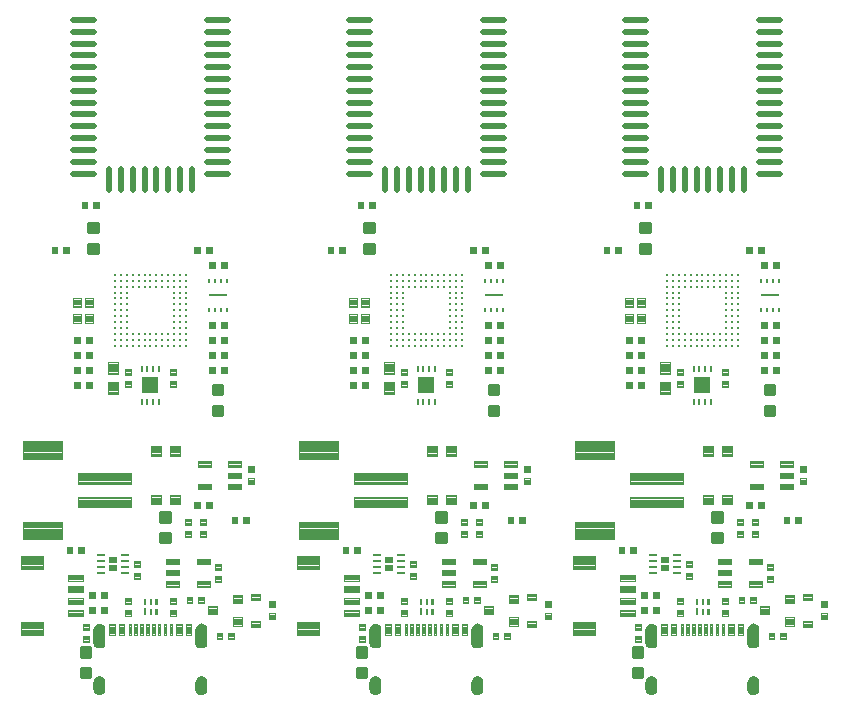
<source format=gtp>
G04 EAGLE Gerber RS-274X export*
G75*
%MOMM*%
%FSLAX34Y34*%
%LPD*%
%INSolderpaste Top*%
%IPPOS*%
%AMOC8*
5,1,8,0,0,1.08239X$1,22.5*%
G01*
%ADD10R,1.800000X0.500000*%
%ADD11C,0.500000*%
%ADD12R,0.500000X1.800000*%
%ADD13C,0.102000*%
%ADD14C,0.100000*%
%ADD15C,0.096000*%
%ADD16C,0.099000*%
%ADD17C,0.104000*%
%ADD18C,0.100800*%
%ADD19C,0.300000*%
%ADD20R,0.637500X0.250000*%
%ADD21R,0.640000X0.500000*%
%ADD22C,0.102500*%
%ADD23C,0.200000*%
%ADD24R,0.250000X0.550000*%
%ADD25R,1.400000X1.400000*%
%ADD26R,0.200000X0.350000*%
%ADD27R,1.500000X0.150000*%
%ADD28C,0.105000*%

G36*
X390980Y43951D02*
X390980Y43951D01*
X390981Y43951D01*
X392049Y43970D01*
X392056Y43975D01*
X392060Y43971D01*
X393097Y44227D01*
X393102Y44234D01*
X393108Y44231D01*
X394062Y44712D01*
X394066Y44719D01*
X394071Y44718D01*
X394895Y45399D01*
X394896Y45407D01*
X394902Y45407D01*
X395553Y46254D01*
X395553Y46262D01*
X395559Y46263D01*
X396006Y47234D01*
X396004Y47242D01*
X396009Y47244D01*
X396228Y48290D01*
X396225Y48297D01*
X396229Y48300D01*
X396229Y60300D01*
X396226Y60305D01*
X396229Y60308D01*
X396049Y61403D01*
X396043Y61409D01*
X396046Y61414D01*
X395627Y62442D01*
X395620Y62446D01*
X395622Y62451D01*
X394985Y63360D01*
X394977Y63363D01*
X394977Y63368D01*
X394154Y64112D01*
X394146Y64113D01*
X394145Y64119D01*
X393177Y64661D01*
X393168Y64660D01*
X393166Y64666D01*
X392102Y64979D01*
X392097Y64977D01*
X392093Y64977D01*
X392091Y64981D01*
X390983Y65049D01*
X390977Y65045D01*
X390973Y65049D01*
X389865Y64879D01*
X389859Y64873D01*
X389854Y64876D01*
X388812Y64464D01*
X388808Y64457D01*
X388803Y64459D01*
X387878Y63825D01*
X387876Y63817D01*
X387870Y63818D01*
X387110Y62995D01*
X387109Y62986D01*
X387103Y62986D01*
X386546Y62014D01*
X386547Y62006D01*
X386541Y62004D01*
X386214Y60932D01*
X386217Y60924D01*
X386212Y60921D01*
X386131Y59804D01*
X386132Y59801D01*
X386131Y59800D01*
X386131Y47800D01*
X386136Y47793D01*
X386132Y47789D01*
X386351Y46845D01*
X386357Y46839D01*
X386355Y46834D01*
X386779Y45962D01*
X386786Y45959D01*
X386784Y45953D01*
X387391Y45197D01*
X387399Y45195D01*
X387399Y45189D01*
X388159Y44588D01*
X388168Y44588D01*
X388169Y44582D01*
X389044Y44164D01*
X389052Y44166D01*
X389054Y44161D01*
X390000Y43949D01*
X390007Y43952D01*
X390011Y43947D01*
X390980Y43951D01*
G37*
G36*
X157300Y43951D02*
X157300Y43951D01*
X157301Y43951D01*
X158369Y43970D01*
X158376Y43975D01*
X158380Y43971D01*
X159417Y44227D01*
X159422Y44234D01*
X159428Y44231D01*
X160382Y44712D01*
X160386Y44719D01*
X160391Y44718D01*
X161215Y45399D01*
X161216Y45407D01*
X161222Y45407D01*
X161873Y46254D01*
X161873Y46262D01*
X161879Y46263D01*
X162326Y47234D01*
X162324Y47242D01*
X162329Y47244D01*
X162548Y48290D01*
X162545Y48297D01*
X162549Y48300D01*
X162549Y60300D01*
X162546Y60305D01*
X162549Y60308D01*
X162369Y61403D01*
X162363Y61409D01*
X162366Y61414D01*
X161947Y62442D01*
X161940Y62446D01*
X161942Y62451D01*
X161305Y63360D01*
X161297Y63363D01*
X161297Y63368D01*
X160474Y64112D01*
X160466Y64113D01*
X160465Y64119D01*
X159497Y64661D01*
X159488Y64660D01*
X159486Y64666D01*
X158422Y64979D01*
X158417Y64977D01*
X158413Y64977D01*
X158411Y64981D01*
X157303Y65049D01*
X157297Y65045D01*
X157293Y65049D01*
X156185Y64879D01*
X156179Y64873D01*
X156174Y64876D01*
X155132Y64464D01*
X155128Y64457D01*
X155123Y64459D01*
X154198Y63825D01*
X154196Y63817D01*
X154190Y63818D01*
X153430Y62995D01*
X153429Y62986D01*
X153423Y62986D01*
X152866Y62014D01*
X152867Y62006D01*
X152861Y62004D01*
X152534Y60932D01*
X152537Y60924D01*
X152532Y60921D01*
X152451Y59804D01*
X152452Y59801D01*
X152451Y59800D01*
X152451Y47800D01*
X152456Y47793D01*
X152452Y47789D01*
X152671Y46845D01*
X152677Y46839D01*
X152675Y46834D01*
X153099Y45962D01*
X153106Y45959D01*
X153104Y45953D01*
X153711Y45197D01*
X153719Y45195D01*
X153719Y45189D01*
X154479Y44588D01*
X154488Y44588D01*
X154489Y44582D01*
X155364Y44164D01*
X155372Y44166D01*
X155374Y44161D01*
X156320Y43949D01*
X156327Y43952D01*
X156331Y43947D01*
X157300Y43951D01*
G37*
G36*
X624660Y43951D02*
X624660Y43951D01*
X624661Y43951D01*
X625729Y43970D01*
X625736Y43975D01*
X625740Y43971D01*
X626777Y44227D01*
X626782Y44234D01*
X626788Y44231D01*
X627742Y44712D01*
X627746Y44719D01*
X627751Y44718D01*
X628575Y45399D01*
X628576Y45407D01*
X628582Y45407D01*
X629233Y46254D01*
X629233Y46262D01*
X629239Y46263D01*
X629686Y47234D01*
X629684Y47242D01*
X629689Y47244D01*
X629908Y48290D01*
X629905Y48297D01*
X629909Y48300D01*
X629909Y60300D01*
X629906Y60305D01*
X629909Y60308D01*
X629729Y61403D01*
X629723Y61409D01*
X629726Y61414D01*
X629307Y62442D01*
X629300Y62446D01*
X629302Y62451D01*
X628665Y63360D01*
X628657Y63363D01*
X628657Y63368D01*
X627834Y64112D01*
X627826Y64113D01*
X627825Y64119D01*
X626857Y64661D01*
X626848Y64660D01*
X626846Y64666D01*
X625782Y64979D01*
X625777Y64977D01*
X625773Y64977D01*
X625771Y64981D01*
X624663Y65049D01*
X624657Y65045D01*
X624653Y65049D01*
X623545Y64879D01*
X623539Y64873D01*
X623534Y64876D01*
X622492Y64464D01*
X622488Y64457D01*
X622483Y64459D01*
X621558Y63825D01*
X621556Y63817D01*
X621550Y63818D01*
X620790Y62995D01*
X620789Y62986D01*
X620783Y62986D01*
X620226Y62014D01*
X620227Y62006D01*
X620221Y62004D01*
X619894Y60932D01*
X619897Y60924D01*
X619892Y60921D01*
X619811Y59804D01*
X619812Y59801D01*
X619811Y59800D01*
X619811Y47800D01*
X619816Y47793D01*
X619812Y47789D01*
X620031Y46845D01*
X620037Y46839D01*
X620035Y46834D01*
X620459Y45962D01*
X620466Y45959D01*
X620464Y45953D01*
X621071Y45197D01*
X621079Y45195D01*
X621079Y45189D01*
X621839Y44588D01*
X621848Y44588D01*
X621849Y44582D01*
X622724Y44164D01*
X622732Y44166D01*
X622734Y44161D01*
X623680Y43949D01*
X623687Y43952D01*
X623691Y43947D01*
X624660Y43951D01*
G37*
G36*
X539241Y43960D02*
X539241Y43960D01*
X539248Y43965D01*
X539252Y43961D01*
X540304Y44211D01*
X540309Y44217D01*
X540314Y44214D01*
X541284Y44691D01*
X541287Y44699D01*
X541293Y44697D01*
X542132Y45378D01*
X542134Y45386D01*
X542140Y45386D01*
X542806Y46237D01*
X542807Y46245D01*
X542812Y46246D01*
X543273Y47223D01*
X543271Y47231D01*
X543277Y47234D01*
X543508Y48289D01*
X543505Y48297D01*
X543509Y48300D01*
X543509Y60300D01*
X543505Y60305D01*
X543509Y60308D01*
X543316Y61414D01*
X543310Y61419D01*
X543313Y61424D01*
X542880Y62459D01*
X542873Y62463D01*
X542875Y62468D01*
X542222Y63381D01*
X542214Y63383D01*
X542215Y63389D01*
X541376Y64133D01*
X541367Y64134D01*
X541367Y64139D01*
X540383Y64678D01*
X540375Y64677D01*
X540373Y64682D01*
X539294Y64989D01*
X539286Y64986D01*
X539283Y64991D01*
X538163Y65049D01*
X538158Y65046D01*
X538155Y65049D01*
X537109Y64931D01*
X537103Y64925D01*
X537098Y64929D01*
X536104Y64581D01*
X536100Y64574D01*
X536095Y64576D01*
X535203Y64016D01*
X535201Y64009D01*
X535195Y64009D01*
X534451Y63265D01*
X534449Y63257D01*
X534444Y63257D01*
X533884Y62365D01*
X533884Y62357D01*
X533879Y62356D01*
X533531Y61362D01*
X533534Y61354D01*
X533529Y61351D01*
X533411Y60306D01*
X533413Y60302D01*
X533411Y60300D01*
X533411Y48300D01*
X533414Y48295D01*
X533411Y48292D01*
X533569Y47296D01*
X533575Y47290D01*
X533572Y47285D01*
X533947Y46349D01*
X533954Y46345D01*
X533952Y46339D01*
X534526Y45510D01*
X534534Y45507D01*
X534533Y45502D01*
X535277Y44821D01*
X535286Y44820D01*
X535286Y44814D01*
X536163Y44316D01*
X536172Y44317D01*
X536174Y44312D01*
X537139Y44021D01*
X537147Y44024D01*
X537150Y44019D01*
X538157Y43951D01*
X538159Y43952D01*
X538160Y43951D01*
X539241Y43960D01*
G37*
G36*
X305561Y43960D02*
X305561Y43960D01*
X305568Y43965D01*
X305572Y43961D01*
X306624Y44211D01*
X306629Y44217D01*
X306634Y44214D01*
X307604Y44691D01*
X307607Y44699D01*
X307613Y44697D01*
X308452Y45378D01*
X308454Y45386D01*
X308460Y45386D01*
X309126Y46237D01*
X309127Y46245D01*
X309132Y46246D01*
X309593Y47223D01*
X309591Y47231D01*
X309597Y47234D01*
X309828Y48289D01*
X309825Y48297D01*
X309829Y48300D01*
X309829Y60300D01*
X309825Y60305D01*
X309829Y60308D01*
X309636Y61414D01*
X309630Y61419D01*
X309633Y61424D01*
X309200Y62459D01*
X309193Y62463D01*
X309195Y62468D01*
X308542Y63381D01*
X308534Y63383D01*
X308535Y63389D01*
X307696Y64133D01*
X307687Y64134D01*
X307687Y64139D01*
X306703Y64678D01*
X306695Y64677D01*
X306693Y64682D01*
X305614Y64989D01*
X305606Y64986D01*
X305603Y64991D01*
X304483Y65049D01*
X304478Y65046D01*
X304475Y65049D01*
X303429Y64931D01*
X303423Y64925D01*
X303418Y64929D01*
X302424Y64581D01*
X302420Y64574D01*
X302415Y64576D01*
X301523Y64016D01*
X301521Y64009D01*
X301515Y64009D01*
X300771Y63265D01*
X300769Y63257D01*
X300764Y63257D01*
X300204Y62365D01*
X300204Y62357D01*
X300199Y62356D01*
X299851Y61362D01*
X299854Y61354D01*
X299849Y61351D01*
X299731Y60306D01*
X299733Y60302D01*
X299731Y60300D01*
X299731Y48300D01*
X299734Y48295D01*
X299731Y48292D01*
X299889Y47296D01*
X299895Y47290D01*
X299892Y47285D01*
X300267Y46349D01*
X300274Y46345D01*
X300272Y46339D01*
X300846Y45510D01*
X300854Y45507D01*
X300853Y45502D01*
X301597Y44821D01*
X301606Y44820D01*
X301606Y44814D01*
X302483Y44316D01*
X302492Y44317D01*
X302494Y44312D01*
X303459Y44021D01*
X303467Y44024D01*
X303470Y44019D01*
X304477Y43951D01*
X304479Y43952D01*
X304480Y43951D01*
X305561Y43960D01*
G37*
G36*
X71881Y43960D02*
X71881Y43960D01*
X71888Y43965D01*
X71892Y43961D01*
X72944Y44211D01*
X72949Y44217D01*
X72954Y44214D01*
X73924Y44691D01*
X73927Y44699D01*
X73933Y44697D01*
X74772Y45378D01*
X74774Y45386D01*
X74780Y45386D01*
X75446Y46237D01*
X75447Y46245D01*
X75452Y46246D01*
X75913Y47223D01*
X75911Y47231D01*
X75917Y47234D01*
X76148Y48289D01*
X76145Y48297D01*
X76149Y48300D01*
X76149Y60300D01*
X76145Y60305D01*
X76149Y60308D01*
X75956Y61414D01*
X75950Y61419D01*
X75953Y61424D01*
X75520Y62459D01*
X75513Y62463D01*
X75515Y62468D01*
X74862Y63381D01*
X74854Y63383D01*
X74855Y63389D01*
X74016Y64133D01*
X74007Y64134D01*
X74007Y64139D01*
X73023Y64678D01*
X73015Y64677D01*
X73013Y64682D01*
X71934Y64989D01*
X71926Y64986D01*
X71923Y64991D01*
X70803Y65049D01*
X70798Y65046D01*
X70795Y65049D01*
X69749Y64931D01*
X69743Y64925D01*
X69738Y64929D01*
X68744Y64581D01*
X68740Y64574D01*
X68735Y64576D01*
X67843Y64016D01*
X67841Y64009D01*
X67835Y64009D01*
X67091Y63265D01*
X67089Y63257D01*
X67084Y63257D01*
X66524Y62365D01*
X66524Y62357D01*
X66519Y62356D01*
X66171Y61362D01*
X66174Y61354D01*
X66169Y61351D01*
X66051Y60306D01*
X66053Y60302D01*
X66051Y60300D01*
X66051Y48300D01*
X66054Y48295D01*
X66051Y48292D01*
X66209Y47296D01*
X66215Y47290D01*
X66212Y47285D01*
X66587Y46349D01*
X66594Y46345D01*
X66592Y46339D01*
X67166Y45510D01*
X67174Y45507D01*
X67173Y45502D01*
X67917Y44821D01*
X67926Y44820D01*
X67926Y44814D01*
X68803Y44316D01*
X68812Y44317D01*
X68814Y44312D01*
X69779Y44021D01*
X69787Y44024D01*
X69790Y44019D01*
X70797Y43951D01*
X70799Y43952D01*
X70800Y43951D01*
X71881Y43960D01*
G37*
G36*
X625164Y4455D02*
X625164Y4455D01*
X625167Y4451D01*
X626243Y4606D01*
X626248Y4612D01*
X626253Y4609D01*
X627267Y4999D01*
X627271Y5006D01*
X627277Y5005D01*
X628179Y5611D01*
X628181Y5619D01*
X628187Y5618D01*
X628931Y6410D01*
X628932Y6418D01*
X628938Y6418D01*
X629487Y7356D01*
X629486Y7364D01*
X629492Y7366D01*
X629819Y8402D01*
X629816Y8410D01*
X629821Y8413D01*
X629909Y9496D01*
X629907Y9499D01*
X629909Y9500D01*
X629909Y15500D01*
X629906Y15504D01*
X629909Y15506D01*
X629759Y16639D01*
X629753Y16645D01*
X629756Y16650D01*
X629358Y17720D01*
X629351Y17724D01*
X629353Y17730D01*
X628726Y18685D01*
X628718Y18688D01*
X628719Y18693D01*
X627896Y19485D01*
X627888Y19486D01*
X627887Y19492D01*
X626908Y20081D01*
X626900Y20080D01*
X626898Y20085D01*
X625813Y20441D01*
X625805Y20439D01*
X625802Y20443D01*
X624665Y20549D01*
X624656Y20544D01*
X624651Y20548D01*
X623514Y20341D01*
X623508Y20335D01*
X623503Y20338D01*
X622441Y19883D01*
X622437Y19876D01*
X622431Y19878D01*
X621496Y19198D01*
X621494Y19190D01*
X621488Y19191D01*
X620728Y18320D01*
X620728Y18312D01*
X620722Y18311D01*
X620175Y17292D01*
X620176Y17284D01*
X620171Y17282D01*
X620167Y17269D01*
X620154Y17220D01*
X620153Y17220D01*
X620154Y17220D01*
X620140Y17171D01*
X620126Y17121D01*
X620113Y17072D01*
X620099Y17023D01*
X620086Y16974D01*
X620072Y16924D01*
X620059Y16875D01*
X620045Y16826D01*
X620031Y16777D01*
X620018Y16727D01*
X620004Y16678D01*
X619991Y16629D01*
X619977Y16580D01*
X619964Y16530D01*
X619950Y16481D01*
X619937Y16432D01*
X619936Y16432D01*
X619923Y16383D01*
X619909Y16333D01*
X619864Y16168D01*
X619867Y16160D01*
X619862Y16157D01*
X619811Y15002D01*
X619812Y15001D01*
X619811Y15000D01*
X619811Y9000D01*
X619815Y8994D01*
X619812Y8991D01*
X620024Y7910D01*
X620030Y7905D01*
X620027Y7900D01*
X620474Y6894D01*
X620481Y6890D01*
X620479Y6884D01*
X621139Y6003D01*
X621147Y6000D01*
X621147Y5995D01*
X621986Y5282D01*
X621994Y5282D01*
X621995Y5276D01*
X622972Y4768D01*
X622980Y4769D01*
X622982Y4764D01*
X624047Y4486D01*
X624055Y4489D01*
X624058Y4485D01*
X625159Y4451D01*
X625164Y4455D01*
G37*
G36*
X157804Y4455D02*
X157804Y4455D01*
X157807Y4451D01*
X158883Y4606D01*
X158888Y4612D01*
X158893Y4609D01*
X159907Y4999D01*
X159911Y5006D01*
X159917Y5005D01*
X160819Y5611D01*
X160821Y5619D01*
X160827Y5618D01*
X161571Y6410D01*
X161572Y6418D01*
X161578Y6418D01*
X162127Y7356D01*
X162126Y7364D01*
X162132Y7366D01*
X162459Y8402D01*
X162456Y8410D01*
X162461Y8413D01*
X162549Y9496D01*
X162547Y9499D01*
X162549Y9500D01*
X162549Y15500D01*
X162546Y15504D01*
X162549Y15506D01*
X162399Y16639D01*
X162393Y16645D01*
X162396Y16650D01*
X161998Y17720D01*
X161991Y17724D01*
X161993Y17730D01*
X161366Y18685D01*
X161358Y18688D01*
X161359Y18693D01*
X160536Y19485D01*
X160528Y19486D01*
X160527Y19492D01*
X159548Y20081D01*
X159540Y20080D01*
X159538Y20085D01*
X158453Y20441D01*
X158445Y20439D01*
X158442Y20443D01*
X157305Y20549D01*
X157296Y20544D01*
X157291Y20548D01*
X156154Y20341D01*
X156148Y20335D01*
X156143Y20338D01*
X155081Y19883D01*
X155077Y19876D01*
X155071Y19878D01*
X154136Y19198D01*
X154134Y19190D01*
X154128Y19191D01*
X153368Y18320D01*
X153368Y18312D01*
X153362Y18311D01*
X152815Y17292D01*
X152816Y17284D01*
X152811Y17282D01*
X152807Y17269D01*
X152794Y17220D01*
X152793Y17220D01*
X152794Y17220D01*
X152780Y17171D01*
X152766Y17121D01*
X152753Y17072D01*
X152739Y17023D01*
X152726Y16974D01*
X152712Y16924D01*
X152699Y16875D01*
X152685Y16826D01*
X152671Y16777D01*
X152658Y16727D01*
X152644Y16678D01*
X152631Y16629D01*
X152617Y16580D01*
X152604Y16530D01*
X152590Y16481D01*
X152577Y16432D01*
X152576Y16432D01*
X152563Y16383D01*
X152549Y16333D01*
X152504Y16168D01*
X152507Y16160D01*
X152502Y16157D01*
X152451Y15002D01*
X152452Y15001D01*
X152451Y15000D01*
X152451Y9000D01*
X152455Y8994D01*
X152452Y8991D01*
X152664Y7910D01*
X152670Y7905D01*
X152667Y7900D01*
X153114Y6894D01*
X153121Y6890D01*
X153119Y6884D01*
X153779Y6003D01*
X153787Y6000D01*
X153787Y5995D01*
X154626Y5282D01*
X154634Y5282D01*
X154635Y5276D01*
X155612Y4768D01*
X155620Y4769D01*
X155622Y4764D01*
X156687Y4486D01*
X156695Y4489D01*
X156698Y4485D01*
X157799Y4451D01*
X157804Y4455D01*
G37*
G36*
X391484Y4455D02*
X391484Y4455D01*
X391487Y4451D01*
X392563Y4606D01*
X392568Y4612D01*
X392573Y4609D01*
X393587Y4999D01*
X393591Y5006D01*
X393597Y5005D01*
X394499Y5611D01*
X394501Y5619D01*
X394507Y5618D01*
X395251Y6410D01*
X395252Y6418D01*
X395258Y6418D01*
X395807Y7356D01*
X395806Y7364D01*
X395812Y7366D01*
X396139Y8402D01*
X396136Y8410D01*
X396141Y8413D01*
X396229Y9496D01*
X396227Y9499D01*
X396229Y9500D01*
X396229Y15500D01*
X396226Y15504D01*
X396229Y15506D01*
X396079Y16639D01*
X396073Y16645D01*
X396076Y16650D01*
X395678Y17720D01*
X395671Y17724D01*
X395673Y17730D01*
X395046Y18685D01*
X395038Y18688D01*
X395039Y18693D01*
X394216Y19485D01*
X394208Y19486D01*
X394207Y19492D01*
X393228Y20081D01*
X393220Y20080D01*
X393218Y20085D01*
X392133Y20441D01*
X392125Y20439D01*
X392122Y20443D01*
X390985Y20549D01*
X390976Y20544D01*
X390971Y20548D01*
X389834Y20341D01*
X389828Y20335D01*
X389823Y20338D01*
X388761Y19883D01*
X388757Y19876D01*
X388751Y19878D01*
X387816Y19198D01*
X387814Y19190D01*
X387808Y19191D01*
X387048Y18320D01*
X387048Y18312D01*
X387042Y18311D01*
X386495Y17292D01*
X386496Y17284D01*
X386491Y17282D01*
X386487Y17269D01*
X386474Y17220D01*
X386473Y17220D01*
X386474Y17220D01*
X386460Y17171D01*
X386446Y17121D01*
X386433Y17072D01*
X386419Y17023D01*
X386406Y16974D01*
X386392Y16924D01*
X386379Y16875D01*
X386365Y16826D01*
X386351Y16777D01*
X386338Y16727D01*
X386324Y16678D01*
X386311Y16629D01*
X386297Y16580D01*
X386284Y16530D01*
X386270Y16481D01*
X386257Y16432D01*
X386256Y16432D01*
X386243Y16383D01*
X386229Y16333D01*
X386184Y16168D01*
X386187Y16160D01*
X386182Y16157D01*
X386131Y15002D01*
X386132Y15001D01*
X386131Y15000D01*
X386131Y9000D01*
X386135Y8994D01*
X386132Y8991D01*
X386344Y7910D01*
X386350Y7905D01*
X386347Y7900D01*
X386794Y6894D01*
X386801Y6890D01*
X386799Y6884D01*
X387459Y6003D01*
X387467Y6000D01*
X387467Y5995D01*
X388306Y5282D01*
X388314Y5282D01*
X388315Y5276D01*
X389292Y4768D01*
X389300Y4769D01*
X389302Y4764D01*
X390367Y4486D01*
X390375Y4489D01*
X390378Y4485D01*
X391479Y4451D01*
X391484Y4455D01*
G37*
G36*
X304982Y4455D02*
X304982Y4455D01*
X304987Y4451D01*
X306074Y4596D01*
X306080Y4602D01*
X306085Y4599D01*
X307113Y4983D01*
X307118Y4989D01*
X307123Y4988D01*
X308040Y5590D01*
X308043Y5598D01*
X308049Y5597D01*
X308809Y6389D01*
X308810Y6397D01*
X308816Y6398D01*
X309380Y7339D01*
X309380Y7342D01*
X309381Y7343D01*
X309380Y7345D01*
X309379Y7347D01*
X309385Y7349D01*
X309726Y8392D01*
X309724Y8400D01*
X309728Y8403D01*
X309829Y9496D01*
X309827Y9498D01*
X309829Y9500D01*
X309829Y15500D01*
X309827Y15503D01*
X309829Y15505D01*
X309728Y16597D01*
X309723Y16603D01*
X309726Y16608D01*
X309385Y17651D01*
X309378Y17656D01*
X309380Y17661D01*
X308816Y18602D01*
X308808Y18605D01*
X308809Y18611D01*
X308049Y19403D01*
X308041Y19404D01*
X308040Y19410D01*
X307123Y20013D01*
X307115Y20012D01*
X307113Y20018D01*
X306085Y20401D01*
X306077Y20399D01*
X306074Y20404D01*
X304987Y20549D01*
X304979Y20545D01*
X304975Y20549D01*
X303838Y20443D01*
X303832Y20438D01*
X303827Y20441D01*
X302742Y20085D01*
X302737Y20078D01*
X302732Y20081D01*
X301753Y19492D01*
X301750Y19484D01*
X301744Y19485D01*
X300921Y18693D01*
X300920Y18685D01*
X300914Y18685D01*
X300287Y17730D01*
X300288Y17722D01*
X300282Y17720D01*
X299884Y16650D01*
X299886Y16642D01*
X299881Y16639D01*
X299731Y15506D01*
X299734Y15502D01*
X299731Y15500D01*
X299731Y9500D01*
X299734Y9496D01*
X299731Y9494D01*
X299881Y8361D01*
X299887Y8355D01*
X299884Y8350D01*
X300282Y7280D01*
X300289Y7276D01*
X300287Y7270D01*
X300914Y6315D01*
X300922Y6312D01*
X300921Y6307D01*
X301744Y5515D01*
X301752Y5514D01*
X301753Y5508D01*
X302732Y4919D01*
X302740Y4920D01*
X302742Y4915D01*
X303827Y4559D01*
X303835Y4562D01*
X303838Y4557D01*
X304975Y4451D01*
X304982Y4455D01*
G37*
G36*
X71302Y4455D02*
X71302Y4455D01*
X71307Y4451D01*
X72394Y4596D01*
X72400Y4602D01*
X72405Y4599D01*
X73433Y4983D01*
X73438Y4989D01*
X73443Y4988D01*
X74360Y5590D01*
X74363Y5598D01*
X74369Y5597D01*
X75129Y6389D01*
X75130Y6397D01*
X75136Y6398D01*
X75700Y7339D01*
X75700Y7342D01*
X75701Y7343D01*
X75700Y7345D01*
X75699Y7347D01*
X75705Y7349D01*
X76046Y8392D01*
X76044Y8400D01*
X76048Y8403D01*
X76149Y9496D01*
X76147Y9498D01*
X76149Y9500D01*
X76149Y15500D01*
X76147Y15503D01*
X76149Y15505D01*
X76048Y16597D01*
X76043Y16603D01*
X76046Y16608D01*
X75705Y17651D01*
X75698Y17656D01*
X75700Y17661D01*
X75136Y18602D01*
X75128Y18605D01*
X75129Y18611D01*
X74369Y19403D01*
X74361Y19404D01*
X74360Y19410D01*
X73443Y20013D01*
X73435Y20012D01*
X73433Y20018D01*
X72405Y20401D01*
X72397Y20399D01*
X72394Y20404D01*
X71307Y20549D01*
X71299Y20545D01*
X71295Y20549D01*
X70158Y20443D01*
X70152Y20438D01*
X70147Y20441D01*
X69062Y20085D01*
X69057Y20078D01*
X69052Y20081D01*
X68073Y19492D01*
X68070Y19484D01*
X68064Y19485D01*
X67241Y18693D01*
X67240Y18685D01*
X67234Y18685D01*
X66607Y17730D01*
X66608Y17722D01*
X66602Y17720D01*
X66204Y16650D01*
X66206Y16642D01*
X66201Y16639D01*
X66051Y15506D01*
X66054Y15502D01*
X66051Y15500D01*
X66051Y9500D01*
X66054Y9496D01*
X66051Y9494D01*
X66201Y8361D01*
X66207Y8355D01*
X66204Y8350D01*
X66602Y7280D01*
X66609Y7276D01*
X66607Y7270D01*
X67234Y6315D01*
X67242Y6312D01*
X67241Y6307D01*
X68064Y5515D01*
X68072Y5514D01*
X68073Y5508D01*
X69052Y4919D01*
X69060Y4920D01*
X69062Y4915D01*
X70147Y4559D01*
X70155Y4562D01*
X70158Y4557D01*
X71295Y4451D01*
X71302Y4455D01*
G37*
G36*
X538662Y4455D02*
X538662Y4455D01*
X538667Y4451D01*
X539754Y4596D01*
X539760Y4602D01*
X539765Y4599D01*
X540793Y4983D01*
X540798Y4989D01*
X540803Y4988D01*
X541720Y5590D01*
X541723Y5598D01*
X541729Y5597D01*
X542489Y6389D01*
X542490Y6397D01*
X542496Y6398D01*
X543060Y7339D01*
X543060Y7342D01*
X543061Y7343D01*
X543060Y7345D01*
X543059Y7347D01*
X543065Y7349D01*
X543406Y8392D01*
X543404Y8400D01*
X543408Y8403D01*
X543509Y9496D01*
X543507Y9498D01*
X543509Y9500D01*
X543509Y15500D01*
X543507Y15503D01*
X543509Y15505D01*
X543408Y16597D01*
X543403Y16603D01*
X543406Y16608D01*
X543065Y17651D01*
X543058Y17656D01*
X543060Y17661D01*
X542496Y18602D01*
X542488Y18605D01*
X542489Y18611D01*
X541729Y19403D01*
X541721Y19404D01*
X541720Y19410D01*
X540803Y20013D01*
X540795Y20012D01*
X540793Y20018D01*
X539765Y20401D01*
X539757Y20399D01*
X539754Y20404D01*
X538667Y20549D01*
X538659Y20545D01*
X538655Y20549D01*
X537518Y20443D01*
X537512Y20438D01*
X537507Y20441D01*
X536422Y20085D01*
X536417Y20078D01*
X536412Y20081D01*
X535433Y19492D01*
X535430Y19484D01*
X535424Y19485D01*
X534601Y18693D01*
X534600Y18685D01*
X534594Y18685D01*
X533967Y17730D01*
X533968Y17722D01*
X533962Y17720D01*
X533564Y16650D01*
X533566Y16642D01*
X533561Y16639D01*
X533411Y15506D01*
X533414Y15502D01*
X533411Y15500D01*
X533411Y9500D01*
X533414Y9496D01*
X533411Y9494D01*
X533561Y8361D01*
X533567Y8355D01*
X533564Y8350D01*
X533962Y7280D01*
X533969Y7276D01*
X533967Y7270D01*
X534594Y6315D01*
X534602Y6312D01*
X534601Y6307D01*
X535424Y5515D01*
X535432Y5514D01*
X535433Y5508D01*
X536412Y4919D01*
X536420Y4920D01*
X536422Y4915D01*
X537507Y4559D01*
X537515Y4562D01*
X537518Y4557D01*
X538655Y4451D01*
X538662Y4455D01*
G37*
D10*
X57800Y576000D03*
D11*
X48800Y576000D02*
X48800Y576000D01*
X48800Y576000D01*
X48800Y576000D01*
X48800Y576000D01*
X48800Y576000D01*
X48800Y576000D01*
X48800Y576000D01*
X48800Y576000D01*
X66800Y576000D02*
X66800Y576000D01*
X66800Y576000D01*
X66800Y576000D01*
X66800Y576000D01*
X66800Y576000D01*
X66800Y576000D01*
X66800Y576000D01*
X66800Y576000D01*
D10*
X57800Y566000D03*
D11*
X48800Y566000D02*
X48800Y566000D01*
X48800Y566000D01*
X48800Y566000D01*
X48800Y566000D01*
X48800Y566000D01*
X48800Y566000D01*
X48800Y566000D01*
X48800Y566000D01*
X66800Y566000D02*
X66800Y566000D01*
X66800Y566000D01*
X66800Y566000D01*
X66800Y566000D01*
X66800Y566000D01*
X66800Y566000D01*
X66800Y566000D01*
X66800Y566000D01*
D10*
X57800Y556000D03*
D11*
X48800Y556000D02*
X48800Y556000D01*
X48800Y556000D01*
X48800Y556000D01*
X48800Y556000D01*
X48800Y556000D01*
X48800Y556000D01*
X48800Y556000D01*
X48800Y556000D01*
X66800Y556000D02*
X66800Y556000D01*
X66800Y556000D01*
X66800Y556000D01*
X66800Y556000D01*
X66800Y556000D01*
X66800Y556000D01*
X66800Y556000D01*
X66800Y556000D01*
D10*
X57800Y546000D03*
D11*
X48800Y546000D02*
X48800Y546000D01*
X48800Y546000D01*
X48800Y546000D01*
X48800Y546000D01*
X48800Y546000D01*
X48800Y546000D01*
X48800Y546000D01*
X48800Y546000D01*
X66800Y546000D02*
X66800Y546000D01*
X66800Y546000D01*
X66800Y546000D01*
X66800Y546000D01*
X66800Y546000D01*
X66800Y546000D01*
X66800Y546000D01*
X66800Y546000D01*
D10*
X57800Y536000D03*
D11*
X48800Y536000D02*
X48800Y536000D01*
X48800Y536000D01*
X48800Y536000D01*
X48800Y536000D01*
X48800Y536000D01*
X48800Y536000D01*
X48800Y536000D01*
X48800Y536000D01*
X66800Y536000D02*
X66800Y536000D01*
X66800Y536000D01*
X66800Y536000D01*
X66800Y536000D01*
X66800Y536000D01*
X66800Y536000D01*
X66800Y536000D01*
X66800Y536000D01*
D10*
X57800Y526000D03*
D11*
X48800Y526000D02*
X48800Y526000D01*
X48800Y526000D01*
X48800Y526000D01*
X48800Y526000D01*
X48800Y526000D01*
X48800Y526000D01*
X48800Y526000D01*
X48800Y526000D01*
X66800Y526000D02*
X66800Y526000D01*
X66800Y526000D01*
X66800Y526000D01*
X66800Y526000D01*
X66800Y526000D01*
X66800Y526000D01*
X66800Y526000D01*
X66800Y526000D01*
D10*
X57800Y516000D03*
D11*
X48800Y516000D02*
X48800Y516000D01*
X48800Y516000D01*
X48800Y516000D01*
X48800Y516000D01*
X48800Y516000D01*
X48800Y516000D01*
X48800Y516000D01*
X48800Y516000D01*
X66800Y516000D02*
X66800Y516000D01*
X66800Y516000D01*
X66800Y516000D01*
X66800Y516000D01*
X66800Y516000D01*
X66800Y516000D01*
X66800Y516000D01*
X66800Y516000D01*
D10*
X57800Y506000D03*
D11*
X48800Y506000D02*
X48800Y506000D01*
X48800Y506000D01*
X48800Y506000D01*
X48800Y506000D01*
X48800Y506000D01*
X48800Y506000D01*
X48800Y506000D01*
X48800Y506000D01*
X66800Y506000D02*
X66800Y506000D01*
X66800Y506000D01*
X66800Y506000D01*
X66800Y506000D01*
X66800Y506000D01*
X66800Y506000D01*
X66800Y506000D01*
X66800Y506000D01*
D10*
X57800Y496000D03*
D11*
X48800Y496000D02*
X48800Y496000D01*
X48800Y496000D01*
X48800Y496000D01*
X48800Y496000D01*
X48800Y496000D01*
X48800Y496000D01*
X48800Y496000D01*
X48800Y496000D01*
X66800Y496000D02*
X66800Y496000D01*
X66800Y496000D01*
X66800Y496000D01*
X66800Y496000D01*
X66800Y496000D01*
X66800Y496000D01*
X66800Y496000D01*
X66800Y496000D01*
D10*
X57800Y486000D03*
D11*
X48800Y486000D02*
X48800Y486000D01*
X48800Y486000D01*
X48800Y486000D01*
X48800Y486000D01*
X48800Y486000D01*
X48800Y486000D01*
X48800Y486000D01*
X48800Y486000D01*
X66800Y486000D02*
X66800Y486000D01*
X66800Y486000D01*
X66800Y486000D01*
X66800Y486000D01*
X66800Y486000D01*
X66800Y486000D01*
X66800Y486000D01*
X66800Y486000D01*
D10*
X57800Y476000D03*
D11*
X48800Y476000D02*
X48800Y476000D01*
X48800Y476000D01*
X48800Y476000D01*
X48800Y476000D01*
X48800Y476000D01*
X48800Y476000D01*
X48800Y476000D01*
X48800Y476000D01*
X66800Y476000D02*
X66800Y476000D01*
X66800Y476000D01*
X66800Y476000D01*
X66800Y476000D01*
X66800Y476000D01*
X66800Y476000D01*
X66800Y476000D01*
X66800Y476000D01*
D10*
X57800Y466000D03*
D11*
X48800Y466000D02*
X48800Y466000D01*
X48800Y466000D01*
X48800Y466000D01*
X48800Y466000D01*
X48800Y466000D01*
X48800Y466000D01*
X48800Y466000D01*
X48800Y466000D01*
X66800Y466000D02*
X66800Y466000D01*
X66800Y466000D01*
X66800Y466000D01*
X66800Y466000D01*
X66800Y466000D01*
X66800Y466000D01*
X66800Y466000D01*
X66800Y466000D01*
D10*
X57800Y456000D03*
D11*
X48800Y456000D02*
X48800Y456000D01*
X48800Y456000D01*
X48800Y456000D01*
X48800Y456000D01*
X48800Y456000D01*
X48800Y456000D01*
X48800Y456000D01*
X48800Y456000D01*
X66800Y456000D02*
X66800Y456000D01*
X66800Y456000D01*
X66800Y456000D01*
X66800Y456000D01*
X66800Y456000D01*
X66800Y456000D01*
X66800Y456000D01*
X66800Y456000D01*
D10*
X57800Y446000D03*
D11*
X48800Y446000D02*
X48800Y446000D01*
X48800Y446000D01*
X48800Y446000D01*
X48800Y446000D01*
X48800Y446000D01*
X48800Y446000D01*
X48800Y446000D01*
X48800Y446000D01*
X66800Y446000D02*
X66800Y446000D01*
X66800Y446000D01*
X66800Y446000D01*
X66800Y446000D01*
X66800Y446000D01*
X66800Y446000D01*
X66800Y446000D01*
X66800Y446000D01*
D10*
X170800Y576000D03*
D11*
X161800Y576000D02*
X161800Y576000D01*
X161800Y576000D01*
X161800Y576000D01*
X161800Y576000D01*
X161800Y576000D01*
X161800Y576000D01*
X161800Y576000D01*
X161800Y576000D01*
X179800Y576000D02*
X179800Y576000D01*
X179800Y576000D01*
X179800Y576000D01*
X179800Y576000D01*
X179800Y576000D01*
X179800Y576000D01*
X179800Y576000D01*
X179800Y576000D01*
D10*
X170800Y566000D03*
D11*
X161800Y566000D02*
X161800Y566000D01*
X161800Y566000D01*
X161800Y566000D01*
X161800Y566000D01*
X161800Y566000D01*
X161800Y566000D01*
X161800Y566000D01*
X161800Y566000D01*
X179800Y566000D02*
X179800Y566000D01*
X179800Y566000D01*
X179800Y566000D01*
X179800Y566000D01*
X179800Y566000D01*
X179800Y566000D01*
X179800Y566000D01*
X179800Y566000D01*
D10*
X170800Y556000D03*
D11*
X161800Y556000D02*
X161800Y556000D01*
X161800Y556000D01*
X161800Y556000D01*
X161800Y556000D01*
X161800Y556000D01*
X161800Y556000D01*
X161800Y556000D01*
X161800Y556000D01*
X179800Y556000D02*
X179800Y556000D01*
X179800Y556000D01*
X179800Y556000D01*
X179800Y556000D01*
X179800Y556000D01*
X179800Y556000D01*
X179800Y556000D01*
X179800Y556000D01*
D10*
X170800Y546000D03*
D11*
X161800Y546000D02*
X161800Y546000D01*
X161800Y546000D01*
X161800Y546000D01*
X161800Y546000D01*
X161800Y546000D01*
X161800Y546000D01*
X161800Y546000D01*
X161800Y546000D01*
X179800Y546000D02*
X179800Y546000D01*
X179800Y546000D01*
X179800Y546000D01*
X179800Y546000D01*
X179800Y546000D01*
X179800Y546000D01*
X179800Y546000D01*
X179800Y546000D01*
D10*
X170800Y536000D03*
D11*
X161800Y536000D02*
X161800Y536000D01*
X161800Y536000D01*
X161800Y536000D01*
X161800Y536000D01*
X161800Y536000D01*
X161800Y536000D01*
X161800Y536000D01*
X161800Y536000D01*
X179800Y536000D02*
X179800Y536000D01*
X179800Y536000D01*
X179800Y536000D01*
X179800Y536000D01*
X179800Y536000D01*
X179800Y536000D01*
X179800Y536000D01*
X179800Y536000D01*
D10*
X170800Y526000D03*
D11*
X161800Y526000D02*
X161800Y526000D01*
X161800Y526000D01*
X161800Y526000D01*
X161800Y526000D01*
X161800Y526000D01*
X161800Y526000D01*
X161800Y526000D01*
X161800Y526000D01*
X179800Y526000D02*
X179800Y526000D01*
X179800Y526000D01*
X179800Y526000D01*
X179800Y526000D01*
X179800Y526000D01*
X179800Y526000D01*
X179800Y526000D01*
X179800Y526000D01*
D10*
X170800Y516000D03*
D11*
X161800Y516000D02*
X161800Y516000D01*
X161800Y516000D01*
X161800Y516000D01*
X161800Y516000D01*
X161800Y516000D01*
X161800Y516000D01*
X161800Y516000D01*
X161800Y516000D01*
X179800Y516000D02*
X179800Y516000D01*
X179800Y516000D01*
X179800Y516000D01*
X179800Y516000D01*
X179800Y516000D01*
X179800Y516000D01*
X179800Y516000D01*
X179800Y516000D01*
D10*
X170800Y506000D03*
D11*
X161800Y506000D02*
X161800Y506000D01*
X161800Y506000D01*
X161800Y506000D01*
X161800Y506000D01*
X161800Y506000D01*
X161800Y506000D01*
X161800Y506000D01*
X161800Y506000D01*
X179800Y506000D02*
X179800Y506000D01*
X179800Y506000D01*
X179800Y506000D01*
X179800Y506000D01*
X179800Y506000D01*
X179800Y506000D01*
X179800Y506000D01*
X179800Y506000D01*
D10*
X170800Y496000D03*
D11*
X161800Y496000D02*
X161800Y496000D01*
X161800Y496000D01*
X161800Y496000D01*
X161800Y496000D01*
X161800Y496000D01*
X161800Y496000D01*
X161800Y496000D01*
X161800Y496000D01*
X179800Y496000D02*
X179800Y496000D01*
X179800Y496000D01*
X179800Y496000D01*
X179800Y496000D01*
X179800Y496000D01*
X179800Y496000D01*
X179800Y496000D01*
X179800Y496000D01*
D10*
X170800Y486000D03*
D11*
X161800Y486000D02*
X161800Y486000D01*
X161800Y486000D01*
X161800Y486000D01*
X161800Y486000D01*
X161800Y486000D01*
X161800Y486000D01*
X161800Y486000D01*
X161800Y486000D01*
X179800Y486000D02*
X179800Y486000D01*
X179800Y486000D01*
X179800Y486000D01*
X179800Y486000D01*
X179800Y486000D01*
X179800Y486000D01*
X179800Y486000D01*
X179800Y486000D01*
D10*
X170800Y476000D03*
D11*
X161800Y476000D02*
X161800Y476000D01*
X161800Y476000D01*
X161800Y476000D01*
X161800Y476000D01*
X161800Y476000D01*
X161800Y476000D01*
X161800Y476000D01*
X161800Y476000D01*
X179800Y476000D02*
X179800Y476000D01*
X179800Y476000D01*
X179800Y476000D01*
X179800Y476000D01*
X179800Y476000D01*
X179800Y476000D01*
X179800Y476000D01*
X179800Y476000D01*
D10*
X170800Y466000D03*
D11*
X161800Y466000D02*
X161800Y466000D01*
X161800Y466000D01*
X161800Y466000D01*
X161800Y466000D01*
X161800Y466000D01*
X161800Y466000D01*
X161800Y466000D01*
X161800Y466000D01*
X179800Y466000D02*
X179800Y466000D01*
X179800Y466000D01*
X179800Y466000D01*
X179800Y466000D01*
X179800Y466000D01*
X179800Y466000D01*
X179800Y466000D01*
X179800Y466000D01*
D10*
X170800Y456000D03*
D11*
X161800Y456000D02*
X161800Y456000D01*
X161800Y456000D01*
X161800Y456000D01*
X161800Y456000D01*
X161800Y456000D01*
X161800Y456000D01*
X161800Y456000D01*
X161800Y456000D01*
X179800Y456000D02*
X179800Y456000D01*
X179800Y456000D01*
X179800Y456000D01*
X179800Y456000D01*
X179800Y456000D01*
X179800Y456000D01*
X179800Y456000D01*
X179800Y456000D01*
D10*
X170800Y446000D03*
D11*
X161800Y446000D02*
X161800Y446000D01*
X161800Y446000D01*
X161800Y446000D01*
X161800Y446000D01*
X161800Y446000D01*
X161800Y446000D01*
X161800Y446000D01*
X161800Y446000D01*
X179800Y446000D02*
X179800Y446000D01*
X179800Y446000D01*
X179800Y446000D01*
X179800Y446000D01*
X179800Y446000D01*
X179800Y446000D01*
X179800Y446000D01*
X179800Y446000D01*
D12*
X79300Y441000D03*
D11*
X79300Y432000D02*
X79300Y432000D01*
X79300Y432000D01*
X79300Y432000D01*
X79300Y432000D01*
X79300Y432000D01*
X79300Y432000D01*
X79300Y432000D01*
X79300Y432000D01*
X79300Y450000D02*
X79300Y450000D01*
X79300Y450000D01*
X79300Y450000D01*
X79300Y450000D01*
X79300Y450000D01*
X79300Y450000D01*
X79300Y450000D01*
X79300Y450000D01*
D12*
X89300Y441000D03*
D11*
X89300Y432000D02*
X89300Y432000D01*
X89300Y432000D01*
X89300Y432000D01*
X89300Y432000D01*
X89300Y432000D01*
X89300Y432000D01*
X89300Y432000D01*
X89300Y432000D01*
X89300Y450000D02*
X89300Y450000D01*
X89300Y450000D01*
X89300Y450000D01*
X89300Y450000D01*
X89300Y450000D01*
X89300Y450000D01*
X89300Y450000D01*
X89300Y450000D01*
D12*
X99300Y441000D03*
D11*
X99300Y432000D02*
X99300Y432000D01*
X99300Y432000D01*
X99300Y432000D01*
X99300Y432000D01*
X99300Y432000D01*
X99300Y432000D01*
X99300Y432000D01*
X99300Y432000D01*
X99300Y450000D02*
X99300Y450000D01*
X99300Y450000D01*
X99300Y450000D01*
X99300Y450000D01*
X99300Y450000D01*
X99300Y450000D01*
X99300Y450000D01*
X99300Y450000D01*
D12*
X109300Y441000D03*
D11*
X109300Y432000D02*
X109300Y432000D01*
X109300Y432000D01*
X109300Y432000D01*
X109300Y432000D01*
X109300Y432000D01*
X109300Y432000D01*
X109300Y432000D01*
X109300Y432000D01*
X109300Y450000D02*
X109300Y450000D01*
X109300Y450000D01*
X109300Y450000D01*
X109300Y450000D01*
X109300Y450000D01*
X109300Y450000D01*
X109300Y450000D01*
X109300Y450000D01*
D12*
X119300Y441000D03*
D11*
X119300Y432000D02*
X119300Y432000D01*
X119300Y432000D01*
X119300Y432000D01*
X119300Y432000D01*
X119300Y432000D01*
X119300Y432000D01*
X119300Y432000D01*
X119300Y432000D01*
X119300Y450000D02*
X119300Y450000D01*
X119300Y450000D01*
X119300Y450000D01*
X119300Y450000D01*
X119300Y450000D01*
X119300Y450000D01*
X119300Y450000D01*
X119300Y450000D01*
D12*
X129300Y441000D03*
D11*
X129300Y432000D02*
X129300Y432000D01*
X129300Y432000D01*
X129300Y432000D01*
X129300Y432000D01*
X129300Y432000D01*
X129300Y432000D01*
X129300Y432000D01*
X129300Y432000D01*
X129300Y450000D02*
X129300Y450000D01*
X129300Y450000D01*
X129300Y450000D01*
X129300Y450000D01*
X129300Y450000D01*
X129300Y450000D01*
X129300Y450000D01*
X129300Y450000D01*
D12*
X139300Y441000D03*
D11*
X139300Y432000D02*
X139300Y432000D01*
X139300Y432000D01*
X139300Y432000D01*
X139300Y432000D01*
X139300Y432000D01*
X139300Y432000D01*
X139300Y432000D01*
X139300Y432000D01*
X139300Y450000D02*
X139300Y450000D01*
X139300Y450000D01*
X139300Y450000D01*
X139300Y450000D01*
X139300Y450000D01*
X139300Y450000D01*
X139300Y450000D01*
X139300Y450000D01*
D12*
X149300Y441000D03*
D11*
X149300Y432000D02*
X149300Y432000D01*
X149300Y432000D01*
X149300Y432000D01*
X149300Y432000D01*
X149300Y432000D01*
X149300Y432000D01*
X149300Y432000D01*
X149300Y432000D01*
X149300Y450000D02*
X149300Y450000D01*
X149300Y450000D01*
X149300Y450000D01*
X149300Y450000D01*
X149300Y450000D01*
X149300Y450000D01*
X149300Y450000D01*
X149300Y450000D01*
D13*
X122790Y55610D02*
X120810Y55610D01*
X120810Y64590D01*
X122790Y64590D01*
X122790Y55610D01*
X122790Y56579D02*
X120810Y56579D01*
X120810Y57548D02*
X122790Y57548D01*
X122790Y58517D02*
X120810Y58517D01*
X120810Y59486D02*
X122790Y59486D01*
X122790Y60455D02*
X120810Y60455D01*
X120810Y61424D02*
X122790Y61424D01*
X122790Y62393D02*
X120810Y62393D01*
X120810Y63362D02*
X122790Y63362D01*
X122790Y64331D02*
X120810Y64331D01*
X117790Y55610D02*
X115810Y55610D01*
X115810Y64590D01*
X117790Y64590D01*
X117790Y55610D01*
X117790Y56579D02*
X115810Y56579D01*
X115810Y57548D02*
X117790Y57548D01*
X117790Y58517D02*
X115810Y58517D01*
X115810Y59486D02*
X117790Y59486D01*
X117790Y60455D02*
X115810Y60455D01*
X115810Y61424D02*
X117790Y61424D01*
X117790Y62393D02*
X115810Y62393D01*
X115810Y63362D02*
X117790Y63362D01*
X117790Y64331D02*
X115810Y64331D01*
X144060Y55610D02*
X149040Y55610D01*
X144060Y55610D02*
X144060Y64590D01*
X149040Y64590D01*
X149040Y55610D01*
X149040Y56579D02*
X144060Y56579D01*
X144060Y57548D02*
X149040Y57548D01*
X149040Y58517D02*
X144060Y58517D01*
X144060Y59486D02*
X149040Y59486D01*
X149040Y60455D02*
X144060Y60455D01*
X144060Y61424D02*
X149040Y61424D01*
X149040Y62393D02*
X144060Y62393D01*
X144060Y63362D02*
X149040Y63362D01*
X149040Y64331D02*
X144060Y64331D01*
X141290Y55610D02*
X136310Y55610D01*
X136310Y64590D01*
X141290Y64590D01*
X141290Y55610D01*
X141290Y56579D02*
X136310Y56579D01*
X136310Y57548D02*
X141290Y57548D01*
X141290Y58517D02*
X136310Y58517D01*
X136310Y59486D02*
X141290Y59486D01*
X141290Y60455D02*
X136310Y60455D01*
X136310Y61424D02*
X141290Y61424D01*
X141290Y62393D02*
X136310Y62393D01*
X136310Y63362D02*
X141290Y63362D01*
X141290Y64331D02*
X136310Y64331D01*
X132790Y55610D02*
X130810Y55610D01*
X130810Y64590D01*
X132790Y64590D01*
X132790Y55610D01*
X132790Y56579D02*
X130810Y56579D01*
X130810Y57548D02*
X132790Y57548D01*
X132790Y58517D02*
X130810Y58517D01*
X130810Y59486D02*
X132790Y59486D01*
X132790Y60455D02*
X130810Y60455D01*
X130810Y61424D02*
X132790Y61424D01*
X132790Y62393D02*
X130810Y62393D01*
X130810Y63362D02*
X132790Y63362D01*
X132790Y64331D02*
X130810Y64331D01*
X127790Y55610D02*
X125810Y55610D01*
X125810Y64590D01*
X127790Y64590D01*
X127790Y55610D01*
X127790Y56579D02*
X125810Y56579D01*
X125810Y57548D02*
X127790Y57548D01*
X127790Y58517D02*
X125810Y58517D01*
X125810Y59486D02*
X127790Y59486D01*
X127790Y60455D02*
X125810Y60455D01*
X125810Y61424D02*
X127790Y61424D01*
X127790Y62393D02*
X125810Y62393D01*
X125810Y63362D02*
X127790Y63362D01*
X127790Y64331D02*
X125810Y64331D01*
X107790Y64590D02*
X105810Y64590D01*
X107790Y64590D02*
X107790Y55610D01*
X105810Y55610D01*
X105810Y64590D01*
X105810Y56579D02*
X107790Y56579D01*
X107790Y57548D02*
X105810Y57548D01*
X105810Y58517D02*
X107790Y58517D01*
X107790Y59486D02*
X105810Y59486D01*
X105810Y60455D02*
X107790Y60455D01*
X107790Y61424D02*
X105810Y61424D01*
X105810Y62393D02*
X107790Y62393D01*
X107790Y63362D02*
X105810Y63362D01*
X105810Y64331D02*
X107790Y64331D01*
X110810Y64590D02*
X112790Y64590D01*
X112790Y55610D01*
X110810Y55610D01*
X110810Y64590D01*
X110810Y56579D02*
X112790Y56579D01*
X112790Y57548D02*
X110810Y57548D01*
X110810Y58517D02*
X112790Y58517D01*
X112790Y59486D02*
X110810Y59486D01*
X110810Y60455D02*
X112790Y60455D01*
X112790Y61424D02*
X110810Y61424D01*
X110810Y62393D02*
X112790Y62393D01*
X112790Y63362D02*
X110810Y63362D01*
X110810Y64331D02*
X112790Y64331D01*
X84540Y64590D02*
X79560Y64590D01*
X84540Y64590D02*
X84540Y55610D01*
X79560Y55610D01*
X79560Y64590D01*
X79560Y56579D02*
X84540Y56579D01*
X84540Y57548D02*
X79560Y57548D01*
X79560Y58517D02*
X84540Y58517D01*
X84540Y59486D02*
X79560Y59486D01*
X79560Y60455D02*
X84540Y60455D01*
X84540Y61424D02*
X79560Y61424D01*
X79560Y62393D02*
X84540Y62393D01*
X84540Y63362D02*
X79560Y63362D01*
X79560Y64331D02*
X84540Y64331D01*
X87310Y64590D02*
X92290Y64590D01*
X92290Y55610D01*
X87310Y55610D01*
X87310Y64590D01*
X87310Y56579D02*
X92290Y56579D01*
X92290Y57548D02*
X87310Y57548D01*
X87310Y58517D02*
X92290Y58517D01*
X92290Y59486D02*
X87310Y59486D01*
X87310Y60455D02*
X92290Y60455D01*
X92290Y61424D02*
X87310Y61424D01*
X87310Y62393D02*
X92290Y62393D01*
X92290Y63362D02*
X87310Y63362D01*
X87310Y64331D02*
X92290Y64331D01*
X95810Y64590D02*
X97790Y64590D01*
X97790Y55610D01*
X95810Y55610D01*
X95810Y64590D01*
X95810Y56579D02*
X97790Y56579D01*
X97790Y57548D02*
X95810Y57548D01*
X95810Y58517D02*
X97790Y58517D01*
X97790Y59486D02*
X95810Y59486D01*
X95810Y60455D02*
X97790Y60455D01*
X97790Y61424D02*
X95810Y61424D01*
X95810Y62393D02*
X97790Y62393D01*
X97790Y63362D02*
X95810Y63362D01*
X95810Y64331D02*
X97790Y64331D01*
X100810Y64590D02*
X102790Y64590D01*
X102790Y55610D01*
X100810Y55610D01*
X100810Y64590D01*
X100810Y56579D02*
X102790Y56579D01*
X102790Y57548D02*
X100810Y57548D01*
X100810Y58517D02*
X102790Y58517D01*
X102790Y59486D02*
X100810Y59486D01*
X100810Y60455D02*
X102790Y60455D01*
X102790Y61424D02*
X100810Y61424D01*
X100810Y62393D02*
X102790Y62393D01*
X102790Y63362D02*
X100810Y63362D01*
X100810Y64331D02*
X102790Y64331D01*
D14*
X97600Y163300D02*
X97600Y172300D01*
X97600Y163300D02*
X52600Y163300D01*
X52600Y172300D01*
X97600Y172300D01*
X97600Y164250D02*
X52600Y164250D01*
X52600Y165200D02*
X97600Y165200D01*
X97600Y166150D02*
X52600Y166150D01*
X52600Y167100D02*
X97600Y167100D01*
X97600Y168050D02*
X52600Y168050D01*
X52600Y169000D02*
X97600Y169000D01*
X97600Y169950D02*
X52600Y169950D01*
X52600Y170900D02*
X97600Y170900D01*
X97600Y171850D02*
X52600Y171850D01*
X97600Y183300D02*
X97600Y192300D01*
X97600Y183300D02*
X52600Y183300D01*
X52600Y192300D01*
X97600Y192300D01*
X97600Y184250D02*
X52600Y184250D01*
X52600Y185200D02*
X97600Y185200D01*
X97600Y186150D02*
X52600Y186150D01*
X52600Y187100D02*
X97600Y187100D01*
X97600Y188050D02*
X52600Y188050D01*
X52600Y189000D02*
X97600Y189000D01*
X97600Y189950D02*
X52600Y189950D01*
X52600Y190900D02*
X97600Y190900D01*
X97600Y191850D02*
X52600Y191850D01*
D15*
X39620Y151320D02*
X6580Y151320D01*
X39620Y151320D02*
X39620Y136280D01*
X6580Y136280D01*
X6580Y151320D01*
X6580Y137192D02*
X39620Y137192D01*
X39620Y138104D02*
X6580Y138104D01*
X6580Y139016D02*
X39620Y139016D01*
X39620Y139928D02*
X6580Y139928D01*
X6580Y140840D02*
X39620Y140840D01*
X39620Y141752D02*
X6580Y141752D01*
X6580Y142664D02*
X39620Y142664D01*
X39620Y143576D02*
X6580Y143576D01*
X6580Y144488D02*
X39620Y144488D01*
X39620Y145400D02*
X6580Y145400D01*
X6580Y146312D02*
X39620Y146312D01*
X39620Y147224D02*
X6580Y147224D01*
X6580Y148136D02*
X39620Y148136D01*
X39620Y149048D02*
X6580Y149048D01*
X6580Y149960D02*
X39620Y149960D01*
X39620Y150872D02*
X6580Y150872D01*
X6580Y219320D02*
X39620Y219320D01*
X39620Y204280D01*
X6580Y204280D01*
X6580Y219320D01*
X6580Y205192D02*
X39620Y205192D01*
X39620Y206104D02*
X6580Y206104D01*
X6580Y207016D02*
X39620Y207016D01*
X39620Y207928D02*
X6580Y207928D01*
X6580Y208840D02*
X39620Y208840D01*
X39620Y209752D02*
X6580Y209752D01*
X6580Y210664D02*
X39620Y210664D01*
X39620Y211576D02*
X6580Y211576D01*
X6580Y212488D02*
X39620Y212488D01*
X39620Y213400D02*
X6580Y213400D01*
X6580Y214312D02*
X39620Y214312D01*
X39620Y215224D02*
X6580Y215224D01*
X6580Y216136D02*
X39620Y216136D01*
X39620Y217048D02*
X6580Y217048D01*
X6580Y217960D02*
X39620Y217960D01*
X39620Y218872D02*
X6580Y218872D01*
D16*
X191226Y183255D02*
X191226Y178745D01*
X180216Y178745D01*
X180216Y183255D01*
X191226Y183255D01*
X191226Y179685D02*
X180216Y179685D01*
X180216Y180625D02*
X191226Y180625D01*
X191226Y181565D02*
X180216Y181565D01*
X180216Y182505D02*
X191226Y182505D01*
X191226Y188245D02*
X191226Y192755D01*
X191226Y188245D02*
X180216Y188245D01*
X180216Y192755D01*
X191226Y192755D01*
X191226Y189185D02*
X180216Y189185D01*
X180216Y190125D02*
X191226Y190125D01*
X191226Y191065D02*
X180216Y191065D01*
X180216Y192005D02*
X191226Y192005D01*
X191226Y197745D02*
X191226Y202255D01*
X191226Y197745D02*
X180216Y197745D01*
X180216Y202255D01*
X191226Y202255D01*
X191226Y198685D02*
X180216Y198685D01*
X180216Y199625D02*
X191226Y199625D01*
X191226Y200565D02*
X180216Y200565D01*
X180216Y201505D02*
X191226Y201505D01*
X165224Y202255D02*
X165224Y197745D01*
X154214Y197745D01*
X154214Y202255D01*
X165224Y202255D01*
X165224Y198685D02*
X154214Y198685D01*
X154214Y199625D02*
X165224Y199625D01*
X165224Y200565D02*
X154214Y200565D01*
X154214Y201505D02*
X165224Y201505D01*
X165224Y183255D02*
X165224Y178745D01*
X154214Y178745D01*
X154214Y183255D01*
X165224Y183255D01*
X165224Y179685D02*
X154214Y179685D01*
X154214Y180625D02*
X165224Y180625D01*
X165224Y181565D02*
X154214Y181565D01*
X154214Y182505D02*
X165224Y182505D01*
D17*
X191780Y70180D02*
X191780Y63220D01*
X183820Y63220D01*
X183820Y70180D01*
X191780Y70180D01*
X191780Y64208D02*
X183820Y64208D01*
X183820Y65196D02*
X191780Y65196D01*
X191780Y66184D02*
X183820Y66184D01*
X183820Y67172D02*
X191780Y67172D01*
X191780Y68160D02*
X183820Y68160D01*
X183820Y69148D02*
X191780Y69148D01*
X191780Y70136D02*
X183820Y70136D01*
X191780Y82220D02*
X191780Y89180D01*
X191780Y82220D02*
X183820Y82220D01*
X183820Y89180D01*
X191780Y89180D01*
X191780Y83208D02*
X183820Y83208D01*
X183820Y84196D02*
X191780Y84196D01*
X191780Y85184D02*
X183820Y85184D01*
X183820Y86172D02*
X191780Y86172D01*
X191780Y87160D02*
X183820Y87160D01*
X183820Y88148D02*
X191780Y88148D01*
X191780Y89136D02*
X183820Y89136D01*
X170780Y79680D02*
X170780Y72720D01*
X162820Y72720D01*
X162820Y79680D01*
X170780Y79680D01*
X170780Y73708D02*
X162820Y73708D01*
X162820Y74696D02*
X170780Y74696D01*
X170780Y75684D02*
X162820Y75684D01*
X162820Y76672D02*
X170780Y76672D01*
X170780Y77660D02*
X162820Y77660D01*
X162820Y78648D02*
X170780Y78648D01*
X170780Y79636D02*
X162820Y79636D01*
D13*
X201880Y183010D02*
X201880Y187990D01*
X201880Y183010D02*
X196900Y183010D01*
X196900Y187990D01*
X201880Y187990D01*
X201880Y183979D02*
X196900Y183979D01*
X196900Y184948D02*
X201880Y184948D01*
X201880Y185917D02*
X196900Y185917D01*
X196900Y186886D02*
X201880Y186886D01*
X201880Y187855D02*
X196900Y187855D01*
X201880Y193010D02*
X201880Y197990D01*
X201880Y193010D02*
X196900Y193010D01*
X196900Y197990D01*
X201880Y197990D01*
X201880Y193979D02*
X196900Y193979D01*
X196900Y194948D02*
X201880Y194948D01*
X201880Y195917D02*
X196900Y195917D01*
X196900Y196886D02*
X201880Y196886D01*
X201880Y197855D02*
X196900Y197855D01*
X197990Y154890D02*
X193010Y154890D01*
X197990Y154890D02*
X197990Y149910D01*
X193010Y149910D01*
X193010Y154890D01*
X193010Y150879D02*
X197990Y150879D01*
X197990Y151848D02*
X193010Y151848D01*
X193010Y152817D02*
X197990Y152817D01*
X197990Y153786D02*
X193010Y153786D01*
X193010Y154755D02*
X197990Y154755D01*
X187990Y154890D02*
X183010Y154890D01*
X187990Y154890D02*
X187990Y149910D01*
X183010Y149910D01*
X183010Y154890D01*
X183010Y150879D02*
X187990Y150879D01*
X187990Y151848D02*
X183010Y151848D01*
X183010Y152817D02*
X187990Y152817D01*
X187990Y153786D02*
X183010Y153786D01*
X183010Y154755D02*
X187990Y154755D01*
D18*
X199554Y90346D02*
X199554Y85054D01*
X199554Y90346D02*
X206846Y90346D01*
X206846Y85054D01*
X199554Y85054D01*
X199554Y86012D02*
X206846Y86012D01*
X206846Y86970D02*
X199554Y86970D01*
X199554Y87928D02*
X206846Y87928D01*
X206846Y88886D02*
X199554Y88886D01*
X199554Y89844D02*
X206846Y89844D01*
X199554Y67346D02*
X199554Y62054D01*
X199554Y67346D02*
X206846Y67346D01*
X206846Y62054D01*
X199554Y62054D01*
X199554Y63012D02*
X206846Y63012D01*
X206846Y63970D02*
X199554Y63970D01*
X199554Y64928D02*
X206846Y64928D01*
X206846Y65886D02*
X199554Y65886D01*
X199554Y66844D02*
X206846Y66844D01*
D13*
X214680Y78710D02*
X214680Y83690D01*
X219660Y83690D01*
X219660Y78710D01*
X214680Y78710D01*
X214680Y79679D02*
X219660Y79679D01*
X219660Y80648D02*
X214680Y80648D01*
X214680Y81617D02*
X219660Y81617D01*
X219660Y82586D02*
X214680Y82586D01*
X214680Y83555D02*
X219660Y83555D01*
X214680Y73690D02*
X214680Y68710D01*
X214680Y73690D02*
X219660Y73690D01*
X219660Y68710D01*
X214680Y68710D01*
X214680Y69679D02*
X219660Y69679D01*
X219660Y70648D02*
X214680Y70648D01*
X214680Y71617D02*
X219660Y71617D01*
X219660Y72586D02*
X214680Y72586D01*
X214680Y73555D02*
X219660Y73555D01*
X166240Y167590D02*
X161260Y167590D01*
X166240Y167590D02*
X166240Y162610D01*
X161260Y162610D01*
X161260Y167590D01*
X161260Y163579D02*
X166240Y163579D01*
X166240Y164548D02*
X161260Y164548D01*
X161260Y165517D02*
X166240Y165517D01*
X166240Y166486D02*
X161260Y166486D01*
X161260Y167455D02*
X166240Y167455D01*
X156240Y167590D02*
X151260Y167590D01*
X156240Y167590D02*
X156240Y162610D01*
X151260Y162610D01*
X151260Y167590D01*
X151260Y163579D02*
X156240Y163579D01*
X156240Y164548D02*
X151260Y164548D01*
X151260Y165517D02*
X156240Y165517D01*
X156240Y166486D02*
X151260Y166486D01*
X151260Y167455D02*
X156240Y167455D01*
D16*
X127544Y119705D02*
X127544Y115195D01*
X127544Y119705D02*
X138554Y119705D01*
X138554Y115195D01*
X127544Y115195D01*
X127544Y116135D02*
X138554Y116135D01*
X138554Y117075D02*
X127544Y117075D01*
X127544Y118015D02*
X138554Y118015D01*
X138554Y118955D02*
X127544Y118955D01*
X127544Y110205D02*
X127544Y105695D01*
X127544Y110205D02*
X138554Y110205D01*
X138554Y105695D01*
X127544Y105695D01*
X127544Y106635D02*
X138554Y106635D01*
X138554Y107575D02*
X127544Y107575D01*
X127544Y108515D02*
X138554Y108515D01*
X138554Y109455D02*
X127544Y109455D01*
X127544Y100705D02*
X127544Y96195D01*
X127544Y100705D02*
X138554Y100705D01*
X138554Y96195D01*
X127544Y96195D01*
X127544Y97135D02*
X138554Y97135D01*
X138554Y98075D02*
X127544Y98075D01*
X127544Y99015D02*
X138554Y99015D01*
X138554Y99955D02*
X127544Y99955D01*
X153546Y100705D02*
X153546Y96195D01*
X153546Y100705D02*
X164556Y100705D01*
X164556Y96195D01*
X153546Y96195D01*
X153546Y97135D02*
X164556Y97135D01*
X164556Y98075D02*
X153546Y98075D01*
X153546Y99015D02*
X164556Y99015D01*
X164556Y99955D02*
X153546Y99955D01*
X153546Y115195D02*
X153546Y119705D01*
X164556Y119705D01*
X164556Y115195D01*
X153546Y115195D01*
X153546Y116135D02*
X164556Y116135D01*
X164556Y117075D02*
X153546Y117075D01*
X153546Y118015D02*
X164556Y118015D01*
X164556Y118955D02*
X153546Y118955D01*
D19*
X130500Y140780D02*
X123500Y140780D01*
X130500Y140780D02*
X130500Y133780D01*
X123500Y133780D01*
X123500Y140780D01*
X123500Y136630D02*
X130500Y136630D01*
X130500Y139480D02*
X123500Y139480D01*
X123500Y158320D02*
X130500Y158320D01*
X130500Y151320D01*
X123500Y151320D01*
X123500Y158320D01*
X123500Y154170D02*
X130500Y154170D01*
X130500Y157020D02*
X123500Y157020D01*
D13*
X168960Y115440D02*
X168960Y110460D01*
X168960Y115440D02*
X173940Y115440D01*
X173940Y110460D01*
X168960Y110460D01*
X168960Y111429D02*
X173940Y111429D01*
X173940Y112398D02*
X168960Y112398D01*
X168960Y113367D02*
X173940Y113367D01*
X173940Y114336D02*
X168960Y114336D01*
X168960Y115305D02*
X173940Y115305D01*
X168960Y105440D02*
X168960Y100460D01*
X168960Y105440D02*
X173940Y105440D01*
X173940Y100460D01*
X168960Y100460D01*
X168960Y101429D02*
X173940Y101429D01*
X173940Y102398D02*
X168960Y102398D01*
X168960Y103367D02*
X173940Y103367D01*
X173940Y104336D02*
X168960Y104336D01*
X168960Y105305D02*
X173940Y105305D01*
X180310Y57100D02*
X185290Y57100D01*
X185290Y52120D01*
X180310Y52120D01*
X180310Y57100D01*
X180310Y53089D02*
X185290Y53089D01*
X185290Y54058D02*
X180310Y54058D01*
X180310Y55027D02*
X185290Y55027D01*
X185290Y55996D02*
X180310Y55996D01*
X180310Y56965D02*
X185290Y56965D01*
X175290Y57100D02*
X170310Y57100D01*
X175290Y57100D02*
X175290Y52120D01*
X170310Y52120D01*
X170310Y57100D01*
X170310Y53089D02*
X175290Y53089D01*
X175290Y54058D02*
X170310Y54058D01*
X170310Y55027D02*
X175290Y55027D01*
X175290Y55996D02*
X170310Y55996D01*
X170310Y56965D02*
X175290Y56965D01*
X143560Y148560D02*
X143560Y153540D01*
X148540Y153540D01*
X148540Y148560D01*
X143560Y148560D01*
X143560Y149529D02*
X148540Y149529D01*
X148540Y150498D02*
X143560Y150498D01*
X143560Y151467D02*
X148540Y151467D01*
X148540Y152436D02*
X143560Y152436D01*
X143560Y153405D02*
X148540Y153405D01*
X143560Y143540D02*
X143560Y138560D01*
X143560Y143540D02*
X148540Y143540D01*
X148540Y138560D01*
X143560Y138560D01*
X143560Y139529D02*
X148540Y139529D01*
X148540Y140498D02*
X143560Y140498D01*
X143560Y141467D02*
X148540Y141467D01*
X148540Y142436D02*
X143560Y142436D01*
X143560Y143405D02*
X148540Y143405D01*
X156260Y148560D02*
X156260Y153540D01*
X161240Y153540D01*
X161240Y148560D01*
X156260Y148560D01*
X156260Y149529D02*
X161240Y149529D01*
X161240Y150498D02*
X156260Y150498D01*
X156260Y151467D02*
X161240Y151467D01*
X161240Y152436D02*
X156260Y152436D01*
X156260Y153405D02*
X161240Y153405D01*
X156260Y143540D02*
X156260Y138560D01*
X156260Y143540D02*
X161240Y143540D01*
X161240Y138560D01*
X156260Y138560D01*
X156260Y139529D02*
X161240Y139529D01*
X161240Y140498D02*
X156260Y140498D01*
X156260Y141467D02*
X161240Y141467D01*
X161240Y142436D02*
X156260Y142436D01*
X156260Y143405D02*
X161240Y143405D01*
X159890Y87580D02*
X154910Y87580D01*
X159890Y87580D02*
X159890Y82600D01*
X154910Y82600D01*
X154910Y87580D01*
X154910Y83569D02*
X159890Y83569D01*
X159890Y84538D02*
X154910Y84538D01*
X154910Y85507D02*
X159890Y85507D01*
X159890Y86476D02*
X154910Y86476D01*
X154910Y87445D02*
X159890Y87445D01*
X149890Y87580D02*
X144910Y87580D01*
X149890Y87580D02*
X149890Y82600D01*
X144910Y82600D01*
X144910Y87580D01*
X144910Y83569D02*
X149890Y83569D01*
X149890Y84538D02*
X144910Y84538D01*
X144910Y85507D02*
X149890Y85507D01*
X149890Y86476D02*
X144910Y86476D01*
X144910Y87445D02*
X149890Y87445D01*
D20*
X92738Y108070D03*
X72363Y113070D03*
X72363Y108070D03*
X72363Y118070D03*
X72363Y123070D03*
X92738Y113070D03*
X92738Y118070D03*
X92738Y123070D03*
D21*
X82550Y118970D03*
X82550Y112170D03*
D13*
X100380Y113000D02*
X100380Y117980D01*
X105360Y117980D01*
X105360Y113000D01*
X100380Y113000D01*
X100380Y113969D02*
X105360Y113969D01*
X105360Y114938D02*
X100380Y114938D01*
X100380Y115907D02*
X105360Y115907D01*
X105360Y116876D02*
X100380Y116876D01*
X100380Y117845D02*
X105360Y117845D01*
X100380Y107980D02*
X100380Y103000D01*
X100380Y107980D02*
X105360Y107980D01*
X105360Y103000D01*
X100380Y103000D01*
X100380Y103969D02*
X105360Y103969D01*
X105360Y104938D02*
X100380Y104938D01*
X100380Y105907D02*
X105360Y105907D01*
X105360Y106876D02*
X100380Y106876D01*
X100380Y107845D02*
X105360Y107845D01*
X130860Y86738D02*
X130860Y81758D01*
X130860Y86738D02*
X135840Y86738D01*
X135840Y81758D01*
X130860Y81758D01*
X130860Y82727D02*
X135840Y82727D01*
X135840Y83696D02*
X130860Y83696D01*
X130860Y84665D02*
X135840Y84665D01*
X135840Y85634D02*
X130860Y85634D01*
X130860Y86603D02*
X135840Y86603D01*
X130860Y76738D02*
X130860Y71758D01*
X130860Y76738D02*
X135840Y76738D01*
X135840Y71758D01*
X130860Y71758D01*
X130860Y72727D02*
X135840Y72727D01*
X135840Y73696D02*
X130860Y73696D01*
X130860Y74665D02*
X135840Y74665D01*
X135840Y75634D02*
X130860Y75634D01*
X130860Y76603D02*
X135840Y76603D01*
X92760Y81758D02*
X92760Y86738D01*
X97740Y86738D01*
X97740Y81758D01*
X92760Y81758D01*
X92760Y82727D02*
X97740Y82727D01*
X97740Y83696D02*
X92760Y83696D01*
X92760Y84665D02*
X97740Y84665D01*
X97740Y85634D02*
X92760Y85634D01*
X92760Y86603D02*
X97740Y86603D01*
X92760Y76738D02*
X92760Y71758D01*
X92760Y76738D02*
X97740Y76738D01*
X97740Y71758D01*
X92760Y71758D01*
X92760Y72727D02*
X97740Y72727D01*
X97740Y73696D02*
X92760Y73696D01*
X92760Y74665D02*
X97740Y74665D01*
X97740Y75634D02*
X92760Y75634D01*
X92760Y76603D02*
X97740Y76603D01*
D22*
X110038Y77736D02*
X110038Y72660D01*
X108562Y72660D01*
X108562Y77736D01*
X110038Y77736D01*
X110038Y73634D02*
X108562Y73634D01*
X108562Y74608D02*
X110038Y74608D01*
X110038Y75582D02*
X108562Y75582D01*
X108562Y76556D02*
X110038Y76556D01*
X110038Y77530D02*
X108562Y77530D01*
X115038Y77236D02*
X115038Y72660D01*
X113562Y72660D01*
X113562Y77236D01*
X115038Y77236D01*
X115038Y73634D02*
X113562Y73634D01*
X113562Y74608D02*
X115038Y74608D01*
X115038Y75582D02*
X113562Y75582D01*
X113562Y76556D02*
X115038Y76556D01*
X120038Y77236D02*
X120038Y72660D01*
X118562Y72660D01*
X118562Y77236D01*
X120038Y77236D01*
X120038Y73634D02*
X118562Y73634D01*
X118562Y74608D02*
X120038Y74608D01*
X120038Y75582D02*
X118562Y75582D01*
X118562Y76556D02*
X120038Y76556D01*
X118562Y81260D02*
X118562Y85836D01*
X120038Y85836D01*
X120038Y81260D01*
X118562Y81260D01*
X118562Y82234D02*
X120038Y82234D01*
X120038Y83208D02*
X118562Y83208D01*
X118562Y84182D02*
X120038Y84182D01*
X120038Y85156D02*
X118562Y85156D01*
X113562Y85836D02*
X113562Y81260D01*
X113562Y85836D02*
X115038Y85836D01*
X115038Y81260D01*
X113562Y81260D01*
X113562Y82234D02*
X115038Y82234D01*
X115038Y83208D02*
X113562Y83208D01*
X113562Y84182D02*
X115038Y84182D01*
X115038Y85156D02*
X113562Y85156D01*
X108562Y85836D02*
X108562Y81260D01*
X108562Y85836D02*
X110038Y85836D01*
X110038Y81260D01*
X108562Y81260D01*
X108562Y82234D02*
X110038Y82234D01*
X110038Y83208D02*
X108562Y83208D01*
X108562Y84182D02*
X110038Y84182D01*
X110038Y85156D02*
X108562Y85156D01*
D15*
X4530Y111380D02*
X4530Y122420D01*
X23570Y122420D01*
X23570Y111380D01*
X4530Y111380D01*
X4530Y112292D02*
X23570Y112292D01*
X23570Y113204D02*
X4530Y113204D01*
X4530Y114116D02*
X23570Y114116D01*
X23570Y115028D02*
X4530Y115028D01*
X4530Y115940D02*
X23570Y115940D01*
X23570Y116852D02*
X4530Y116852D01*
X4530Y117764D02*
X23570Y117764D01*
X23570Y118676D02*
X4530Y118676D01*
X4530Y119588D02*
X23570Y119588D01*
X23570Y120500D02*
X4530Y120500D01*
X4530Y121412D02*
X23570Y121412D01*
X23570Y122324D02*
X4530Y122324D01*
X4530Y66420D02*
X4530Y55380D01*
X4530Y66420D02*
X23570Y66420D01*
X23570Y55380D01*
X4530Y55380D01*
X4530Y56292D02*
X23570Y56292D01*
X23570Y57204D02*
X4530Y57204D01*
X4530Y58116D02*
X23570Y58116D01*
X23570Y59028D02*
X4530Y59028D01*
X4530Y59940D02*
X23570Y59940D01*
X23570Y60852D02*
X4530Y60852D01*
X4530Y61764D02*
X23570Y61764D01*
X23570Y62676D02*
X4530Y62676D01*
X4530Y63588D02*
X23570Y63588D01*
X23570Y64500D02*
X4530Y64500D01*
X4530Y65412D02*
X23570Y65412D01*
X23570Y66324D02*
X4530Y66324D01*
D13*
X44560Y101410D02*
X44560Y106390D01*
X57040Y106390D01*
X57040Y101410D01*
X44560Y101410D01*
X44560Y102379D02*
X57040Y102379D01*
X57040Y103348D02*
X44560Y103348D01*
X44560Y104317D02*
X57040Y104317D01*
X57040Y105286D02*
X44560Y105286D01*
X44560Y106255D02*
X57040Y106255D01*
X44560Y96390D02*
X44560Y91410D01*
X44560Y96390D02*
X57040Y96390D01*
X57040Y91410D01*
X44560Y91410D01*
X44560Y92379D02*
X57040Y92379D01*
X57040Y93348D02*
X44560Y93348D01*
X44560Y94317D02*
X57040Y94317D01*
X57040Y95286D02*
X44560Y95286D01*
X44560Y96255D02*
X57040Y96255D01*
X44560Y86390D02*
X44560Y81410D01*
X44560Y86390D02*
X57040Y86390D01*
X57040Y81410D01*
X44560Y81410D01*
X44560Y82379D02*
X57040Y82379D01*
X57040Y83348D02*
X44560Y83348D01*
X44560Y84317D02*
X57040Y84317D01*
X57040Y85286D02*
X44560Y85286D01*
X44560Y86255D02*
X57040Y86255D01*
X44560Y76390D02*
X44560Y71410D01*
X44560Y76390D02*
X57040Y76390D01*
X57040Y71410D01*
X44560Y71410D01*
X44560Y72379D02*
X57040Y72379D01*
X57040Y73348D02*
X44560Y73348D01*
X44560Y74317D02*
X57040Y74317D01*
X57040Y75286D02*
X44560Y75286D01*
X44560Y76255D02*
X57040Y76255D01*
X62360Y73710D02*
X67340Y73710D01*
X62360Y73710D02*
X62360Y78690D01*
X67340Y78690D01*
X67340Y73710D01*
X67340Y74679D02*
X62360Y74679D01*
X62360Y75648D02*
X67340Y75648D01*
X67340Y76617D02*
X62360Y76617D01*
X62360Y77586D02*
X67340Y77586D01*
X67340Y78555D02*
X62360Y78555D01*
X72360Y73710D02*
X77340Y73710D01*
X72360Y73710D02*
X72360Y78690D01*
X77340Y78690D01*
X77340Y73710D01*
X77340Y74679D02*
X72360Y74679D01*
X72360Y75648D02*
X77340Y75648D01*
X77340Y76617D02*
X72360Y76617D01*
X72360Y77586D02*
X77340Y77586D01*
X77340Y78555D02*
X72360Y78555D01*
X67340Y86410D02*
X62360Y86410D01*
X62360Y91390D01*
X67340Y91390D01*
X67340Y86410D01*
X67340Y87379D02*
X62360Y87379D01*
X62360Y88348D02*
X67340Y88348D01*
X67340Y89317D02*
X62360Y89317D01*
X62360Y90286D02*
X67340Y90286D01*
X67340Y91255D02*
X62360Y91255D01*
X72360Y86410D02*
X77340Y86410D01*
X72360Y86410D02*
X72360Y91390D01*
X77340Y91390D01*
X77340Y86410D01*
X77340Y87379D02*
X72360Y87379D01*
X72360Y88348D02*
X77340Y88348D01*
X77340Y89317D02*
X72360Y89317D01*
X72360Y90286D02*
X77340Y90286D01*
X77340Y91255D02*
X72360Y91255D01*
X70990Y421590D02*
X66010Y421590D01*
X70990Y421590D02*
X70990Y416610D01*
X66010Y416610D01*
X66010Y421590D01*
X66010Y417579D02*
X70990Y417579D01*
X70990Y418548D02*
X66010Y418548D01*
X66010Y419517D02*
X70990Y419517D01*
X70990Y420486D02*
X66010Y420486D01*
X66010Y421455D02*
X70990Y421455D01*
X60990Y421590D02*
X56010Y421590D01*
X60990Y421590D02*
X60990Y416610D01*
X56010Y416610D01*
X56010Y421590D01*
X56010Y417579D02*
X60990Y417579D01*
X60990Y418548D02*
X56010Y418548D01*
X56010Y419517D02*
X60990Y419517D01*
X60990Y420486D02*
X56010Y420486D01*
X56010Y421455D02*
X60990Y421455D01*
D19*
X62540Y385890D02*
X69540Y385890D01*
X69540Y378890D01*
X62540Y378890D01*
X62540Y385890D01*
X62540Y381740D02*
X69540Y381740D01*
X69540Y384590D02*
X62540Y384590D01*
X62540Y403430D02*
X69540Y403430D01*
X69540Y396430D01*
X62540Y396430D01*
X62540Y403430D01*
X62540Y399280D02*
X69540Y399280D01*
X69540Y402130D02*
X62540Y402130D01*
D13*
X35590Y378510D02*
X30610Y378510D01*
X30610Y383490D01*
X35590Y383490D01*
X35590Y378510D01*
X35590Y379479D02*
X30610Y379479D01*
X30610Y380448D02*
X35590Y380448D01*
X35590Y381417D02*
X30610Y381417D01*
X30610Y382386D02*
X35590Y382386D01*
X35590Y383355D02*
X30610Y383355D01*
X40610Y378510D02*
X45590Y378510D01*
X40610Y378510D02*
X40610Y383490D01*
X45590Y383490D01*
X45590Y378510D01*
X45590Y379479D02*
X40610Y379479D01*
X40610Y380448D02*
X45590Y380448D01*
X45590Y381417D02*
X40610Y381417D01*
X40610Y382386D02*
X45590Y382386D01*
X45590Y383355D02*
X40610Y383355D01*
D16*
X130495Y174005D02*
X130495Y165995D01*
X130495Y174005D02*
X139505Y174005D01*
X139505Y165995D01*
X130495Y165995D01*
X130495Y166935D02*
X139505Y166935D01*
X139505Y167875D02*
X130495Y167875D01*
X130495Y168815D02*
X139505Y168815D01*
X139505Y169755D02*
X130495Y169755D01*
X130495Y170695D02*
X139505Y170695D01*
X139505Y171635D02*
X130495Y171635D01*
X130495Y172575D02*
X139505Y172575D01*
X139505Y173515D02*
X130495Y173515D01*
X114495Y174005D02*
X114495Y165995D01*
X114495Y174005D02*
X123505Y174005D01*
X123505Y165995D01*
X114495Y165995D01*
X114495Y166935D02*
X123505Y166935D01*
X123505Y167875D02*
X114495Y167875D01*
X114495Y168815D02*
X123505Y168815D01*
X123505Y169755D02*
X114495Y169755D01*
X114495Y170695D02*
X123505Y170695D01*
X123505Y171635D02*
X114495Y171635D01*
X114495Y172575D02*
X123505Y172575D01*
X123505Y173515D02*
X114495Y173515D01*
X114495Y206995D02*
X114495Y215005D01*
X123505Y215005D01*
X123505Y206995D01*
X114495Y206995D01*
X114495Y207935D02*
X123505Y207935D01*
X123505Y208875D02*
X114495Y208875D01*
X114495Y209815D02*
X123505Y209815D01*
X123505Y210755D02*
X114495Y210755D01*
X114495Y211695D02*
X123505Y211695D01*
X123505Y212635D02*
X114495Y212635D01*
X114495Y213575D02*
X123505Y213575D01*
X123505Y214515D02*
X114495Y214515D01*
X130495Y215005D02*
X130495Y206995D01*
X130495Y215005D02*
X139505Y215005D01*
X139505Y206995D01*
X130495Y206995D01*
X130495Y207935D02*
X139505Y207935D01*
X139505Y208875D02*
X130495Y208875D01*
X130495Y209815D02*
X139505Y209815D01*
X139505Y210755D02*
X130495Y210755D01*
X130495Y211695D02*
X139505Y211695D01*
X139505Y212635D02*
X130495Y212635D01*
X130495Y213575D02*
X139505Y213575D01*
X139505Y214515D02*
X130495Y214515D01*
D19*
X63190Y26480D02*
X56190Y26480D01*
X63190Y26480D02*
X63190Y19480D01*
X56190Y19480D01*
X56190Y26480D01*
X56190Y22330D02*
X63190Y22330D01*
X63190Y25180D02*
X56190Y25180D01*
X56190Y44020D02*
X63190Y44020D01*
X63190Y37020D01*
X56190Y37020D01*
X56190Y44020D01*
X56190Y39870D02*
X63190Y39870D01*
X63190Y42720D02*
X56190Y42720D01*
D13*
X62180Y49660D02*
X62180Y54640D01*
X62180Y49660D02*
X57200Y49660D01*
X57200Y54640D01*
X62180Y54640D01*
X62180Y50629D02*
X57200Y50629D01*
X57200Y51598D02*
X62180Y51598D01*
X62180Y52567D02*
X57200Y52567D01*
X57200Y53536D02*
X62180Y53536D01*
X62180Y54505D02*
X57200Y54505D01*
X62180Y59660D02*
X62180Y64640D01*
X62180Y59660D02*
X57200Y59660D01*
X57200Y64640D01*
X62180Y64640D01*
X62180Y60629D02*
X57200Y60629D01*
X57200Y61598D02*
X62180Y61598D01*
X62180Y62567D02*
X57200Y62567D01*
X57200Y63536D02*
X62180Y63536D01*
X62180Y64505D02*
X57200Y64505D01*
X48290Y124510D02*
X43310Y124510D01*
X43310Y129490D01*
X48290Y129490D01*
X48290Y124510D01*
X48290Y125479D02*
X43310Y125479D01*
X43310Y126448D02*
X48290Y126448D01*
X48290Y127417D02*
X43310Y127417D01*
X43310Y128386D02*
X48290Y128386D01*
X48290Y129355D02*
X43310Y129355D01*
X53310Y124510D02*
X58290Y124510D01*
X53310Y124510D02*
X53310Y129490D01*
X58290Y129490D01*
X58290Y124510D01*
X58290Y125479D02*
X53310Y125479D01*
X53310Y126448D02*
X58290Y126448D01*
X58290Y127417D02*
X53310Y127417D01*
X53310Y128386D02*
X58290Y128386D01*
X58290Y129355D02*
X53310Y129355D01*
D23*
X144300Y360200D03*
X144300Y355200D03*
X144300Y350200D03*
X144300Y345200D03*
X144300Y340200D03*
X144300Y335200D03*
X144300Y330200D03*
X144300Y325200D03*
X144300Y320200D03*
X144300Y315200D03*
X144300Y310200D03*
X144300Y305200D03*
X144300Y300200D03*
X139300Y360200D03*
X139300Y355200D03*
X139300Y350200D03*
X139300Y345200D03*
X139300Y340200D03*
X139300Y335200D03*
X139300Y330200D03*
X139300Y325200D03*
X139300Y320200D03*
X139300Y315200D03*
X139300Y310200D03*
X139300Y305200D03*
X139300Y300200D03*
X134300Y360200D03*
X129300Y360200D03*
X124300Y360200D03*
X119300Y360200D03*
X114300Y360200D03*
X109300Y360200D03*
X104300Y360200D03*
X99300Y360200D03*
X94300Y360200D03*
X89300Y360200D03*
X84300Y360200D03*
X134300Y355200D03*
X129300Y355200D03*
X124300Y355200D03*
X119300Y355200D03*
X114300Y355200D03*
X109300Y355200D03*
X104300Y355200D03*
X99300Y355200D03*
X94300Y355200D03*
X89300Y355200D03*
X84300Y355200D03*
X134300Y350200D03*
X129300Y350200D03*
X124300Y350200D03*
X119300Y350200D03*
X114300Y350200D03*
X109300Y350200D03*
X104300Y350200D03*
X99300Y350200D03*
X94300Y350200D03*
X89300Y350200D03*
X84300Y350200D03*
X134300Y345200D03*
X94300Y345200D03*
X89300Y345200D03*
X84300Y345200D03*
X134300Y340200D03*
X94300Y340200D03*
X89300Y340200D03*
X84300Y340200D03*
X134300Y335200D03*
X94300Y335200D03*
X89300Y335200D03*
X84300Y335200D03*
X134300Y330200D03*
X94300Y330200D03*
X89300Y330200D03*
X84300Y330200D03*
X134300Y325200D03*
X94300Y325200D03*
X89300Y325200D03*
X84300Y325200D03*
X134300Y320200D03*
X94300Y320200D03*
X89300Y320200D03*
X84300Y320200D03*
X134300Y315200D03*
X94300Y315200D03*
X89300Y315200D03*
X84300Y315200D03*
X134300Y310200D03*
X129300Y310200D03*
X124300Y310200D03*
X119300Y310200D03*
X114300Y310200D03*
X109300Y310200D03*
X104300Y310200D03*
X99300Y310200D03*
X94300Y310200D03*
X89300Y310200D03*
X84300Y310200D03*
X134300Y305200D03*
X129300Y305200D03*
X124300Y305200D03*
X119300Y305200D03*
X114300Y305200D03*
X109300Y305200D03*
X104300Y305200D03*
X99300Y305200D03*
X94300Y305200D03*
X89300Y305200D03*
X84300Y305200D03*
X134300Y300200D03*
X129300Y300200D03*
X124300Y300200D03*
X119300Y300200D03*
X114300Y300200D03*
X109300Y300200D03*
X104300Y300200D03*
X99300Y300200D03*
X94300Y300200D03*
X89300Y300200D03*
X84300Y300200D03*
D24*
X106800Y280700D03*
X111800Y280700D03*
X116800Y280700D03*
X121800Y280700D03*
X106800Y252700D03*
X111800Y252700D03*
X116800Y252700D03*
X121800Y252700D03*
D25*
X114300Y266700D03*
D13*
X130860Y275560D02*
X130860Y280540D01*
X135840Y280540D01*
X135840Y275560D01*
X130860Y275560D01*
X130860Y276529D02*
X135840Y276529D01*
X135840Y277498D02*
X130860Y277498D01*
X130860Y278467D02*
X135840Y278467D01*
X135840Y279436D02*
X130860Y279436D01*
X130860Y280405D02*
X135840Y280405D01*
X130860Y270540D02*
X130860Y265560D01*
X130860Y270540D02*
X135840Y270540D01*
X135840Y265560D01*
X130860Y265560D01*
X130860Y266529D02*
X135840Y266529D01*
X135840Y267498D02*
X130860Y267498D01*
X130860Y268467D02*
X135840Y268467D01*
X135840Y269436D02*
X130860Y269436D01*
X130860Y270405D02*
X135840Y270405D01*
X92760Y275560D02*
X92760Y280540D01*
X97740Y280540D01*
X97740Y275560D01*
X92760Y275560D01*
X92760Y276529D02*
X97740Y276529D01*
X97740Y277498D02*
X92760Y277498D01*
X92760Y278467D02*
X97740Y278467D01*
X97740Y279436D02*
X92760Y279436D01*
X92760Y280405D02*
X97740Y280405D01*
X92760Y270540D02*
X92760Y265560D01*
X92760Y270540D02*
X97740Y270540D01*
X97740Y265560D01*
X92760Y265560D01*
X92760Y266529D02*
X97740Y266529D01*
X97740Y267498D02*
X92760Y267498D01*
X92760Y268467D02*
X97740Y268467D01*
X97740Y269436D02*
X92760Y269436D01*
X92760Y270405D02*
X97740Y270405D01*
X173960Y319990D02*
X178940Y319990D01*
X178940Y315010D01*
X173960Y315010D01*
X173960Y319990D01*
X173960Y315979D02*
X178940Y315979D01*
X178940Y316948D02*
X173960Y316948D01*
X173960Y317917D02*
X178940Y317917D01*
X178940Y318886D02*
X173960Y318886D01*
X173960Y319855D02*
X178940Y319855D01*
X168940Y319990D02*
X163960Y319990D01*
X168940Y319990D02*
X168940Y315010D01*
X163960Y315010D01*
X163960Y319990D01*
X163960Y315979D02*
X168940Y315979D01*
X168940Y316948D02*
X163960Y316948D01*
X163960Y317917D02*
X168940Y317917D01*
X168940Y318886D02*
X163960Y318886D01*
X163960Y319855D02*
X168940Y319855D01*
D14*
X78050Y286550D02*
X78050Y276550D01*
X78050Y286550D02*
X87050Y286550D01*
X87050Y276550D01*
X78050Y276550D01*
X78050Y277500D02*
X87050Y277500D01*
X87050Y278450D02*
X78050Y278450D01*
X78050Y279400D02*
X87050Y279400D01*
X87050Y280350D02*
X78050Y280350D01*
X78050Y281300D02*
X87050Y281300D01*
X87050Y282250D02*
X78050Y282250D01*
X78050Y283200D02*
X87050Y283200D01*
X87050Y284150D02*
X78050Y284150D01*
X78050Y285100D02*
X87050Y285100D01*
X87050Y286050D02*
X78050Y286050D01*
X78050Y269550D02*
X78050Y259550D01*
X78050Y269550D02*
X87050Y269550D01*
X87050Y259550D01*
X78050Y259550D01*
X78050Y260500D02*
X87050Y260500D01*
X87050Y261450D02*
X78050Y261450D01*
X78050Y262400D02*
X87050Y262400D01*
X87050Y263350D02*
X78050Y263350D01*
X78050Y264300D02*
X87050Y264300D01*
X87050Y265250D02*
X78050Y265250D01*
X78050Y266200D02*
X87050Y266200D01*
X87050Y267150D02*
X78050Y267150D01*
X78050Y268100D02*
X87050Y268100D01*
X87050Y269050D02*
X78050Y269050D01*
D13*
X54640Y264210D02*
X49660Y264210D01*
X49660Y269190D01*
X54640Y269190D01*
X54640Y264210D01*
X54640Y265179D02*
X49660Y265179D01*
X49660Y266148D02*
X54640Y266148D01*
X54640Y267117D02*
X49660Y267117D01*
X49660Y268086D02*
X54640Y268086D01*
X54640Y269055D02*
X49660Y269055D01*
X59660Y264210D02*
X64640Y264210D01*
X59660Y264210D02*
X59660Y269190D01*
X64640Y269190D01*
X64640Y264210D01*
X64640Y265179D02*
X59660Y265179D01*
X59660Y266148D02*
X64640Y266148D01*
X64640Y267117D02*
X59660Y267117D01*
X59660Y268086D02*
X64640Y268086D01*
X64640Y269055D02*
X59660Y269055D01*
X59660Y294590D02*
X64640Y294590D01*
X64640Y289610D01*
X59660Y289610D01*
X59660Y294590D01*
X59660Y290579D02*
X64640Y290579D01*
X64640Y291548D02*
X59660Y291548D01*
X59660Y292517D02*
X64640Y292517D01*
X64640Y293486D02*
X59660Y293486D01*
X59660Y294455D02*
X64640Y294455D01*
X54640Y294590D02*
X49660Y294590D01*
X54640Y294590D02*
X54640Y289610D01*
X49660Y289610D01*
X49660Y294590D01*
X49660Y290579D02*
X54640Y290579D01*
X54640Y291548D02*
X49660Y291548D01*
X49660Y292517D02*
X54640Y292517D01*
X54640Y293486D02*
X49660Y293486D01*
X49660Y294455D02*
X54640Y294455D01*
X59660Y307290D02*
X64640Y307290D01*
X64640Y302310D01*
X59660Y302310D01*
X59660Y307290D01*
X59660Y303279D02*
X64640Y303279D01*
X64640Y304248D02*
X59660Y304248D01*
X59660Y305217D02*
X64640Y305217D01*
X64640Y306186D02*
X59660Y306186D01*
X59660Y307155D02*
X64640Y307155D01*
X54640Y307290D02*
X49660Y307290D01*
X54640Y307290D02*
X54640Y302310D01*
X49660Y302310D01*
X49660Y307290D01*
X49660Y303279D02*
X54640Y303279D01*
X54640Y304248D02*
X49660Y304248D01*
X49660Y305217D02*
X54640Y305217D01*
X54640Y306186D02*
X49660Y306186D01*
X49660Y307155D02*
X54640Y307155D01*
X59660Y281890D02*
X64640Y281890D01*
X64640Y276910D01*
X59660Y276910D01*
X59660Y281890D01*
X59660Y277879D02*
X64640Y277879D01*
X64640Y278848D02*
X59660Y278848D01*
X59660Y279817D02*
X64640Y279817D01*
X64640Y280786D02*
X59660Y280786D01*
X59660Y281755D02*
X64640Y281755D01*
X54640Y281890D02*
X49660Y281890D01*
X54640Y281890D02*
X54640Y276910D01*
X49660Y276910D01*
X49660Y281890D01*
X49660Y277879D02*
X54640Y277879D01*
X54640Y278848D02*
X49660Y278848D01*
X49660Y279817D02*
X54640Y279817D01*
X54640Y280786D02*
X49660Y280786D01*
X49660Y281755D02*
X54640Y281755D01*
D19*
X167950Y248730D02*
X174950Y248730D01*
X174950Y241730D01*
X167950Y241730D01*
X167950Y248730D01*
X167950Y244580D02*
X174950Y244580D01*
X174950Y247430D02*
X167950Y247430D01*
X167950Y266270D02*
X174950Y266270D01*
X174950Y259270D01*
X167950Y259270D01*
X167950Y266270D01*
X167950Y262120D02*
X174950Y262120D01*
X174950Y264970D02*
X167950Y264970D01*
D13*
X168940Y276910D02*
X163960Y276910D01*
X163960Y281890D01*
X168940Y281890D01*
X168940Y276910D01*
X168940Y277879D02*
X163960Y277879D01*
X163960Y278848D02*
X168940Y278848D01*
X168940Y279817D02*
X163960Y279817D01*
X163960Y280786D02*
X168940Y280786D01*
X168940Y281755D02*
X163960Y281755D01*
X173960Y276910D02*
X178940Y276910D01*
X173960Y276910D02*
X173960Y281890D01*
X178940Y281890D01*
X178940Y276910D01*
X178940Y277879D02*
X173960Y277879D01*
X173960Y278848D02*
X178940Y278848D01*
X178940Y279817D02*
X173960Y279817D01*
X173960Y280786D02*
X178940Y280786D01*
X178940Y281755D02*
X173960Y281755D01*
X168940Y302310D02*
X163960Y302310D01*
X163960Y307290D01*
X168940Y307290D01*
X168940Y302310D01*
X168940Y303279D02*
X163960Y303279D01*
X163960Y304248D02*
X168940Y304248D01*
X168940Y305217D02*
X163960Y305217D01*
X163960Y306186D02*
X168940Y306186D01*
X168940Y307155D02*
X163960Y307155D01*
X173960Y302310D02*
X178940Y302310D01*
X173960Y302310D02*
X173960Y307290D01*
X178940Y307290D01*
X178940Y302310D01*
X178940Y303279D02*
X173960Y303279D01*
X173960Y304248D02*
X178940Y304248D01*
X178940Y305217D02*
X173960Y305217D01*
X173960Y306186D02*
X178940Y306186D01*
X178940Y307155D02*
X173960Y307155D01*
X168940Y289610D02*
X163960Y289610D01*
X163960Y294590D01*
X168940Y294590D01*
X168940Y289610D01*
X168940Y290579D02*
X163960Y290579D01*
X163960Y291548D02*
X168940Y291548D01*
X168940Y292517D02*
X163960Y292517D01*
X163960Y293486D02*
X168940Y293486D01*
X168940Y294455D02*
X163960Y294455D01*
X173960Y289610D02*
X178940Y289610D01*
X173960Y289610D02*
X173960Y294590D01*
X178940Y294590D01*
X178940Y289610D01*
X178940Y290579D02*
X173960Y290579D01*
X173960Y291548D02*
X178940Y291548D01*
X178940Y292517D02*
X173960Y292517D01*
X173960Y293486D02*
X178940Y293486D01*
X178940Y294455D02*
X173960Y294455D01*
D26*
X163950Y355400D03*
X168950Y355400D03*
X173950Y355400D03*
X178950Y355400D03*
X178950Y330400D03*
X173950Y330400D03*
X168950Y330400D03*
X163950Y330400D03*
D27*
X171450Y342900D03*
D13*
X173960Y370790D02*
X178940Y370790D01*
X178940Y365810D01*
X173960Y365810D01*
X173960Y370790D01*
X173960Y366779D02*
X178940Y366779D01*
X178940Y367748D02*
X173960Y367748D01*
X173960Y368717D02*
X178940Y368717D01*
X178940Y369686D02*
X173960Y369686D01*
X173960Y370655D02*
X178940Y370655D01*
X168940Y370790D02*
X163960Y370790D01*
X168940Y370790D02*
X168940Y365810D01*
X163960Y365810D01*
X163960Y370790D01*
X163960Y366779D02*
X168940Y366779D01*
X168940Y367748D02*
X163960Y367748D01*
X163960Y368717D02*
X168940Y368717D01*
X168940Y369686D02*
X163960Y369686D01*
X163960Y370655D02*
X168940Y370655D01*
D28*
X55125Y327175D02*
X55125Y319725D01*
X48675Y319725D01*
X48675Y327175D01*
X55125Y327175D01*
X55125Y320722D02*
X48675Y320722D01*
X48675Y321719D02*
X55125Y321719D01*
X55125Y322716D02*
X48675Y322716D01*
X48675Y323713D02*
X55125Y323713D01*
X55125Y324710D02*
X48675Y324710D01*
X48675Y325707D02*
X55125Y325707D01*
X55125Y326704D02*
X48675Y326704D01*
X48675Y333225D02*
X48675Y340675D01*
X55125Y340675D01*
X55125Y333225D01*
X48675Y333225D01*
X48675Y334222D02*
X55125Y334222D01*
X55125Y335219D02*
X48675Y335219D01*
X48675Y336216D02*
X55125Y336216D01*
X55125Y337213D02*
X48675Y337213D01*
X48675Y338210D02*
X55125Y338210D01*
X55125Y339207D02*
X48675Y339207D01*
X48675Y340204D02*
X55125Y340204D01*
X59175Y340675D02*
X59175Y333225D01*
X59175Y340675D02*
X65625Y340675D01*
X65625Y333225D01*
X59175Y333225D01*
X59175Y334222D02*
X65625Y334222D01*
X65625Y335219D02*
X59175Y335219D01*
X59175Y336216D02*
X65625Y336216D01*
X65625Y337213D02*
X59175Y337213D01*
X59175Y338210D02*
X65625Y338210D01*
X65625Y339207D02*
X59175Y339207D01*
X59175Y340204D02*
X65625Y340204D01*
X65625Y327175D02*
X65625Y319725D01*
X59175Y319725D01*
X59175Y327175D01*
X65625Y327175D01*
X65625Y320722D02*
X59175Y320722D01*
X59175Y321719D02*
X65625Y321719D01*
X65625Y322716D02*
X59175Y322716D01*
X59175Y323713D02*
X65625Y323713D01*
X65625Y324710D02*
X59175Y324710D01*
X59175Y325707D02*
X65625Y325707D01*
X65625Y326704D02*
X59175Y326704D01*
D13*
X151260Y378510D02*
X156240Y378510D01*
X151260Y378510D02*
X151260Y383490D01*
X156240Y383490D01*
X156240Y378510D01*
X156240Y379479D02*
X151260Y379479D01*
X151260Y380448D02*
X156240Y380448D01*
X156240Y381417D02*
X151260Y381417D01*
X151260Y382386D02*
X156240Y382386D01*
X156240Y383355D02*
X151260Y383355D01*
X161260Y378510D02*
X166240Y378510D01*
X161260Y378510D02*
X161260Y383490D01*
X166240Y383490D01*
X166240Y378510D01*
X166240Y379479D02*
X161260Y379479D01*
X161260Y380448D02*
X166240Y380448D01*
X166240Y381417D02*
X161260Y381417D01*
X161260Y382386D02*
X166240Y382386D01*
X166240Y383355D02*
X161260Y383355D01*
D10*
X291480Y576000D03*
D11*
X282480Y576000D02*
X282480Y576000D01*
X282480Y576000D01*
X282480Y576000D01*
X282480Y576000D01*
X282480Y576000D01*
X282480Y576000D01*
X282480Y576000D01*
X282480Y576000D01*
X300480Y576000D02*
X300480Y576000D01*
X300480Y576000D01*
X300480Y576000D01*
X300480Y576000D01*
X300480Y576000D01*
X300480Y576000D01*
X300480Y576000D01*
X300480Y576000D01*
D10*
X291480Y566000D03*
D11*
X282480Y566000D02*
X282480Y566000D01*
X282480Y566000D01*
X282480Y566000D01*
X282480Y566000D01*
X282480Y566000D01*
X282480Y566000D01*
X282480Y566000D01*
X282480Y566000D01*
X300480Y566000D02*
X300480Y566000D01*
X300480Y566000D01*
X300480Y566000D01*
X300480Y566000D01*
X300480Y566000D01*
X300480Y566000D01*
X300480Y566000D01*
X300480Y566000D01*
D10*
X291480Y556000D03*
D11*
X282480Y556000D02*
X282480Y556000D01*
X282480Y556000D01*
X282480Y556000D01*
X282480Y556000D01*
X282480Y556000D01*
X282480Y556000D01*
X282480Y556000D01*
X282480Y556000D01*
X300480Y556000D02*
X300480Y556000D01*
X300480Y556000D01*
X300480Y556000D01*
X300480Y556000D01*
X300480Y556000D01*
X300480Y556000D01*
X300480Y556000D01*
X300480Y556000D01*
D10*
X291480Y546000D03*
D11*
X282480Y546000D02*
X282480Y546000D01*
X282480Y546000D01*
X282480Y546000D01*
X282480Y546000D01*
X282480Y546000D01*
X282480Y546000D01*
X282480Y546000D01*
X282480Y546000D01*
X300480Y546000D02*
X300480Y546000D01*
X300480Y546000D01*
X300480Y546000D01*
X300480Y546000D01*
X300480Y546000D01*
X300480Y546000D01*
X300480Y546000D01*
X300480Y546000D01*
D10*
X291480Y536000D03*
D11*
X282480Y536000D02*
X282480Y536000D01*
X282480Y536000D01*
X282480Y536000D01*
X282480Y536000D01*
X282480Y536000D01*
X282480Y536000D01*
X282480Y536000D01*
X282480Y536000D01*
X300480Y536000D02*
X300480Y536000D01*
X300480Y536000D01*
X300480Y536000D01*
X300480Y536000D01*
X300480Y536000D01*
X300480Y536000D01*
X300480Y536000D01*
X300480Y536000D01*
D10*
X291480Y526000D03*
D11*
X282480Y526000D02*
X282480Y526000D01*
X282480Y526000D01*
X282480Y526000D01*
X282480Y526000D01*
X282480Y526000D01*
X282480Y526000D01*
X282480Y526000D01*
X282480Y526000D01*
X300480Y526000D02*
X300480Y526000D01*
X300480Y526000D01*
X300480Y526000D01*
X300480Y526000D01*
X300480Y526000D01*
X300480Y526000D01*
X300480Y526000D01*
X300480Y526000D01*
D10*
X291480Y516000D03*
D11*
X282480Y516000D02*
X282480Y516000D01*
X282480Y516000D01*
X282480Y516000D01*
X282480Y516000D01*
X282480Y516000D01*
X282480Y516000D01*
X282480Y516000D01*
X282480Y516000D01*
X300480Y516000D02*
X300480Y516000D01*
X300480Y516000D01*
X300480Y516000D01*
X300480Y516000D01*
X300480Y516000D01*
X300480Y516000D01*
X300480Y516000D01*
X300480Y516000D01*
D10*
X291480Y506000D03*
D11*
X282480Y506000D02*
X282480Y506000D01*
X282480Y506000D01*
X282480Y506000D01*
X282480Y506000D01*
X282480Y506000D01*
X282480Y506000D01*
X282480Y506000D01*
X282480Y506000D01*
X300480Y506000D02*
X300480Y506000D01*
X300480Y506000D01*
X300480Y506000D01*
X300480Y506000D01*
X300480Y506000D01*
X300480Y506000D01*
X300480Y506000D01*
X300480Y506000D01*
D10*
X291480Y496000D03*
D11*
X282480Y496000D02*
X282480Y496000D01*
X282480Y496000D01*
X282480Y496000D01*
X282480Y496000D01*
X282480Y496000D01*
X282480Y496000D01*
X282480Y496000D01*
X282480Y496000D01*
X300480Y496000D02*
X300480Y496000D01*
X300480Y496000D01*
X300480Y496000D01*
X300480Y496000D01*
X300480Y496000D01*
X300480Y496000D01*
X300480Y496000D01*
X300480Y496000D01*
D10*
X291480Y486000D03*
D11*
X282480Y486000D02*
X282480Y486000D01*
X282480Y486000D01*
X282480Y486000D01*
X282480Y486000D01*
X282480Y486000D01*
X282480Y486000D01*
X282480Y486000D01*
X282480Y486000D01*
X300480Y486000D02*
X300480Y486000D01*
X300480Y486000D01*
X300480Y486000D01*
X300480Y486000D01*
X300480Y486000D01*
X300480Y486000D01*
X300480Y486000D01*
X300480Y486000D01*
D10*
X291480Y476000D03*
D11*
X282480Y476000D02*
X282480Y476000D01*
X282480Y476000D01*
X282480Y476000D01*
X282480Y476000D01*
X282480Y476000D01*
X282480Y476000D01*
X282480Y476000D01*
X282480Y476000D01*
X300480Y476000D02*
X300480Y476000D01*
X300480Y476000D01*
X300480Y476000D01*
X300480Y476000D01*
X300480Y476000D01*
X300480Y476000D01*
X300480Y476000D01*
X300480Y476000D01*
D10*
X291480Y466000D03*
D11*
X282480Y466000D02*
X282480Y466000D01*
X282480Y466000D01*
X282480Y466000D01*
X282480Y466000D01*
X282480Y466000D01*
X282480Y466000D01*
X282480Y466000D01*
X282480Y466000D01*
X300480Y466000D02*
X300480Y466000D01*
X300480Y466000D01*
X300480Y466000D01*
X300480Y466000D01*
X300480Y466000D01*
X300480Y466000D01*
X300480Y466000D01*
X300480Y466000D01*
D10*
X291480Y456000D03*
D11*
X282480Y456000D02*
X282480Y456000D01*
X282480Y456000D01*
X282480Y456000D01*
X282480Y456000D01*
X282480Y456000D01*
X282480Y456000D01*
X282480Y456000D01*
X282480Y456000D01*
X300480Y456000D02*
X300480Y456000D01*
X300480Y456000D01*
X300480Y456000D01*
X300480Y456000D01*
X300480Y456000D01*
X300480Y456000D01*
X300480Y456000D01*
X300480Y456000D01*
D10*
X291480Y446000D03*
D11*
X282480Y446000D02*
X282480Y446000D01*
X282480Y446000D01*
X282480Y446000D01*
X282480Y446000D01*
X282480Y446000D01*
X282480Y446000D01*
X282480Y446000D01*
X282480Y446000D01*
X300480Y446000D02*
X300480Y446000D01*
X300480Y446000D01*
X300480Y446000D01*
X300480Y446000D01*
X300480Y446000D01*
X300480Y446000D01*
X300480Y446000D01*
X300480Y446000D01*
D10*
X404480Y576000D03*
D11*
X395480Y576000D02*
X395480Y576000D01*
X395480Y576000D01*
X395480Y576000D01*
X395480Y576000D01*
X395480Y576000D01*
X395480Y576000D01*
X395480Y576000D01*
X395480Y576000D01*
X413480Y576000D02*
X413480Y576000D01*
X413480Y576000D01*
X413480Y576000D01*
X413480Y576000D01*
X413480Y576000D01*
X413480Y576000D01*
X413480Y576000D01*
X413480Y576000D01*
D10*
X404480Y566000D03*
D11*
X395480Y566000D02*
X395480Y566000D01*
X395480Y566000D01*
X395480Y566000D01*
X395480Y566000D01*
X395480Y566000D01*
X395480Y566000D01*
X395480Y566000D01*
X395480Y566000D01*
X413480Y566000D02*
X413480Y566000D01*
X413480Y566000D01*
X413480Y566000D01*
X413480Y566000D01*
X413480Y566000D01*
X413480Y566000D01*
X413480Y566000D01*
X413480Y566000D01*
D10*
X404480Y556000D03*
D11*
X395480Y556000D02*
X395480Y556000D01*
X395480Y556000D01*
X395480Y556000D01*
X395480Y556000D01*
X395480Y556000D01*
X395480Y556000D01*
X395480Y556000D01*
X395480Y556000D01*
X413480Y556000D02*
X413480Y556000D01*
X413480Y556000D01*
X413480Y556000D01*
X413480Y556000D01*
X413480Y556000D01*
X413480Y556000D01*
X413480Y556000D01*
X413480Y556000D01*
D10*
X404480Y546000D03*
D11*
X395480Y546000D02*
X395480Y546000D01*
X395480Y546000D01*
X395480Y546000D01*
X395480Y546000D01*
X395480Y546000D01*
X395480Y546000D01*
X395480Y546000D01*
X395480Y546000D01*
X413480Y546000D02*
X413480Y546000D01*
X413480Y546000D01*
X413480Y546000D01*
X413480Y546000D01*
X413480Y546000D01*
X413480Y546000D01*
X413480Y546000D01*
X413480Y546000D01*
D10*
X404480Y536000D03*
D11*
X395480Y536000D02*
X395480Y536000D01*
X395480Y536000D01*
X395480Y536000D01*
X395480Y536000D01*
X395480Y536000D01*
X395480Y536000D01*
X395480Y536000D01*
X395480Y536000D01*
X413480Y536000D02*
X413480Y536000D01*
X413480Y536000D01*
X413480Y536000D01*
X413480Y536000D01*
X413480Y536000D01*
X413480Y536000D01*
X413480Y536000D01*
X413480Y536000D01*
D10*
X404480Y526000D03*
D11*
X395480Y526000D02*
X395480Y526000D01*
X395480Y526000D01*
X395480Y526000D01*
X395480Y526000D01*
X395480Y526000D01*
X395480Y526000D01*
X395480Y526000D01*
X395480Y526000D01*
X413480Y526000D02*
X413480Y526000D01*
X413480Y526000D01*
X413480Y526000D01*
X413480Y526000D01*
X413480Y526000D01*
X413480Y526000D01*
X413480Y526000D01*
X413480Y526000D01*
D10*
X404480Y516000D03*
D11*
X395480Y516000D02*
X395480Y516000D01*
X395480Y516000D01*
X395480Y516000D01*
X395480Y516000D01*
X395480Y516000D01*
X395480Y516000D01*
X395480Y516000D01*
X395480Y516000D01*
X413480Y516000D02*
X413480Y516000D01*
X413480Y516000D01*
X413480Y516000D01*
X413480Y516000D01*
X413480Y516000D01*
X413480Y516000D01*
X413480Y516000D01*
X413480Y516000D01*
D10*
X404480Y506000D03*
D11*
X395480Y506000D02*
X395480Y506000D01*
X395480Y506000D01*
X395480Y506000D01*
X395480Y506000D01*
X395480Y506000D01*
X395480Y506000D01*
X395480Y506000D01*
X395480Y506000D01*
X413480Y506000D02*
X413480Y506000D01*
X413480Y506000D01*
X413480Y506000D01*
X413480Y506000D01*
X413480Y506000D01*
X413480Y506000D01*
X413480Y506000D01*
X413480Y506000D01*
D10*
X404480Y496000D03*
D11*
X395480Y496000D02*
X395480Y496000D01*
X395480Y496000D01*
X395480Y496000D01*
X395480Y496000D01*
X395480Y496000D01*
X395480Y496000D01*
X395480Y496000D01*
X395480Y496000D01*
X413480Y496000D02*
X413480Y496000D01*
X413480Y496000D01*
X413480Y496000D01*
X413480Y496000D01*
X413480Y496000D01*
X413480Y496000D01*
X413480Y496000D01*
X413480Y496000D01*
D10*
X404480Y486000D03*
D11*
X395480Y486000D02*
X395480Y486000D01*
X395480Y486000D01*
X395480Y486000D01*
X395480Y486000D01*
X395480Y486000D01*
X395480Y486000D01*
X395480Y486000D01*
X395480Y486000D01*
X413480Y486000D02*
X413480Y486000D01*
X413480Y486000D01*
X413480Y486000D01*
X413480Y486000D01*
X413480Y486000D01*
X413480Y486000D01*
X413480Y486000D01*
X413480Y486000D01*
D10*
X404480Y476000D03*
D11*
X395480Y476000D02*
X395480Y476000D01*
X395480Y476000D01*
X395480Y476000D01*
X395480Y476000D01*
X395480Y476000D01*
X395480Y476000D01*
X395480Y476000D01*
X395480Y476000D01*
X413480Y476000D02*
X413480Y476000D01*
X413480Y476000D01*
X413480Y476000D01*
X413480Y476000D01*
X413480Y476000D01*
X413480Y476000D01*
X413480Y476000D01*
X413480Y476000D01*
D10*
X404480Y466000D03*
D11*
X395480Y466000D02*
X395480Y466000D01*
X395480Y466000D01*
X395480Y466000D01*
X395480Y466000D01*
X395480Y466000D01*
X395480Y466000D01*
X395480Y466000D01*
X395480Y466000D01*
X413480Y466000D02*
X413480Y466000D01*
X413480Y466000D01*
X413480Y466000D01*
X413480Y466000D01*
X413480Y466000D01*
X413480Y466000D01*
X413480Y466000D01*
X413480Y466000D01*
D10*
X404480Y456000D03*
D11*
X395480Y456000D02*
X395480Y456000D01*
X395480Y456000D01*
X395480Y456000D01*
X395480Y456000D01*
X395480Y456000D01*
X395480Y456000D01*
X395480Y456000D01*
X395480Y456000D01*
X413480Y456000D02*
X413480Y456000D01*
X413480Y456000D01*
X413480Y456000D01*
X413480Y456000D01*
X413480Y456000D01*
X413480Y456000D01*
X413480Y456000D01*
X413480Y456000D01*
D10*
X404480Y446000D03*
D11*
X395480Y446000D02*
X395480Y446000D01*
X395480Y446000D01*
X395480Y446000D01*
X395480Y446000D01*
X395480Y446000D01*
X395480Y446000D01*
X395480Y446000D01*
X395480Y446000D01*
X413480Y446000D02*
X413480Y446000D01*
X413480Y446000D01*
X413480Y446000D01*
X413480Y446000D01*
X413480Y446000D01*
X413480Y446000D01*
X413480Y446000D01*
X413480Y446000D01*
D12*
X312980Y441000D03*
D11*
X312980Y432000D02*
X312980Y432000D01*
X312980Y432000D01*
X312980Y432000D01*
X312980Y432000D01*
X312980Y432000D01*
X312980Y432000D01*
X312980Y432000D01*
X312980Y432000D01*
X312980Y450000D02*
X312980Y450000D01*
X312980Y450000D01*
X312980Y450000D01*
X312980Y450000D01*
X312980Y450000D01*
X312980Y450000D01*
X312980Y450000D01*
X312980Y450000D01*
D12*
X322980Y441000D03*
D11*
X322980Y432000D02*
X322980Y432000D01*
X322980Y432000D01*
X322980Y432000D01*
X322980Y432000D01*
X322980Y432000D01*
X322980Y432000D01*
X322980Y432000D01*
X322980Y432000D01*
X322980Y450000D02*
X322980Y450000D01*
X322980Y450000D01*
X322980Y450000D01*
X322980Y450000D01*
X322980Y450000D01*
X322980Y450000D01*
X322980Y450000D01*
X322980Y450000D01*
D12*
X332980Y441000D03*
D11*
X332980Y432000D02*
X332980Y432000D01*
X332980Y432000D01*
X332980Y432000D01*
X332980Y432000D01*
X332980Y432000D01*
X332980Y432000D01*
X332980Y432000D01*
X332980Y432000D01*
X332980Y450000D02*
X332980Y450000D01*
X332980Y450000D01*
X332980Y450000D01*
X332980Y450000D01*
X332980Y450000D01*
X332980Y450000D01*
X332980Y450000D01*
X332980Y450000D01*
D12*
X342980Y441000D03*
D11*
X342980Y432000D02*
X342980Y432000D01*
X342980Y432000D01*
X342980Y432000D01*
X342980Y432000D01*
X342980Y432000D01*
X342980Y432000D01*
X342980Y432000D01*
X342980Y432000D01*
X342980Y450000D02*
X342980Y450000D01*
X342980Y450000D01*
X342980Y450000D01*
X342980Y450000D01*
X342980Y450000D01*
X342980Y450000D01*
X342980Y450000D01*
X342980Y450000D01*
D12*
X352980Y441000D03*
D11*
X352980Y432000D02*
X352980Y432000D01*
X352980Y432000D01*
X352980Y432000D01*
X352980Y432000D01*
X352980Y432000D01*
X352980Y432000D01*
X352980Y432000D01*
X352980Y432000D01*
X352980Y450000D02*
X352980Y450000D01*
X352980Y450000D01*
X352980Y450000D01*
X352980Y450000D01*
X352980Y450000D01*
X352980Y450000D01*
X352980Y450000D01*
X352980Y450000D01*
D12*
X362980Y441000D03*
D11*
X362980Y432000D02*
X362980Y432000D01*
X362980Y432000D01*
X362980Y432000D01*
X362980Y432000D01*
X362980Y432000D01*
X362980Y432000D01*
X362980Y432000D01*
X362980Y432000D01*
X362980Y450000D02*
X362980Y450000D01*
X362980Y450000D01*
X362980Y450000D01*
X362980Y450000D01*
X362980Y450000D01*
X362980Y450000D01*
X362980Y450000D01*
X362980Y450000D01*
D12*
X372980Y441000D03*
D11*
X372980Y432000D02*
X372980Y432000D01*
X372980Y432000D01*
X372980Y432000D01*
X372980Y432000D01*
X372980Y432000D01*
X372980Y432000D01*
X372980Y432000D01*
X372980Y432000D01*
X372980Y450000D02*
X372980Y450000D01*
X372980Y450000D01*
X372980Y450000D01*
X372980Y450000D01*
X372980Y450000D01*
X372980Y450000D01*
X372980Y450000D01*
X372980Y450000D01*
D12*
X382980Y441000D03*
D11*
X382980Y432000D02*
X382980Y432000D01*
X382980Y432000D01*
X382980Y432000D01*
X382980Y432000D01*
X382980Y432000D01*
X382980Y432000D01*
X382980Y432000D01*
X382980Y432000D01*
X382980Y450000D02*
X382980Y450000D01*
X382980Y450000D01*
X382980Y450000D01*
X382980Y450000D01*
X382980Y450000D01*
X382980Y450000D01*
X382980Y450000D01*
X382980Y450000D01*
D13*
X356470Y55610D02*
X354490Y55610D01*
X354490Y64590D01*
X356470Y64590D01*
X356470Y55610D01*
X356470Y56579D02*
X354490Y56579D01*
X354490Y57548D02*
X356470Y57548D01*
X356470Y58517D02*
X354490Y58517D01*
X354490Y59486D02*
X356470Y59486D01*
X356470Y60455D02*
X354490Y60455D01*
X354490Y61424D02*
X356470Y61424D01*
X356470Y62393D02*
X354490Y62393D01*
X354490Y63362D02*
X356470Y63362D01*
X356470Y64331D02*
X354490Y64331D01*
X351470Y55610D02*
X349490Y55610D01*
X349490Y64590D01*
X351470Y64590D01*
X351470Y55610D01*
X351470Y56579D02*
X349490Y56579D01*
X349490Y57548D02*
X351470Y57548D01*
X351470Y58517D02*
X349490Y58517D01*
X349490Y59486D02*
X351470Y59486D01*
X351470Y60455D02*
X349490Y60455D01*
X349490Y61424D02*
X351470Y61424D01*
X351470Y62393D02*
X349490Y62393D01*
X349490Y63362D02*
X351470Y63362D01*
X351470Y64331D02*
X349490Y64331D01*
X377740Y55610D02*
X382720Y55610D01*
X377740Y55610D02*
X377740Y64590D01*
X382720Y64590D01*
X382720Y55610D01*
X382720Y56579D02*
X377740Y56579D01*
X377740Y57548D02*
X382720Y57548D01*
X382720Y58517D02*
X377740Y58517D01*
X377740Y59486D02*
X382720Y59486D01*
X382720Y60455D02*
X377740Y60455D01*
X377740Y61424D02*
X382720Y61424D01*
X382720Y62393D02*
X377740Y62393D01*
X377740Y63362D02*
X382720Y63362D01*
X382720Y64331D02*
X377740Y64331D01*
X374970Y55610D02*
X369990Y55610D01*
X369990Y64590D01*
X374970Y64590D01*
X374970Y55610D01*
X374970Y56579D02*
X369990Y56579D01*
X369990Y57548D02*
X374970Y57548D01*
X374970Y58517D02*
X369990Y58517D01*
X369990Y59486D02*
X374970Y59486D01*
X374970Y60455D02*
X369990Y60455D01*
X369990Y61424D02*
X374970Y61424D01*
X374970Y62393D02*
X369990Y62393D01*
X369990Y63362D02*
X374970Y63362D01*
X374970Y64331D02*
X369990Y64331D01*
X366470Y55610D02*
X364490Y55610D01*
X364490Y64590D01*
X366470Y64590D01*
X366470Y55610D01*
X366470Y56579D02*
X364490Y56579D01*
X364490Y57548D02*
X366470Y57548D01*
X366470Y58517D02*
X364490Y58517D01*
X364490Y59486D02*
X366470Y59486D01*
X366470Y60455D02*
X364490Y60455D01*
X364490Y61424D02*
X366470Y61424D01*
X366470Y62393D02*
X364490Y62393D01*
X364490Y63362D02*
X366470Y63362D01*
X366470Y64331D02*
X364490Y64331D01*
X361470Y55610D02*
X359490Y55610D01*
X359490Y64590D01*
X361470Y64590D01*
X361470Y55610D01*
X361470Y56579D02*
X359490Y56579D01*
X359490Y57548D02*
X361470Y57548D01*
X361470Y58517D02*
X359490Y58517D01*
X359490Y59486D02*
X361470Y59486D01*
X361470Y60455D02*
X359490Y60455D01*
X359490Y61424D02*
X361470Y61424D01*
X361470Y62393D02*
X359490Y62393D01*
X359490Y63362D02*
X361470Y63362D01*
X361470Y64331D02*
X359490Y64331D01*
X341470Y64590D02*
X339490Y64590D01*
X341470Y64590D02*
X341470Y55610D01*
X339490Y55610D01*
X339490Y64590D01*
X339490Y56579D02*
X341470Y56579D01*
X341470Y57548D02*
X339490Y57548D01*
X339490Y58517D02*
X341470Y58517D01*
X341470Y59486D02*
X339490Y59486D01*
X339490Y60455D02*
X341470Y60455D01*
X341470Y61424D02*
X339490Y61424D01*
X339490Y62393D02*
X341470Y62393D01*
X341470Y63362D02*
X339490Y63362D01*
X339490Y64331D02*
X341470Y64331D01*
X344490Y64590D02*
X346470Y64590D01*
X346470Y55610D01*
X344490Y55610D01*
X344490Y64590D01*
X344490Y56579D02*
X346470Y56579D01*
X346470Y57548D02*
X344490Y57548D01*
X344490Y58517D02*
X346470Y58517D01*
X346470Y59486D02*
X344490Y59486D01*
X344490Y60455D02*
X346470Y60455D01*
X346470Y61424D02*
X344490Y61424D01*
X344490Y62393D02*
X346470Y62393D01*
X346470Y63362D02*
X344490Y63362D01*
X344490Y64331D02*
X346470Y64331D01*
X318220Y64590D02*
X313240Y64590D01*
X318220Y64590D02*
X318220Y55610D01*
X313240Y55610D01*
X313240Y64590D01*
X313240Y56579D02*
X318220Y56579D01*
X318220Y57548D02*
X313240Y57548D01*
X313240Y58517D02*
X318220Y58517D01*
X318220Y59486D02*
X313240Y59486D01*
X313240Y60455D02*
X318220Y60455D01*
X318220Y61424D02*
X313240Y61424D01*
X313240Y62393D02*
X318220Y62393D01*
X318220Y63362D02*
X313240Y63362D01*
X313240Y64331D02*
X318220Y64331D01*
X320990Y64590D02*
X325970Y64590D01*
X325970Y55610D01*
X320990Y55610D01*
X320990Y64590D01*
X320990Y56579D02*
X325970Y56579D01*
X325970Y57548D02*
X320990Y57548D01*
X320990Y58517D02*
X325970Y58517D01*
X325970Y59486D02*
X320990Y59486D01*
X320990Y60455D02*
X325970Y60455D01*
X325970Y61424D02*
X320990Y61424D01*
X320990Y62393D02*
X325970Y62393D01*
X325970Y63362D02*
X320990Y63362D01*
X320990Y64331D02*
X325970Y64331D01*
X329490Y64590D02*
X331470Y64590D01*
X331470Y55610D01*
X329490Y55610D01*
X329490Y64590D01*
X329490Y56579D02*
X331470Y56579D01*
X331470Y57548D02*
X329490Y57548D01*
X329490Y58517D02*
X331470Y58517D01*
X331470Y59486D02*
X329490Y59486D01*
X329490Y60455D02*
X331470Y60455D01*
X331470Y61424D02*
X329490Y61424D01*
X329490Y62393D02*
X331470Y62393D01*
X331470Y63362D02*
X329490Y63362D01*
X329490Y64331D02*
X331470Y64331D01*
X334490Y64590D02*
X336470Y64590D01*
X336470Y55610D01*
X334490Y55610D01*
X334490Y64590D01*
X334490Y56579D02*
X336470Y56579D01*
X336470Y57548D02*
X334490Y57548D01*
X334490Y58517D02*
X336470Y58517D01*
X336470Y59486D02*
X334490Y59486D01*
X334490Y60455D02*
X336470Y60455D01*
X336470Y61424D02*
X334490Y61424D01*
X334490Y62393D02*
X336470Y62393D01*
X336470Y63362D02*
X334490Y63362D01*
X334490Y64331D02*
X336470Y64331D01*
D14*
X331280Y163300D02*
X331280Y172300D01*
X331280Y163300D02*
X286280Y163300D01*
X286280Y172300D01*
X331280Y172300D01*
X331280Y164250D02*
X286280Y164250D01*
X286280Y165200D02*
X331280Y165200D01*
X331280Y166150D02*
X286280Y166150D01*
X286280Y167100D02*
X331280Y167100D01*
X331280Y168050D02*
X286280Y168050D01*
X286280Y169000D02*
X331280Y169000D01*
X331280Y169950D02*
X286280Y169950D01*
X286280Y170900D02*
X331280Y170900D01*
X331280Y171850D02*
X286280Y171850D01*
X331280Y183300D02*
X331280Y192300D01*
X331280Y183300D02*
X286280Y183300D01*
X286280Y192300D01*
X331280Y192300D01*
X331280Y184250D02*
X286280Y184250D01*
X286280Y185200D02*
X331280Y185200D01*
X331280Y186150D02*
X286280Y186150D01*
X286280Y187100D02*
X331280Y187100D01*
X331280Y188050D02*
X286280Y188050D01*
X286280Y189000D02*
X331280Y189000D01*
X331280Y189950D02*
X286280Y189950D01*
X286280Y190900D02*
X331280Y190900D01*
X331280Y191850D02*
X286280Y191850D01*
D15*
X273300Y151320D02*
X240260Y151320D01*
X273300Y151320D02*
X273300Y136280D01*
X240260Y136280D01*
X240260Y151320D01*
X240260Y137192D02*
X273300Y137192D01*
X273300Y138104D02*
X240260Y138104D01*
X240260Y139016D02*
X273300Y139016D01*
X273300Y139928D02*
X240260Y139928D01*
X240260Y140840D02*
X273300Y140840D01*
X273300Y141752D02*
X240260Y141752D01*
X240260Y142664D02*
X273300Y142664D01*
X273300Y143576D02*
X240260Y143576D01*
X240260Y144488D02*
X273300Y144488D01*
X273300Y145400D02*
X240260Y145400D01*
X240260Y146312D02*
X273300Y146312D01*
X273300Y147224D02*
X240260Y147224D01*
X240260Y148136D02*
X273300Y148136D01*
X273300Y149048D02*
X240260Y149048D01*
X240260Y149960D02*
X273300Y149960D01*
X273300Y150872D02*
X240260Y150872D01*
X240260Y219320D02*
X273300Y219320D01*
X273300Y204280D01*
X240260Y204280D01*
X240260Y219320D01*
X240260Y205192D02*
X273300Y205192D01*
X273300Y206104D02*
X240260Y206104D01*
X240260Y207016D02*
X273300Y207016D01*
X273300Y207928D02*
X240260Y207928D01*
X240260Y208840D02*
X273300Y208840D01*
X273300Y209752D02*
X240260Y209752D01*
X240260Y210664D02*
X273300Y210664D01*
X273300Y211576D02*
X240260Y211576D01*
X240260Y212488D02*
X273300Y212488D01*
X273300Y213400D02*
X240260Y213400D01*
X240260Y214312D02*
X273300Y214312D01*
X273300Y215224D02*
X240260Y215224D01*
X240260Y216136D02*
X273300Y216136D01*
X273300Y217048D02*
X240260Y217048D01*
X240260Y217960D02*
X273300Y217960D01*
X273300Y218872D02*
X240260Y218872D01*
D16*
X424906Y183255D02*
X424906Y178745D01*
X413896Y178745D01*
X413896Y183255D01*
X424906Y183255D01*
X424906Y179685D02*
X413896Y179685D01*
X413896Y180625D02*
X424906Y180625D01*
X424906Y181565D02*
X413896Y181565D01*
X413896Y182505D02*
X424906Y182505D01*
X424906Y188245D02*
X424906Y192755D01*
X424906Y188245D02*
X413896Y188245D01*
X413896Y192755D01*
X424906Y192755D01*
X424906Y189185D02*
X413896Y189185D01*
X413896Y190125D02*
X424906Y190125D01*
X424906Y191065D02*
X413896Y191065D01*
X413896Y192005D02*
X424906Y192005D01*
X424906Y197745D02*
X424906Y202255D01*
X424906Y197745D02*
X413896Y197745D01*
X413896Y202255D01*
X424906Y202255D01*
X424906Y198685D02*
X413896Y198685D01*
X413896Y199625D02*
X424906Y199625D01*
X424906Y200565D02*
X413896Y200565D01*
X413896Y201505D02*
X424906Y201505D01*
X398904Y202255D02*
X398904Y197745D01*
X387894Y197745D01*
X387894Y202255D01*
X398904Y202255D01*
X398904Y198685D02*
X387894Y198685D01*
X387894Y199625D02*
X398904Y199625D01*
X398904Y200565D02*
X387894Y200565D01*
X387894Y201505D02*
X398904Y201505D01*
X398904Y183255D02*
X398904Y178745D01*
X387894Y178745D01*
X387894Y183255D01*
X398904Y183255D01*
X398904Y179685D02*
X387894Y179685D01*
X387894Y180625D02*
X398904Y180625D01*
X398904Y181565D02*
X387894Y181565D01*
X387894Y182505D02*
X398904Y182505D01*
D17*
X425460Y70180D02*
X425460Y63220D01*
X417500Y63220D01*
X417500Y70180D01*
X425460Y70180D01*
X425460Y64208D02*
X417500Y64208D01*
X417500Y65196D02*
X425460Y65196D01*
X425460Y66184D02*
X417500Y66184D01*
X417500Y67172D02*
X425460Y67172D01*
X425460Y68160D02*
X417500Y68160D01*
X417500Y69148D02*
X425460Y69148D01*
X425460Y70136D02*
X417500Y70136D01*
X425460Y82220D02*
X425460Y89180D01*
X425460Y82220D02*
X417500Y82220D01*
X417500Y89180D01*
X425460Y89180D01*
X425460Y83208D02*
X417500Y83208D01*
X417500Y84196D02*
X425460Y84196D01*
X425460Y85184D02*
X417500Y85184D01*
X417500Y86172D02*
X425460Y86172D01*
X425460Y87160D02*
X417500Y87160D01*
X417500Y88148D02*
X425460Y88148D01*
X425460Y89136D02*
X417500Y89136D01*
X404460Y79680D02*
X404460Y72720D01*
X396500Y72720D01*
X396500Y79680D01*
X404460Y79680D01*
X404460Y73708D02*
X396500Y73708D01*
X396500Y74696D02*
X404460Y74696D01*
X404460Y75684D02*
X396500Y75684D01*
X396500Y76672D02*
X404460Y76672D01*
X404460Y77660D02*
X396500Y77660D01*
X396500Y78648D02*
X404460Y78648D01*
X404460Y79636D02*
X396500Y79636D01*
D13*
X435560Y183010D02*
X435560Y187990D01*
X435560Y183010D02*
X430580Y183010D01*
X430580Y187990D01*
X435560Y187990D01*
X435560Y183979D02*
X430580Y183979D01*
X430580Y184948D02*
X435560Y184948D01*
X435560Y185917D02*
X430580Y185917D01*
X430580Y186886D02*
X435560Y186886D01*
X435560Y187855D02*
X430580Y187855D01*
X435560Y193010D02*
X435560Y197990D01*
X435560Y193010D02*
X430580Y193010D01*
X430580Y197990D01*
X435560Y197990D01*
X435560Y193979D02*
X430580Y193979D01*
X430580Y194948D02*
X435560Y194948D01*
X435560Y195917D02*
X430580Y195917D01*
X430580Y196886D02*
X435560Y196886D01*
X435560Y197855D02*
X430580Y197855D01*
X431670Y154890D02*
X426690Y154890D01*
X431670Y154890D02*
X431670Y149910D01*
X426690Y149910D01*
X426690Y154890D01*
X426690Y150879D02*
X431670Y150879D01*
X431670Y151848D02*
X426690Y151848D01*
X426690Y152817D02*
X431670Y152817D01*
X431670Y153786D02*
X426690Y153786D01*
X426690Y154755D02*
X431670Y154755D01*
X421670Y154890D02*
X416690Y154890D01*
X421670Y154890D02*
X421670Y149910D01*
X416690Y149910D01*
X416690Y154890D01*
X416690Y150879D02*
X421670Y150879D01*
X421670Y151848D02*
X416690Y151848D01*
X416690Y152817D02*
X421670Y152817D01*
X421670Y153786D02*
X416690Y153786D01*
X416690Y154755D02*
X421670Y154755D01*
D18*
X433234Y90346D02*
X433234Y85054D01*
X433234Y90346D02*
X440526Y90346D01*
X440526Y85054D01*
X433234Y85054D01*
X433234Y86012D02*
X440526Y86012D01*
X440526Y86970D02*
X433234Y86970D01*
X433234Y87928D02*
X440526Y87928D01*
X440526Y88886D02*
X433234Y88886D01*
X433234Y89844D02*
X440526Y89844D01*
X433234Y67346D02*
X433234Y62054D01*
X433234Y67346D02*
X440526Y67346D01*
X440526Y62054D01*
X433234Y62054D01*
X433234Y63012D02*
X440526Y63012D01*
X440526Y63970D02*
X433234Y63970D01*
X433234Y64928D02*
X440526Y64928D01*
X440526Y65886D02*
X433234Y65886D01*
X433234Y66844D02*
X440526Y66844D01*
D13*
X448360Y78710D02*
X448360Y83690D01*
X453340Y83690D01*
X453340Y78710D01*
X448360Y78710D01*
X448360Y79679D02*
X453340Y79679D01*
X453340Y80648D02*
X448360Y80648D01*
X448360Y81617D02*
X453340Y81617D01*
X453340Y82586D02*
X448360Y82586D01*
X448360Y83555D02*
X453340Y83555D01*
X448360Y73690D02*
X448360Y68710D01*
X448360Y73690D02*
X453340Y73690D01*
X453340Y68710D01*
X448360Y68710D01*
X448360Y69679D02*
X453340Y69679D01*
X453340Y70648D02*
X448360Y70648D01*
X448360Y71617D02*
X453340Y71617D01*
X453340Y72586D02*
X448360Y72586D01*
X448360Y73555D02*
X453340Y73555D01*
X399920Y167590D02*
X394940Y167590D01*
X399920Y167590D02*
X399920Y162610D01*
X394940Y162610D01*
X394940Y167590D01*
X394940Y163579D02*
X399920Y163579D01*
X399920Y164548D02*
X394940Y164548D01*
X394940Y165517D02*
X399920Y165517D01*
X399920Y166486D02*
X394940Y166486D01*
X394940Y167455D02*
X399920Y167455D01*
X389920Y167590D02*
X384940Y167590D01*
X389920Y167590D02*
X389920Y162610D01*
X384940Y162610D01*
X384940Y167590D01*
X384940Y163579D02*
X389920Y163579D01*
X389920Y164548D02*
X384940Y164548D01*
X384940Y165517D02*
X389920Y165517D01*
X389920Y166486D02*
X384940Y166486D01*
X384940Y167455D02*
X389920Y167455D01*
D16*
X361224Y119705D02*
X361224Y115195D01*
X361224Y119705D02*
X372234Y119705D01*
X372234Y115195D01*
X361224Y115195D01*
X361224Y116135D02*
X372234Y116135D01*
X372234Y117075D02*
X361224Y117075D01*
X361224Y118015D02*
X372234Y118015D01*
X372234Y118955D02*
X361224Y118955D01*
X361224Y110205D02*
X361224Y105695D01*
X361224Y110205D02*
X372234Y110205D01*
X372234Y105695D01*
X361224Y105695D01*
X361224Y106635D02*
X372234Y106635D01*
X372234Y107575D02*
X361224Y107575D01*
X361224Y108515D02*
X372234Y108515D01*
X372234Y109455D02*
X361224Y109455D01*
X361224Y100705D02*
X361224Y96195D01*
X361224Y100705D02*
X372234Y100705D01*
X372234Y96195D01*
X361224Y96195D01*
X361224Y97135D02*
X372234Y97135D01*
X372234Y98075D02*
X361224Y98075D01*
X361224Y99015D02*
X372234Y99015D01*
X372234Y99955D02*
X361224Y99955D01*
X387226Y100705D02*
X387226Y96195D01*
X387226Y100705D02*
X398236Y100705D01*
X398236Y96195D01*
X387226Y96195D01*
X387226Y97135D02*
X398236Y97135D01*
X398236Y98075D02*
X387226Y98075D01*
X387226Y99015D02*
X398236Y99015D01*
X398236Y99955D02*
X387226Y99955D01*
X387226Y115195D02*
X387226Y119705D01*
X398236Y119705D01*
X398236Y115195D01*
X387226Y115195D01*
X387226Y116135D02*
X398236Y116135D01*
X398236Y117075D02*
X387226Y117075D01*
X387226Y118015D02*
X398236Y118015D01*
X398236Y118955D02*
X387226Y118955D01*
D19*
X364180Y140780D02*
X357180Y140780D01*
X364180Y140780D02*
X364180Y133780D01*
X357180Y133780D01*
X357180Y140780D01*
X357180Y136630D02*
X364180Y136630D01*
X364180Y139480D02*
X357180Y139480D01*
X357180Y158320D02*
X364180Y158320D01*
X364180Y151320D01*
X357180Y151320D01*
X357180Y158320D01*
X357180Y154170D02*
X364180Y154170D01*
X364180Y157020D02*
X357180Y157020D01*
D13*
X402640Y115440D02*
X402640Y110460D01*
X402640Y115440D02*
X407620Y115440D01*
X407620Y110460D01*
X402640Y110460D01*
X402640Y111429D02*
X407620Y111429D01*
X407620Y112398D02*
X402640Y112398D01*
X402640Y113367D02*
X407620Y113367D01*
X407620Y114336D02*
X402640Y114336D01*
X402640Y115305D02*
X407620Y115305D01*
X402640Y105440D02*
X402640Y100460D01*
X402640Y105440D02*
X407620Y105440D01*
X407620Y100460D01*
X402640Y100460D01*
X402640Y101429D02*
X407620Y101429D01*
X407620Y102398D02*
X402640Y102398D01*
X402640Y103367D02*
X407620Y103367D01*
X407620Y104336D02*
X402640Y104336D01*
X402640Y105305D02*
X407620Y105305D01*
X413990Y57100D02*
X418970Y57100D01*
X418970Y52120D01*
X413990Y52120D01*
X413990Y57100D01*
X413990Y53089D02*
X418970Y53089D01*
X418970Y54058D02*
X413990Y54058D01*
X413990Y55027D02*
X418970Y55027D01*
X418970Y55996D02*
X413990Y55996D01*
X413990Y56965D02*
X418970Y56965D01*
X408970Y57100D02*
X403990Y57100D01*
X408970Y57100D02*
X408970Y52120D01*
X403990Y52120D01*
X403990Y57100D01*
X403990Y53089D02*
X408970Y53089D01*
X408970Y54058D02*
X403990Y54058D01*
X403990Y55027D02*
X408970Y55027D01*
X408970Y55996D02*
X403990Y55996D01*
X403990Y56965D02*
X408970Y56965D01*
X377240Y148560D02*
X377240Y153540D01*
X382220Y153540D01*
X382220Y148560D01*
X377240Y148560D01*
X377240Y149529D02*
X382220Y149529D01*
X382220Y150498D02*
X377240Y150498D01*
X377240Y151467D02*
X382220Y151467D01*
X382220Y152436D02*
X377240Y152436D01*
X377240Y153405D02*
X382220Y153405D01*
X377240Y143540D02*
X377240Y138560D01*
X377240Y143540D02*
X382220Y143540D01*
X382220Y138560D01*
X377240Y138560D01*
X377240Y139529D02*
X382220Y139529D01*
X382220Y140498D02*
X377240Y140498D01*
X377240Y141467D02*
X382220Y141467D01*
X382220Y142436D02*
X377240Y142436D01*
X377240Y143405D02*
X382220Y143405D01*
X389940Y148560D02*
X389940Y153540D01*
X394920Y153540D01*
X394920Y148560D01*
X389940Y148560D01*
X389940Y149529D02*
X394920Y149529D01*
X394920Y150498D02*
X389940Y150498D01*
X389940Y151467D02*
X394920Y151467D01*
X394920Y152436D02*
X389940Y152436D01*
X389940Y153405D02*
X394920Y153405D01*
X389940Y143540D02*
X389940Y138560D01*
X389940Y143540D02*
X394920Y143540D01*
X394920Y138560D01*
X389940Y138560D01*
X389940Y139529D02*
X394920Y139529D01*
X394920Y140498D02*
X389940Y140498D01*
X389940Y141467D02*
X394920Y141467D01*
X394920Y142436D02*
X389940Y142436D01*
X389940Y143405D02*
X394920Y143405D01*
X393570Y87580D02*
X388590Y87580D01*
X393570Y87580D02*
X393570Y82600D01*
X388590Y82600D01*
X388590Y87580D01*
X388590Y83569D02*
X393570Y83569D01*
X393570Y84538D02*
X388590Y84538D01*
X388590Y85507D02*
X393570Y85507D01*
X393570Y86476D02*
X388590Y86476D01*
X388590Y87445D02*
X393570Y87445D01*
X383570Y87580D02*
X378590Y87580D01*
X383570Y87580D02*
X383570Y82600D01*
X378590Y82600D01*
X378590Y87580D01*
X378590Y83569D02*
X383570Y83569D01*
X383570Y84538D02*
X378590Y84538D01*
X378590Y85507D02*
X383570Y85507D01*
X383570Y86476D02*
X378590Y86476D01*
X378590Y87445D02*
X383570Y87445D01*
D20*
X326418Y108070D03*
X306043Y113070D03*
X306043Y108070D03*
X306043Y118070D03*
X306043Y123070D03*
X326418Y113070D03*
X326418Y118070D03*
X326418Y123070D03*
D21*
X316230Y118970D03*
X316230Y112170D03*
D13*
X334060Y113000D02*
X334060Y117980D01*
X339040Y117980D01*
X339040Y113000D01*
X334060Y113000D01*
X334060Y113969D02*
X339040Y113969D01*
X339040Y114938D02*
X334060Y114938D01*
X334060Y115907D02*
X339040Y115907D01*
X339040Y116876D02*
X334060Y116876D01*
X334060Y117845D02*
X339040Y117845D01*
X334060Y107980D02*
X334060Y103000D01*
X334060Y107980D02*
X339040Y107980D01*
X339040Y103000D01*
X334060Y103000D01*
X334060Y103969D02*
X339040Y103969D01*
X339040Y104938D02*
X334060Y104938D01*
X334060Y105907D02*
X339040Y105907D01*
X339040Y106876D02*
X334060Y106876D01*
X334060Y107845D02*
X339040Y107845D01*
X364540Y86738D02*
X364540Y81758D01*
X364540Y86738D02*
X369520Y86738D01*
X369520Y81758D01*
X364540Y81758D01*
X364540Y82727D02*
X369520Y82727D01*
X369520Y83696D02*
X364540Y83696D01*
X364540Y84665D02*
X369520Y84665D01*
X369520Y85634D02*
X364540Y85634D01*
X364540Y86603D02*
X369520Y86603D01*
X364540Y76738D02*
X364540Y71758D01*
X364540Y76738D02*
X369520Y76738D01*
X369520Y71758D01*
X364540Y71758D01*
X364540Y72727D02*
X369520Y72727D01*
X369520Y73696D02*
X364540Y73696D01*
X364540Y74665D02*
X369520Y74665D01*
X369520Y75634D02*
X364540Y75634D01*
X364540Y76603D02*
X369520Y76603D01*
X326440Y81758D02*
X326440Y86738D01*
X331420Y86738D01*
X331420Y81758D01*
X326440Y81758D01*
X326440Y82727D02*
X331420Y82727D01*
X331420Y83696D02*
X326440Y83696D01*
X326440Y84665D02*
X331420Y84665D01*
X331420Y85634D02*
X326440Y85634D01*
X326440Y86603D02*
X331420Y86603D01*
X326440Y76738D02*
X326440Y71758D01*
X326440Y76738D02*
X331420Y76738D01*
X331420Y71758D01*
X326440Y71758D01*
X326440Y72727D02*
X331420Y72727D01*
X331420Y73696D02*
X326440Y73696D01*
X326440Y74665D02*
X331420Y74665D01*
X331420Y75634D02*
X326440Y75634D01*
X326440Y76603D02*
X331420Y76603D01*
D22*
X343718Y77736D02*
X343718Y72660D01*
X342242Y72660D01*
X342242Y77736D01*
X343718Y77736D01*
X343718Y73634D02*
X342242Y73634D01*
X342242Y74608D02*
X343718Y74608D01*
X343718Y75582D02*
X342242Y75582D01*
X342242Y76556D02*
X343718Y76556D01*
X343718Y77530D02*
X342242Y77530D01*
X348718Y77236D02*
X348718Y72660D01*
X347242Y72660D01*
X347242Y77236D01*
X348718Y77236D01*
X348718Y73634D02*
X347242Y73634D01*
X347242Y74608D02*
X348718Y74608D01*
X348718Y75582D02*
X347242Y75582D01*
X347242Y76556D02*
X348718Y76556D01*
X353718Y77236D02*
X353718Y72660D01*
X352242Y72660D01*
X352242Y77236D01*
X353718Y77236D01*
X353718Y73634D02*
X352242Y73634D01*
X352242Y74608D02*
X353718Y74608D01*
X353718Y75582D02*
X352242Y75582D01*
X352242Y76556D02*
X353718Y76556D01*
X352242Y81260D02*
X352242Y85836D01*
X353718Y85836D01*
X353718Y81260D01*
X352242Y81260D01*
X352242Y82234D02*
X353718Y82234D01*
X353718Y83208D02*
X352242Y83208D01*
X352242Y84182D02*
X353718Y84182D01*
X353718Y85156D02*
X352242Y85156D01*
X347242Y85836D02*
X347242Y81260D01*
X347242Y85836D02*
X348718Y85836D01*
X348718Y81260D01*
X347242Y81260D01*
X347242Y82234D02*
X348718Y82234D01*
X348718Y83208D02*
X347242Y83208D01*
X347242Y84182D02*
X348718Y84182D01*
X348718Y85156D02*
X347242Y85156D01*
X342242Y85836D02*
X342242Y81260D01*
X342242Y85836D02*
X343718Y85836D01*
X343718Y81260D01*
X342242Y81260D01*
X342242Y82234D02*
X343718Y82234D01*
X343718Y83208D02*
X342242Y83208D01*
X342242Y84182D02*
X343718Y84182D01*
X343718Y85156D02*
X342242Y85156D01*
D15*
X238210Y111380D02*
X238210Y122420D01*
X257250Y122420D01*
X257250Y111380D01*
X238210Y111380D01*
X238210Y112292D02*
X257250Y112292D01*
X257250Y113204D02*
X238210Y113204D01*
X238210Y114116D02*
X257250Y114116D01*
X257250Y115028D02*
X238210Y115028D01*
X238210Y115940D02*
X257250Y115940D01*
X257250Y116852D02*
X238210Y116852D01*
X238210Y117764D02*
X257250Y117764D01*
X257250Y118676D02*
X238210Y118676D01*
X238210Y119588D02*
X257250Y119588D01*
X257250Y120500D02*
X238210Y120500D01*
X238210Y121412D02*
X257250Y121412D01*
X257250Y122324D02*
X238210Y122324D01*
X238210Y66420D02*
X238210Y55380D01*
X238210Y66420D02*
X257250Y66420D01*
X257250Y55380D01*
X238210Y55380D01*
X238210Y56292D02*
X257250Y56292D01*
X257250Y57204D02*
X238210Y57204D01*
X238210Y58116D02*
X257250Y58116D01*
X257250Y59028D02*
X238210Y59028D01*
X238210Y59940D02*
X257250Y59940D01*
X257250Y60852D02*
X238210Y60852D01*
X238210Y61764D02*
X257250Y61764D01*
X257250Y62676D02*
X238210Y62676D01*
X238210Y63588D02*
X257250Y63588D01*
X257250Y64500D02*
X238210Y64500D01*
X238210Y65412D02*
X257250Y65412D01*
X257250Y66324D02*
X238210Y66324D01*
D13*
X278240Y101410D02*
X278240Y106390D01*
X290720Y106390D01*
X290720Y101410D01*
X278240Y101410D01*
X278240Y102379D02*
X290720Y102379D01*
X290720Y103348D02*
X278240Y103348D01*
X278240Y104317D02*
X290720Y104317D01*
X290720Y105286D02*
X278240Y105286D01*
X278240Y106255D02*
X290720Y106255D01*
X278240Y96390D02*
X278240Y91410D01*
X278240Y96390D02*
X290720Y96390D01*
X290720Y91410D01*
X278240Y91410D01*
X278240Y92379D02*
X290720Y92379D01*
X290720Y93348D02*
X278240Y93348D01*
X278240Y94317D02*
X290720Y94317D01*
X290720Y95286D02*
X278240Y95286D01*
X278240Y96255D02*
X290720Y96255D01*
X278240Y86390D02*
X278240Y81410D01*
X278240Y86390D02*
X290720Y86390D01*
X290720Y81410D01*
X278240Y81410D01*
X278240Y82379D02*
X290720Y82379D01*
X290720Y83348D02*
X278240Y83348D01*
X278240Y84317D02*
X290720Y84317D01*
X290720Y85286D02*
X278240Y85286D01*
X278240Y86255D02*
X290720Y86255D01*
X278240Y76390D02*
X278240Y71410D01*
X278240Y76390D02*
X290720Y76390D01*
X290720Y71410D01*
X278240Y71410D01*
X278240Y72379D02*
X290720Y72379D01*
X290720Y73348D02*
X278240Y73348D01*
X278240Y74317D02*
X290720Y74317D01*
X290720Y75286D02*
X278240Y75286D01*
X278240Y76255D02*
X290720Y76255D01*
X296040Y73710D02*
X301020Y73710D01*
X296040Y73710D02*
X296040Y78690D01*
X301020Y78690D01*
X301020Y73710D01*
X301020Y74679D02*
X296040Y74679D01*
X296040Y75648D02*
X301020Y75648D01*
X301020Y76617D02*
X296040Y76617D01*
X296040Y77586D02*
X301020Y77586D01*
X301020Y78555D02*
X296040Y78555D01*
X306040Y73710D02*
X311020Y73710D01*
X306040Y73710D02*
X306040Y78690D01*
X311020Y78690D01*
X311020Y73710D01*
X311020Y74679D02*
X306040Y74679D01*
X306040Y75648D02*
X311020Y75648D01*
X311020Y76617D02*
X306040Y76617D01*
X306040Y77586D02*
X311020Y77586D01*
X311020Y78555D02*
X306040Y78555D01*
X301020Y86410D02*
X296040Y86410D01*
X296040Y91390D01*
X301020Y91390D01*
X301020Y86410D01*
X301020Y87379D02*
X296040Y87379D01*
X296040Y88348D02*
X301020Y88348D01*
X301020Y89317D02*
X296040Y89317D01*
X296040Y90286D02*
X301020Y90286D01*
X301020Y91255D02*
X296040Y91255D01*
X306040Y86410D02*
X311020Y86410D01*
X306040Y86410D02*
X306040Y91390D01*
X311020Y91390D01*
X311020Y86410D01*
X311020Y87379D02*
X306040Y87379D01*
X306040Y88348D02*
X311020Y88348D01*
X311020Y89317D02*
X306040Y89317D01*
X306040Y90286D02*
X311020Y90286D01*
X311020Y91255D02*
X306040Y91255D01*
X304670Y421590D02*
X299690Y421590D01*
X304670Y421590D02*
X304670Y416610D01*
X299690Y416610D01*
X299690Y421590D01*
X299690Y417579D02*
X304670Y417579D01*
X304670Y418548D02*
X299690Y418548D01*
X299690Y419517D02*
X304670Y419517D01*
X304670Y420486D02*
X299690Y420486D01*
X299690Y421455D02*
X304670Y421455D01*
X294670Y421590D02*
X289690Y421590D01*
X294670Y421590D02*
X294670Y416610D01*
X289690Y416610D01*
X289690Y421590D01*
X289690Y417579D02*
X294670Y417579D01*
X294670Y418548D02*
X289690Y418548D01*
X289690Y419517D02*
X294670Y419517D01*
X294670Y420486D02*
X289690Y420486D01*
X289690Y421455D02*
X294670Y421455D01*
D19*
X296220Y385890D02*
X303220Y385890D01*
X303220Y378890D01*
X296220Y378890D01*
X296220Y385890D01*
X296220Y381740D02*
X303220Y381740D01*
X303220Y384590D02*
X296220Y384590D01*
X296220Y403430D02*
X303220Y403430D01*
X303220Y396430D01*
X296220Y396430D01*
X296220Y403430D01*
X296220Y399280D02*
X303220Y399280D01*
X303220Y402130D02*
X296220Y402130D01*
D13*
X269270Y378510D02*
X264290Y378510D01*
X264290Y383490D01*
X269270Y383490D01*
X269270Y378510D01*
X269270Y379479D02*
X264290Y379479D01*
X264290Y380448D02*
X269270Y380448D01*
X269270Y381417D02*
X264290Y381417D01*
X264290Y382386D02*
X269270Y382386D01*
X269270Y383355D02*
X264290Y383355D01*
X274290Y378510D02*
X279270Y378510D01*
X274290Y378510D02*
X274290Y383490D01*
X279270Y383490D01*
X279270Y378510D01*
X279270Y379479D02*
X274290Y379479D01*
X274290Y380448D02*
X279270Y380448D01*
X279270Y381417D02*
X274290Y381417D01*
X274290Y382386D02*
X279270Y382386D01*
X279270Y383355D02*
X274290Y383355D01*
D16*
X364175Y174005D02*
X364175Y165995D01*
X364175Y174005D02*
X373185Y174005D01*
X373185Y165995D01*
X364175Y165995D01*
X364175Y166935D02*
X373185Y166935D01*
X373185Y167875D02*
X364175Y167875D01*
X364175Y168815D02*
X373185Y168815D01*
X373185Y169755D02*
X364175Y169755D01*
X364175Y170695D02*
X373185Y170695D01*
X373185Y171635D02*
X364175Y171635D01*
X364175Y172575D02*
X373185Y172575D01*
X373185Y173515D02*
X364175Y173515D01*
X348175Y174005D02*
X348175Y165995D01*
X348175Y174005D02*
X357185Y174005D01*
X357185Y165995D01*
X348175Y165995D01*
X348175Y166935D02*
X357185Y166935D01*
X357185Y167875D02*
X348175Y167875D01*
X348175Y168815D02*
X357185Y168815D01*
X357185Y169755D02*
X348175Y169755D01*
X348175Y170695D02*
X357185Y170695D01*
X357185Y171635D02*
X348175Y171635D01*
X348175Y172575D02*
X357185Y172575D01*
X357185Y173515D02*
X348175Y173515D01*
X348175Y206995D02*
X348175Y215005D01*
X357185Y215005D01*
X357185Y206995D01*
X348175Y206995D01*
X348175Y207935D02*
X357185Y207935D01*
X357185Y208875D02*
X348175Y208875D01*
X348175Y209815D02*
X357185Y209815D01*
X357185Y210755D02*
X348175Y210755D01*
X348175Y211695D02*
X357185Y211695D01*
X357185Y212635D02*
X348175Y212635D01*
X348175Y213575D02*
X357185Y213575D01*
X357185Y214515D02*
X348175Y214515D01*
X364175Y215005D02*
X364175Y206995D01*
X364175Y215005D02*
X373185Y215005D01*
X373185Y206995D01*
X364175Y206995D01*
X364175Y207935D02*
X373185Y207935D01*
X373185Y208875D02*
X364175Y208875D01*
X364175Y209815D02*
X373185Y209815D01*
X373185Y210755D02*
X364175Y210755D01*
X364175Y211695D02*
X373185Y211695D01*
X373185Y212635D02*
X364175Y212635D01*
X364175Y213575D02*
X373185Y213575D01*
X373185Y214515D02*
X364175Y214515D01*
D19*
X296870Y26480D02*
X289870Y26480D01*
X296870Y26480D02*
X296870Y19480D01*
X289870Y19480D01*
X289870Y26480D01*
X289870Y22330D02*
X296870Y22330D01*
X296870Y25180D02*
X289870Y25180D01*
X289870Y44020D02*
X296870Y44020D01*
X296870Y37020D01*
X289870Y37020D01*
X289870Y44020D01*
X289870Y39870D02*
X296870Y39870D01*
X296870Y42720D02*
X289870Y42720D01*
D13*
X295860Y49660D02*
X295860Y54640D01*
X295860Y49660D02*
X290880Y49660D01*
X290880Y54640D01*
X295860Y54640D01*
X295860Y50629D02*
X290880Y50629D01*
X290880Y51598D02*
X295860Y51598D01*
X295860Y52567D02*
X290880Y52567D01*
X290880Y53536D02*
X295860Y53536D01*
X295860Y54505D02*
X290880Y54505D01*
X295860Y59660D02*
X295860Y64640D01*
X295860Y59660D02*
X290880Y59660D01*
X290880Y64640D01*
X295860Y64640D01*
X295860Y60629D02*
X290880Y60629D01*
X290880Y61598D02*
X295860Y61598D01*
X295860Y62567D02*
X290880Y62567D01*
X290880Y63536D02*
X295860Y63536D01*
X295860Y64505D02*
X290880Y64505D01*
X281970Y124510D02*
X276990Y124510D01*
X276990Y129490D01*
X281970Y129490D01*
X281970Y124510D01*
X281970Y125479D02*
X276990Y125479D01*
X276990Y126448D02*
X281970Y126448D01*
X281970Y127417D02*
X276990Y127417D01*
X276990Y128386D02*
X281970Y128386D01*
X281970Y129355D02*
X276990Y129355D01*
X286990Y124510D02*
X291970Y124510D01*
X286990Y124510D02*
X286990Y129490D01*
X291970Y129490D01*
X291970Y124510D01*
X291970Y125479D02*
X286990Y125479D01*
X286990Y126448D02*
X291970Y126448D01*
X291970Y127417D02*
X286990Y127417D01*
X286990Y128386D02*
X291970Y128386D01*
X291970Y129355D02*
X286990Y129355D01*
D23*
X377980Y360200D03*
X377980Y355200D03*
X377980Y350200D03*
X377980Y345200D03*
X377980Y340200D03*
X377980Y335200D03*
X377980Y330200D03*
X377980Y325200D03*
X377980Y320200D03*
X377980Y315200D03*
X377980Y310200D03*
X377980Y305200D03*
X377980Y300200D03*
X372980Y360200D03*
X372980Y355200D03*
X372980Y350200D03*
X372980Y345200D03*
X372980Y340200D03*
X372980Y335200D03*
X372980Y330200D03*
X372980Y325200D03*
X372980Y320200D03*
X372980Y315200D03*
X372980Y310200D03*
X372980Y305200D03*
X372980Y300200D03*
X367980Y360200D03*
X362980Y360200D03*
X357980Y360200D03*
X352980Y360200D03*
X347980Y360200D03*
X342980Y360200D03*
X337980Y360200D03*
X332980Y360200D03*
X327980Y360200D03*
X322980Y360200D03*
X317980Y360200D03*
X367980Y355200D03*
X362980Y355200D03*
X357980Y355200D03*
X352980Y355200D03*
X347980Y355200D03*
X342980Y355200D03*
X337980Y355200D03*
X332980Y355200D03*
X327980Y355200D03*
X322980Y355200D03*
X317980Y355200D03*
X367980Y350200D03*
X362980Y350200D03*
X357980Y350200D03*
X352980Y350200D03*
X347980Y350200D03*
X342980Y350200D03*
X337980Y350200D03*
X332980Y350200D03*
X327980Y350200D03*
X322980Y350200D03*
X317980Y350200D03*
X367980Y345200D03*
X327980Y345200D03*
X322980Y345200D03*
X317980Y345200D03*
X367980Y340200D03*
X327980Y340200D03*
X322980Y340200D03*
X317980Y340200D03*
X367980Y335200D03*
X327980Y335200D03*
X322980Y335200D03*
X317980Y335200D03*
X367980Y330200D03*
X327980Y330200D03*
X322980Y330200D03*
X317980Y330200D03*
X367980Y325200D03*
X327980Y325200D03*
X322980Y325200D03*
X317980Y325200D03*
X367980Y320200D03*
X327980Y320200D03*
X322980Y320200D03*
X317980Y320200D03*
X367980Y315200D03*
X327980Y315200D03*
X322980Y315200D03*
X317980Y315200D03*
X367980Y310200D03*
X362980Y310200D03*
X357980Y310200D03*
X352980Y310200D03*
X347980Y310200D03*
X342980Y310200D03*
X337980Y310200D03*
X332980Y310200D03*
X327980Y310200D03*
X322980Y310200D03*
X317980Y310200D03*
X367980Y305200D03*
X362980Y305200D03*
X357980Y305200D03*
X352980Y305200D03*
X347980Y305200D03*
X342980Y305200D03*
X337980Y305200D03*
X332980Y305200D03*
X327980Y305200D03*
X322980Y305200D03*
X317980Y305200D03*
X367980Y300200D03*
X362980Y300200D03*
X357980Y300200D03*
X352980Y300200D03*
X347980Y300200D03*
X342980Y300200D03*
X337980Y300200D03*
X332980Y300200D03*
X327980Y300200D03*
X322980Y300200D03*
X317980Y300200D03*
D24*
X340480Y280700D03*
X345480Y280700D03*
X350480Y280700D03*
X355480Y280700D03*
X340480Y252700D03*
X345480Y252700D03*
X350480Y252700D03*
X355480Y252700D03*
D25*
X347980Y266700D03*
D13*
X364540Y275560D02*
X364540Y280540D01*
X369520Y280540D01*
X369520Y275560D01*
X364540Y275560D01*
X364540Y276529D02*
X369520Y276529D01*
X369520Y277498D02*
X364540Y277498D01*
X364540Y278467D02*
X369520Y278467D01*
X369520Y279436D02*
X364540Y279436D01*
X364540Y280405D02*
X369520Y280405D01*
X364540Y270540D02*
X364540Y265560D01*
X364540Y270540D02*
X369520Y270540D01*
X369520Y265560D01*
X364540Y265560D01*
X364540Y266529D02*
X369520Y266529D01*
X369520Y267498D02*
X364540Y267498D01*
X364540Y268467D02*
X369520Y268467D01*
X369520Y269436D02*
X364540Y269436D01*
X364540Y270405D02*
X369520Y270405D01*
X326440Y275560D02*
X326440Y280540D01*
X331420Y280540D01*
X331420Y275560D01*
X326440Y275560D01*
X326440Y276529D02*
X331420Y276529D01*
X331420Y277498D02*
X326440Y277498D01*
X326440Y278467D02*
X331420Y278467D01*
X331420Y279436D02*
X326440Y279436D01*
X326440Y280405D02*
X331420Y280405D01*
X326440Y270540D02*
X326440Y265560D01*
X326440Y270540D02*
X331420Y270540D01*
X331420Y265560D01*
X326440Y265560D01*
X326440Y266529D02*
X331420Y266529D01*
X331420Y267498D02*
X326440Y267498D01*
X326440Y268467D02*
X331420Y268467D01*
X331420Y269436D02*
X326440Y269436D01*
X326440Y270405D02*
X331420Y270405D01*
X407640Y319990D02*
X412620Y319990D01*
X412620Y315010D01*
X407640Y315010D01*
X407640Y319990D01*
X407640Y315979D02*
X412620Y315979D01*
X412620Y316948D02*
X407640Y316948D01*
X407640Y317917D02*
X412620Y317917D01*
X412620Y318886D02*
X407640Y318886D01*
X407640Y319855D02*
X412620Y319855D01*
X402620Y319990D02*
X397640Y319990D01*
X402620Y319990D02*
X402620Y315010D01*
X397640Y315010D01*
X397640Y319990D01*
X397640Y315979D02*
X402620Y315979D01*
X402620Y316948D02*
X397640Y316948D01*
X397640Y317917D02*
X402620Y317917D01*
X402620Y318886D02*
X397640Y318886D01*
X397640Y319855D02*
X402620Y319855D01*
D14*
X311730Y286550D02*
X311730Y276550D01*
X311730Y286550D02*
X320730Y286550D01*
X320730Y276550D01*
X311730Y276550D01*
X311730Y277500D02*
X320730Y277500D01*
X320730Y278450D02*
X311730Y278450D01*
X311730Y279400D02*
X320730Y279400D01*
X320730Y280350D02*
X311730Y280350D01*
X311730Y281300D02*
X320730Y281300D01*
X320730Y282250D02*
X311730Y282250D01*
X311730Y283200D02*
X320730Y283200D01*
X320730Y284150D02*
X311730Y284150D01*
X311730Y285100D02*
X320730Y285100D01*
X320730Y286050D02*
X311730Y286050D01*
X311730Y269550D02*
X311730Y259550D01*
X311730Y269550D02*
X320730Y269550D01*
X320730Y259550D01*
X311730Y259550D01*
X311730Y260500D02*
X320730Y260500D01*
X320730Y261450D02*
X311730Y261450D01*
X311730Y262400D02*
X320730Y262400D01*
X320730Y263350D02*
X311730Y263350D01*
X311730Y264300D02*
X320730Y264300D01*
X320730Y265250D02*
X311730Y265250D01*
X311730Y266200D02*
X320730Y266200D01*
X320730Y267150D02*
X311730Y267150D01*
X311730Y268100D02*
X320730Y268100D01*
X320730Y269050D02*
X311730Y269050D01*
D13*
X288320Y264210D02*
X283340Y264210D01*
X283340Y269190D01*
X288320Y269190D01*
X288320Y264210D01*
X288320Y265179D02*
X283340Y265179D01*
X283340Y266148D02*
X288320Y266148D01*
X288320Y267117D02*
X283340Y267117D01*
X283340Y268086D02*
X288320Y268086D01*
X288320Y269055D02*
X283340Y269055D01*
X293340Y264210D02*
X298320Y264210D01*
X293340Y264210D02*
X293340Y269190D01*
X298320Y269190D01*
X298320Y264210D01*
X298320Y265179D02*
X293340Y265179D01*
X293340Y266148D02*
X298320Y266148D01*
X298320Y267117D02*
X293340Y267117D01*
X293340Y268086D02*
X298320Y268086D01*
X298320Y269055D02*
X293340Y269055D01*
X293340Y294590D02*
X298320Y294590D01*
X298320Y289610D01*
X293340Y289610D01*
X293340Y294590D01*
X293340Y290579D02*
X298320Y290579D01*
X298320Y291548D02*
X293340Y291548D01*
X293340Y292517D02*
X298320Y292517D01*
X298320Y293486D02*
X293340Y293486D01*
X293340Y294455D02*
X298320Y294455D01*
X288320Y294590D02*
X283340Y294590D01*
X288320Y294590D02*
X288320Y289610D01*
X283340Y289610D01*
X283340Y294590D01*
X283340Y290579D02*
X288320Y290579D01*
X288320Y291548D02*
X283340Y291548D01*
X283340Y292517D02*
X288320Y292517D01*
X288320Y293486D02*
X283340Y293486D01*
X283340Y294455D02*
X288320Y294455D01*
X293340Y307290D02*
X298320Y307290D01*
X298320Y302310D01*
X293340Y302310D01*
X293340Y307290D01*
X293340Y303279D02*
X298320Y303279D01*
X298320Y304248D02*
X293340Y304248D01*
X293340Y305217D02*
X298320Y305217D01*
X298320Y306186D02*
X293340Y306186D01*
X293340Y307155D02*
X298320Y307155D01*
X288320Y307290D02*
X283340Y307290D01*
X288320Y307290D02*
X288320Y302310D01*
X283340Y302310D01*
X283340Y307290D01*
X283340Y303279D02*
X288320Y303279D01*
X288320Y304248D02*
X283340Y304248D01*
X283340Y305217D02*
X288320Y305217D01*
X288320Y306186D02*
X283340Y306186D01*
X283340Y307155D02*
X288320Y307155D01*
X293340Y281890D02*
X298320Y281890D01*
X298320Y276910D01*
X293340Y276910D01*
X293340Y281890D01*
X293340Y277879D02*
X298320Y277879D01*
X298320Y278848D02*
X293340Y278848D01*
X293340Y279817D02*
X298320Y279817D01*
X298320Y280786D02*
X293340Y280786D01*
X293340Y281755D02*
X298320Y281755D01*
X288320Y281890D02*
X283340Y281890D01*
X288320Y281890D02*
X288320Y276910D01*
X283340Y276910D01*
X283340Y281890D01*
X283340Y277879D02*
X288320Y277879D01*
X288320Y278848D02*
X283340Y278848D01*
X283340Y279817D02*
X288320Y279817D01*
X288320Y280786D02*
X283340Y280786D01*
X283340Y281755D02*
X288320Y281755D01*
D19*
X401630Y248730D02*
X408630Y248730D01*
X408630Y241730D01*
X401630Y241730D01*
X401630Y248730D01*
X401630Y244580D02*
X408630Y244580D01*
X408630Y247430D02*
X401630Y247430D01*
X401630Y266270D02*
X408630Y266270D01*
X408630Y259270D01*
X401630Y259270D01*
X401630Y266270D01*
X401630Y262120D02*
X408630Y262120D01*
X408630Y264970D02*
X401630Y264970D01*
D13*
X402620Y276910D02*
X397640Y276910D01*
X397640Y281890D01*
X402620Y281890D01*
X402620Y276910D01*
X402620Y277879D02*
X397640Y277879D01*
X397640Y278848D02*
X402620Y278848D01*
X402620Y279817D02*
X397640Y279817D01*
X397640Y280786D02*
X402620Y280786D01*
X402620Y281755D02*
X397640Y281755D01*
X407640Y276910D02*
X412620Y276910D01*
X407640Y276910D02*
X407640Y281890D01*
X412620Y281890D01*
X412620Y276910D01*
X412620Y277879D02*
X407640Y277879D01*
X407640Y278848D02*
X412620Y278848D01*
X412620Y279817D02*
X407640Y279817D01*
X407640Y280786D02*
X412620Y280786D01*
X412620Y281755D02*
X407640Y281755D01*
X402620Y302310D02*
X397640Y302310D01*
X397640Y307290D01*
X402620Y307290D01*
X402620Y302310D01*
X402620Y303279D02*
X397640Y303279D01*
X397640Y304248D02*
X402620Y304248D01*
X402620Y305217D02*
X397640Y305217D01*
X397640Y306186D02*
X402620Y306186D01*
X402620Y307155D02*
X397640Y307155D01*
X407640Y302310D02*
X412620Y302310D01*
X407640Y302310D02*
X407640Y307290D01*
X412620Y307290D01*
X412620Y302310D01*
X412620Y303279D02*
X407640Y303279D01*
X407640Y304248D02*
X412620Y304248D01*
X412620Y305217D02*
X407640Y305217D01*
X407640Y306186D02*
X412620Y306186D01*
X412620Y307155D02*
X407640Y307155D01*
X402620Y289610D02*
X397640Y289610D01*
X397640Y294590D01*
X402620Y294590D01*
X402620Y289610D01*
X402620Y290579D02*
X397640Y290579D01*
X397640Y291548D02*
X402620Y291548D01*
X402620Y292517D02*
X397640Y292517D01*
X397640Y293486D02*
X402620Y293486D01*
X402620Y294455D02*
X397640Y294455D01*
X407640Y289610D02*
X412620Y289610D01*
X407640Y289610D02*
X407640Y294590D01*
X412620Y294590D01*
X412620Y289610D01*
X412620Y290579D02*
X407640Y290579D01*
X407640Y291548D02*
X412620Y291548D01*
X412620Y292517D02*
X407640Y292517D01*
X407640Y293486D02*
X412620Y293486D01*
X412620Y294455D02*
X407640Y294455D01*
D26*
X397630Y355400D03*
X402630Y355400D03*
X407630Y355400D03*
X412630Y355400D03*
X412630Y330400D03*
X407630Y330400D03*
X402630Y330400D03*
X397630Y330400D03*
D27*
X405130Y342900D03*
D13*
X407640Y370790D02*
X412620Y370790D01*
X412620Y365810D01*
X407640Y365810D01*
X407640Y370790D01*
X407640Y366779D02*
X412620Y366779D01*
X412620Y367748D02*
X407640Y367748D01*
X407640Y368717D02*
X412620Y368717D01*
X412620Y369686D02*
X407640Y369686D01*
X407640Y370655D02*
X412620Y370655D01*
X402620Y370790D02*
X397640Y370790D01*
X402620Y370790D02*
X402620Y365810D01*
X397640Y365810D01*
X397640Y370790D01*
X397640Y366779D02*
X402620Y366779D01*
X402620Y367748D02*
X397640Y367748D01*
X397640Y368717D02*
X402620Y368717D01*
X402620Y369686D02*
X397640Y369686D01*
X397640Y370655D02*
X402620Y370655D01*
D28*
X288805Y327175D02*
X288805Y319725D01*
X282355Y319725D01*
X282355Y327175D01*
X288805Y327175D01*
X288805Y320722D02*
X282355Y320722D01*
X282355Y321719D02*
X288805Y321719D01*
X288805Y322716D02*
X282355Y322716D01*
X282355Y323713D02*
X288805Y323713D01*
X288805Y324710D02*
X282355Y324710D01*
X282355Y325707D02*
X288805Y325707D01*
X288805Y326704D02*
X282355Y326704D01*
X282355Y333225D02*
X282355Y340675D01*
X288805Y340675D01*
X288805Y333225D01*
X282355Y333225D01*
X282355Y334222D02*
X288805Y334222D01*
X288805Y335219D02*
X282355Y335219D01*
X282355Y336216D02*
X288805Y336216D01*
X288805Y337213D02*
X282355Y337213D01*
X282355Y338210D02*
X288805Y338210D01*
X288805Y339207D02*
X282355Y339207D01*
X282355Y340204D02*
X288805Y340204D01*
X292855Y340675D02*
X292855Y333225D01*
X292855Y340675D02*
X299305Y340675D01*
X299305Y333225D01*
X292855Y333225D01*
X292855Y334222D02*
X299305Y334222D01*
X299305Y335219D02*
X292855Y335219D01*
X292855Y336216D02*
X299305Y336216D01*
X299305Y337213D02*
X292855Y337213D01*
X292855Y338210D02*
X299305Y338210D01*
X299305Y339207D02*
X292855Y339207D01*
X292855Y340204D02*
X299305Y340204D01*
X299305Y327175D02*
X299305Y319725D01*
X292855Y319725D01*
X292855Y327175D01*
X299305Y327175D01*
X299305Y320722D02*
X292855Y320722D01*
X292855Y321719D02*
X299305Y321719D01*
X299305Y322716D02*
X292855Y322716D01*
X292855Y323713D02*
X299305Y323713D01*
X299305Y324710D02*
X292855Y324710D01*
X292855Y325707D02*
X299305Y325707D01*
X299305Y326704D02*
X292855Y326704D01*
D13*
X384940Y378510D02*
X389920Y378510D01*
X384940Y378510D02*
X384940Y383490D01*
X389920Y383490D01*
X389920Y378510D01*
X389920Y379479D02*
X384940Y379479D01*
X384940Y380448D02*
X389920Y380448D01*
X389920Y381417D02*
X384940Y381417D01*
X384940Y382386D02*
X389920Y382386D01*
X389920Y383355D02*
X384940Y383355D01*
X394940Y378510D02*
X399920Y378510D01*
X394940Y378510D02*
X394940Y383490D01*
X399920Y383490D01*
X399920Y378510D01*
X399920Y379479D02*
X394940Y379479D01*
X394940Y380448D02*
X399920Y380448D01*
X399920Y381417D02*
X394940Y381417D01*
X394940Y382386D02*
X399920Y382386D01*
X399920Y383355D02*
X394940Y383355D01*
D10*
X525160Y576000D03*
D11*
X516160Y576000D02*
X516160Y576000D01*
X516160Y576000D01*
X516160Y576000D01*
X516160Y576000D01*
X516160Y576000D01*
X516160Y576000D01*
X516160Y576000D01*
X516160Y576000D01*
X534160Y576000D02*
X534160Y576000D01*
X534160Y576000D01*
X534160Y576000D01*
X534160Y576000D01*
X534160Y576000D01*
X534160Y576000D01*
X534160Y576000D01*
X534160Y576000D01*
D10*
X525160Y566000D03*
D11*
X516160Y566000D02*
X516160Y566000D01*
X516160Y566000D01*
X516160Y566000D01*
X516160Y566000D01*
X516160Y566000D01*
X516160Y566000D01*
X516160Y566000D01*
X516160Y566000D01*
X534160Y566000D02*
X534160Y566000D01*
X534160Y566000D01*
X534160Y566000D01*
X534160Y566000D01*
X534160Y566000D01*
X534160Y566000D01*
X534160Y566000D01*
X534160Y566000D01*
D10*
X525160Y556000D03*
D11*
X516160Y556000D02*
X516160Y556000D01*
X516160Y556000D01*
X516160Y556000D01*
X516160Y556000D01*
X516160Y556000D01*
X516160Y556000D01*
X516160Y556000D01*
X516160Y556000D01*
X534160Y556000D02*
X534160Y556000D01*
X534160Y556000D01*
X534160Y556000D01*
X534160Y556000D01*
X534160Y556000D01*
X534160Y556000D01*
X534160Y556000D01*
X534160Y556000D01*
D10*
X525160Y546000D03*
D11*
X516160Y546000D02*
X516160Y546000D01*
X516160Y546000D01*
X516160Y546000D01*
X516160Y546000D01*
X516160Y546000D01*
X516160Y546000D01*
X516160Y546000D01*
X516160Y546000D01*
X534160Y546000D02*
X534160Y546000D01*
X534160Y546000D01*
X534160Y546000D01*
X534160Y546000D01*
X534160Y546000D01*
X534160Y546000D01*
X534160Y546000D01*
X534160Y546000D01*
D10*
X525160Y536000D03*
D11*
X516160Y536000D02*
X516160Y536000D01*
X516160Y536000D01*
X516160Y536000D01*
X516160Y536000D01*
X516160Y536000D01*
X516160Y536000D01*
X516160Y536000D01*
X516160Y536000D01*
X534160Y536000D02*
X534160Y536000D01*
X534160Y536000D01*
X534160Y536000D01*
X534160Y536000D01*
X534160Y536000D01*
X534160Y536000D01*
X534160Y536000D01*
X534160Y536000D01*
D10*
X525160Y526000D03*
D11*
X516160Y526000D02*
X516160Y526000D01*
X516160Y526000D01*
X516160Y526000D01*
X516160Y526000D01*
X516160Y526000D01*
X516160Y526000D01*
X516160Y526000D01*
X516160Y526000D01*
X534160Y526000D02*
X534160Y526000D01*
X534160Y526000D01*
X534160Y526000D01*
X534160Y526000D01*
X534160Y526000D01*
X534160Y526000D01*
X534160Y526000D01*
X534160Y526000D01*
D10*
X525160Y516000D03*
D11*
X516160Y516000D02*
X516160Y516000D01*
X516160Y516000D01*
X516160Y516000D01*
X516160Y516000D01*
X516160Y516000D01*
X516160Y516000D01*
X516160Y516000D01*
X516160Y516000D01*
X534160Y516000D02*
X534160Y516000D01*
X534160Y516000D01*
X534160Y516000D01*
X534160Y516000D01*
X534160Y516000D01*
X534160Y516000D01*
X534160Y516000D01*
X534160Y516000D01*
D10*
X525160Y506000D03*
D11*
X516160Y506000D02*
X516160Y506000D01*
X516160Y506000D01*
X516160Y506000D01*
X516160Y506000D01*
X516160Y506000D01*
X516160Y506000D01*
X516160Y506000D01*
X516160Y506000D01*
X534160Y506000D02*
X534160Y506000D01*
X534160Y506000D01*
X534160Y506000D01*
X534160Y506000D01*
X534160Y506000D01*
X534160Y506000D01*
X534160Y506000D01*
X534160Y506000D01*
D10*
X525160Y496000D03*
D11*
X516160Y496000D02*
X516160Y496000D01*
X516160Y496000D01*
X516160Y496000D01*
X516160Y496000D01*
X516160Y496000D01*
X516160Y496000D01*
X516160Y496000D01*
X516160Y496000D01*
X534160Y496000D02*
X534160Y496000D01*
X534160Y496000D01*
X534160Y496000D01*
X534160Y496000D01*
X534160Y496000D01*
X534160Y496000D01*
X534160Y496000D01*
X534160Y496000D01*
D10*
X525160Y486000D03*
D11*
X516160Y486000D02*
X516160Y486000D01*
X516160Y486000D01*
X516160Y486000D01*
X516160Y486000D01*
X516160Y486000D01*
X516160Y486000D01*
X516160Y486000D01*
X516160Y486000D01*
X534160Y486000D02*
X534160Y486000D01*
X534160Y486000D01*
X534160Y486000D01*
X534160Y486000D01*
X534160Y486000D01*
X534160Y486000D01*
X534160Y486000D01*
X534160Y486000D01*
D10*
X525160Y476000D03*
D11*
X516160Y476000D02*
X516160Y476000D01*
X516160Y476000D01*
X516160Y476000D01*
X516160Y476000D01*
X516160Y476000D01*
X516160Y476000D01*
X516160Y476000D01*
X516160Y476000D01*
X534160Y476000D02*
X534160Y476000D01*
X534160Y476000D01*
X534160Y476000D01*
X534160Y476000D01*
X534160Y476000D01*
X534160Y476000D01*
X534160Y476000D01*
X534160Y476000D01*
D10*
X525160Y466000D03*
D11*
X516160Y466000D02*
X516160Y466000D01*
X516160Y466000D01*
X516160Y466000D01*
X516160Y466000D01*
X516160Y466000D01*
X516160Y466000D01*
X516160Y466000D01*
X516160Y466000D01*
X534160Y466000D02*
X534160Y466000D01*
X534160Y466000D01*
X534160Y466000D01*
X534160Y466000D01*
X534160Y466000D01*
X534160Y466000D01*
X534160Y466000D01*
X534160Y466000D01*
D10*
X525160Y456000D03*
D11*
X516160Y456000D02*
X516160Y456000D01*
X516160Y456000D01*
X516160Y456000D01*
X516160Y456000D01*
X516160Y456000D01*
X516160Y456000D01*
X516160Y456000D01*
X516160Y456000D01*
X534160Y456000D02*
X534160Y456000D01*
X534160Y456000D01*
X534160Y456000D01*
X534160Y456000D01*
X534160Y456000D01*
X534160Y456000D01*
X534160Y456000D01*
X534160Y456000D01*
D10*
X525160Y446000D03*
D11*
X516160Y446000D02*
X516160Y446000D01*
X516160Y446000D01*
X516160Y446000D01*
X516160Y446000D01*
X516160Y446000D01*
X516160Y446000D01*
X516160Y446000D01*
X516160Y446000D01*
X534160Y446000D02*
X534160Y446000D01*
X534160Y446000D01*
X534160Y446000D01*
X534160Y446000D01*
X534160Y446000D01*
X534160Y446000D01*
X534160Y446000D01*
X534160Y446000D01*
D10*
X638160Y576000D03*
D11*
X629160Y576000D02*
X629160Y576000D01*
X629160Y576000D01*
X629160Y576000D01*
X629160Y576000D01*
X629160Y576000D01*
X629160Y576000D01*
X629160Y576000D01*
X629160Y576000D01*
X647160Y576000D02*
X647160Y576000D01*
X647160Y576000D01*
X647160Y576000D01*
X647160Y576000D01*
X647160Y576000D01*
X647160Y576000D01*
X647160Y576000D01*
X647160Y576000D01*
D10*
X638160Y566000D03*
D11*
X629160Y566000D02*
X629160Y566000D01*
X629160Y566000D01*
X629160Y566000D01*
X629160Y566000D01*
X629160Y566000D01*
X629160Y566000D01*
X629160Y566000D01*
X629160Y566000D01*
X647160Y566000D02*
X647160Y566000D01*
X647160Y566000D01*
X647160Y566000D01*
X647160Y566000D01*
X647160Y566000D01*
X647160Y566000D01*
X647160Y566000D01*
X647160Y566000D01*
D10*
X638160Y556000D03*
D11*
X629160Y556000D02*
X629160Y556000D01*
X629160Y556000D01*
X629160Y556000D01*
X629160Y556000D01*
X629160Y556000D01*
X629160Y556000D01*
X629160Y556000D01*
X629160Y556000D01*
X647160Y556000D02*
X647160Y556000D01*
X647160Y556000D01*
X647160Y556000D01*
X647160Y556000D01*
X647160Y556000D01*
X647160Y556000D01*
X647160Y556000D01*
X647160Y556000D01*
D10*
X638160Y546000D03*
D11*
X629160Y546000D02*
X629160Y546000D01*
X629160Y546000D01*
X629160Y546000D01*
X629160Y546000D01*
X629160Y546000D01*
X629160Y546000D01*
X629160Y546000D01*
X629160Y546000D01*
X647160Y546000D02*
X647160Y546000D01*
X647160Y546000D01*
X647160Y546000D01*
X647160Y546000D01*
X647160Y546000D01*
X647160Y546000D01*
X647160Y546000D01*
X647160Y546000D01*
D10*
X638160Y536000D03*
D11*
X629160Y536000D02*
X629160Y536000D01*
X629160Y536000D01*
X629160Y536000D01*
X629160Y536000D01*
X629160Y536000D01*
X629160Y536000D01*
X629160Y536000D01*
X629160Y536000D01*
X647160Y536000D02*
X647160Y536000D01*
X647160Y536000D01*
X647160Y536000D01*
X647160Y536000D01*
X647160Y536000D01*
X647160Y536000D01*
X647160Y536000D01*
X647160Y536000D01*
D10*
X638160Y526000D03*
D11*
X629160Y526000D02*
X629160Y526000D01*
X629160Y526000D01*
X629160Y526000D01*
X629160Y526000D01*
X629160Y526000D01*
X629160Y526000D01*
X629160Y526000D01*
X629160Y526000D01*
X647160Y526000D02*
X647160Y526000D01*
X647160Y526000D01*
X647160Y526000D01*
X647160Y526000D01*
X647160Y526000D01*
X647160Y526000D01*
X647160Y526000D01*
X647160Y526000D01*
D10*
X638160Y516000D03*
D11*
X629160Y516000D02*
X629160Y516000D01*
X629160Y516000D01*
X629160Y516000D01*
X629160Y516000D01*
X629160Y516000D01*
X629160Y516000D01*
X629160Y516000D01*
X629160Y516000D01*
X647160Y516000D02*
X647160Y516000D01*
X647160Y516000D01*
X647160Y516000D01*
X647160Y516000D01*
X647160Y516000D01*
X647160Y516000D01*
X647160Y516000D01*
X647160Y516000D01*
D10*
X638160Y506000D03*
D11*
X629160Y506000D02*
X629160Y506000D01*
X629160Y506000D01*
X629160Y506000D01*
X629160Y506000D01*
X629160Y506000D01*
X629160Y506000D01*
X629160Y506000D01*
X629160Y506000D01*
X647160Y506000D02*
X647160Y506000D01*
X647160Y506000D01*
X647160Y506000D01*
X647160Y506000D01*
X647160Y506000D01*
X647160Y506000D01*
X647160Y506000D01*
X647160Y506000D01*
D10*
X638160Y496000D03*
D11*
X629160Y496000D02*
X629160Y496000D01*
X629160Y496000D01*
X629160Y496000D01*
X629160Y496000D01*
X629160Y496000D01*
X629160Y496000D01*
X629160Y496000D01*
X629160Y496000D01*
X647160Y496000D02*
X647160Y496000D01*
X647160Y496000D01*
X647160Y496000D01*
X647160Y496000D01*
X647160Y496000D01*
X647160Y496000D01*
X647160Y496000D01*
X647160Y496000D01*
D10*
X638160Y486000D03*
D11*
X629160Y486000D02*
X629160Y486000D01*
X629160Y486000D01*
X629160Y486000D01*
X629160Y486000D01*
X629160Y486000D01*
X629160Y486000D01*
X629160Y486000D01*
X629160Y486000D01*
X647160Y486000D02*
X647160Y486000D01*
X647160Y486000D01*
X647160Y486000D01*
X647160Y486000D01*
X647160Y486000D01*
X647160Y486000D01*
X647160Y486000D01*
X647160Y486000D01*
D10*
X638160Y476000D03*
D11*
X629160Y476000D02*
X629160Y476000D01*
X629160Y476000D01*
X629160Y476000D01*
X629160Y476000D01*
X629160Y476000D01*
X629160Y476000D01*
X629160Y476000D01*
X629160Y476000D01*
X647160Y476000D02*
X647160Y476000D01*
X647160Y476000D01*
X647160Y476000D01*
X647160Y476000D01*
X647160Y476000D01*
X647160Y476000D01*
X647160Y476000D01*
X647160Y476000D01*
D10*
X638160Y466000D03*
D11*
X629160Y466000D02*
X629160Y466000D01*
X629160Y466000D01*
X629160Y466000D01*
X629160Y466000D01*
X629160Y466000D01*
X629160Y466000D01*
X629160Y466000D01*
X629160Y466000D01*
X647160Y466000D02*
X647160Y466000D01*
X647160Y466000D01*
X647160Y466000D01*
X647160Y466000D01*
X647160Y466000D01*
X647160Y466000D01*
X647160Y466000D01*
X647160Y466000D01*
D10*
X638160Y456000D03*
D11*
X629160Y456000D02*
X629160Y456000D01*
X629160Y456000D01*
X629160Y456000D01*
X629160Y456000D01*
X629160Y456000D01*
X629160Y456000D01*
X629160Y456000D01*
X629160Y456000D01*
X647160Y456000D02*
X647160Y456000D01*
X647160Y456000D01*
X647160Y456000D01*
X647160Y456000D01*
X647160Y456000D01*
X647160Y456000D01*
X647160Y456000D01*
X647160Y456000D01*
D10*
X638160Y446000D03*
D11*
X629160Y446000D02*
X629160Y446000D01*
X629160Y446000D01*
X629160Y446000D01*
X629160Y446000D01*
X629160Y446000D01*
X629160Y446000D01*
X629160Y446000D01*
X629160Y446000D01*
X647160Y446000D02*
X647160Y446000D01*
X647160Y446000D01*
X647160Y446000D01*
X647160Y446000D01*
X647160Y446000D01*
X647160Y446000D01*
X647160Y446000D01*
X647160Y446000D01*
D12*
X546660Y441000D03*
D11*
X546660Y432000D02*
X546660Y432000D01*
X546660Y432000D01*
X546660Y432000D01*
X546660Y432000D01*
X546660Y432000D01*
X546660Y432000D01*
X546660Y432000D01*
X546660Y432000D01*
X546660Y450000D02*
X546660Y450000D01*
X546660Y450000D01*
X546660Y450000D01*
X546660Y450000D01*
X546660Y450000D01*
X546660Y450000D01*
X546660Y450000D01*
X546660Y450000D01*
D12*
X556660Y441000D03*
D11*
X556660Y432000D02*
X556660Y432000D01*
X556660Y432000D01*
X556660Y432000D01*
X556660Y432000D01*
X556660Y432000D01*
X556660Y432000D01*
X556660Y432000D01*
X556660Y432000D01*
X556660Y450000D02*
X556660Y450000D01*
X556660Y450000D01*
X556660Y450000D01*
X556660Y450000D01*
X556660Y450000D01*
X556660Y450000D01*
X556660Y450000D01*
X556660Y450000D01*
D12*
X566660Y441000D03*
D11*
X566660Y432000D02*
X566660Y432000D01*
X566660Y432000D01*
X566660Y432000D01*
X566660Y432000D01*
X566660Y432000D01*
X566660Y432000D01*
X566660Y432000D01*
X566660Y432000D01*
X566660Y450000D02*
X566660Y450000D01*
X566660Y450000D01*
X566660Y450000D01*
X566660Y450000D01*
X566660Y450000D01*
X566660Y450000D01*
X566660Y450000D01*
X566660Y450000D01*
D12*
X576660Y441000D03*
D11*
X576660Y432000D02*
X576660Y432000D01*
X576660Y432000D01*
X576660Y432000D01*
X576660Y432000D01*
X576660Y432000D01*
X576660Y432000D01*
X576660Y432000D01*
X576660Y432000D01*
X576660Y450000D02*
X576660Y450000D01*
X576660Y450000D01*
X576660Y450000D01*
X576660Y450000D01*
X576660Y450000D01*
X576660Y450000D01*
X576660Y450000D01*
X576660Y450000D01*
D12*
X586660Y441000D03*
D11*
X586660Y432000D02*
X586660Y432000D01*
X586660Y432000D01*
X586660Y432000D01*
X586660Y432000D01*
X586660Y432000D01*
X586660Y432000D01*
X586660Y432000D01*
X586660Y432000D01*
X586660Y450000D02*
X586660Y450000D01*
X586660Y450000D01*
X586660Y450000D01*
X586660Y450000D01*
X586660Y450000D01*
X586660Y450000D01*
X586660Y450000D01*
X586660Y450000D01*
D12*
X596660Y441000D03*
D11*
X596660Y432000D02*
X596660Y432000D01*
X596660Y432000D01*
X596660Y432000D01*
X596660Y432000D01*
X596660Y432000D01*
X596660Y432000D01*
X596660Y432000D01*
X596660Y432000D01*
X596660Y450000D02*
X596660Y450000D01*
X596660Y450000D01*
X596660Y450000D01*
X596660Y450000D01*
X596660Y450000D01*
X596660Y450000D01*
X596660Y450000D01*
X596660Y450000D01*
D12*
X606660Y441000D03*
D11*
X606660Y432000D02*
X606660Y432000D01*
X606660Y432000D01*
X606660Y432000D01*
X606660Y432000D01*
X606660Y432000D01*
X606660Y432000D01*
X606660Y432000D01*
X606660Y432000D01*
X606660Y450000D02*
X606660Y450000D01*
X606660Y450000D01*
X606660Y450000D01*
X606660Y450000D01*
X606660Y450000D01*
X606660Y450000D01*
X606660Y450000D01*
X606660Y450000D01*
D12*
X616660Y441000D03*
D11*
X616660Y432000D02*
X616660Y432000D01*
X616660Y432000D01*
X616660Y432000D01*
X616660Y432000D01*
X616660Y432000D01*
X616660Y432000D01*
X616660Y432000D01*
X616660Y432000D01*
X616660Y450000D02*
X616660Y450000D01*
X616660Y450000D01*
X616660Y450000D01*
X616660Y450000D01*
X616660Y450000D01*
X616660Y450000D01*
X616660Y450000D01*
X616660Y450000D01*
D13*
X590150Y55610D02*
X588170Y55610D01*
X588170Y64590D01*
X590150Y64590D01*
X590150Y55610D01*
X590150Y56579D02*
X588170Y56579D01*
X588170Y57548D02*
X590150Y57548D01*
X590150Y58517D02*
X588170Y58517D01*
X588170Y59486D02*
X590150Y59486D01*
X590150Y60455D02*
X588170Y60455D01*
X588170Y61424D02*
X590150Y61424D01*
X590150Y62393D02*
X588170Y62393D01*
X588170Y63362D02*
X590150Y63362D01*
X590150Y64331D02*
X588170Y64331D01*
X585150Y55610D02*
X583170Y55610D01*
X583170Y64590D01*
X585150Y64590D01*
X585150Y55610D01*
X585150Y56579D02*
X583170Y56579D01*
X583170Y57548D02*
X585150Y57548D01*
X585150Y58517D02*
X583170Y58517D01*
X583170Y59486D02*
X585150Y59486D01*
X585150Y60455D02*
X583170Y60455D01*
X583170Y61424D02*
X585150Y61424D01*
X585150Y62393D02*
X583170Y62393D01*
X583170Y63362D02*
X585150Y63362D01*
X585150Y64331D02*
X583170Y64331D01*
X611420Y55610D02*
X616400Y55610D01*
X611420Y55610D02*
X611420Y64590D01*
X616400Y64590D01*
X616400Y55610D01*
X616400Y56579D02*
X611420Y56579D01*
X611420Y57548D02*
X616400Y57548D01*
X616400Y58517D02*
X611420Y58517D01*
X611420Y59486D02*
X616400Y59486D01*
X616400Y60455D02*
X611420Y60455D01*
X611420Y61424D02*
X616400Y61424D01*
X616400Y62393D02*
X611420Y62393D01*
X611420Y63362D02*
X616400Y63362D01*
X616400Y64331D02*
X611420Y64331D01*
X608650Y55610D02*
X603670Y55610D01*
X603670Y64590D01*
X608650Y64590D01*
X608650Y55610D01*
X608650Y56579D02*
X603670Y56579D01*
X603670Y57548D02*
X608650Y57548D01*
X608650Y58517D02*
X603670Y58517D01*
X603670Y59486D02*
X608650Y59486D01*
X608650Y60455D02*
X603670Y60455D01*
X603670Y61424D02*
X608650Y61424D01*
X608650Y62393D02*
X603670Y62393D01*
X603670Y63362D02*
X608650Y63362D01*
X608650Y64331D02*
X603670Y64331D01*
X600150Y55610D02*
X598170Y55610D01*
X598170Y64590D01*
X600150Y64590D01*
X600150Y55610D01*
X600150Y56579D02*
X598170Y56579D01*
X598170Y57548D02*
X600150Y57548D01*
X600150Y58517D02*
X598170Y58517D01*
X598170Y59486D02*
X600150Y59486D01*
X600150Y60455D02*
X598170Y60455D01*
X598170Y61424D02*
X600150Y61424D01*
X600150Y62393D02*
X598170Y62393D01*
X598170Y63362D02*
X600150Y63362D01*
X600150Y64331D02*
X598170Y64331D01*
X595150Y55610D02*
X593170Y55610D01*
X593170Y64590D01*
X595150Y64590D01*
X595150Y55610D01*
X595150Y56579D02*
X593170Y56579D01*
X593170Y57548D02*
X595150Y57548D01*
X595150Y58517D02*
X593170Y58517D01*
X593170Y59486D02*
X595150Y59486D01*
X595150Y60455D02*
X593170Y60455D01*
X593170Y61424D02*
X595150Y61424D01*
X595150Y62393D02*
X593170Y62393D01*
X593170Y63362D02*
X595150Y63362D01*
X595150Y64331D02*
X593170Y64331D01*
X575150Y64590D02*
X573170Y64590D01*
X575150Y64590D02*
X575150Y55610D01*
X573170Y55610D01*
X573170Y64590D01*
X573170Y56579D02*
X575150Y56579D01*
X575150Y57548D02*
X573170Y57548D01*
X573170Y58517D02*
X575150Y58517D01*
X575150Y59486D02*
X573170Y59486D01*
X573170Y60455D02*
X575150Y60455D01*
X575150Y61424D02*
X573170Y61424D01*
X573170Y62393D02*
X575150Y62393D01*
X575150Y63362D02*
X573170Y63362D01*
X573170Y64331D02*
X575150Y64331D01*
X578170Y64590D02*
X580150Y64590D01*
X580150Y55610D01*
X578170Y55610D01*
X578170Y64590D01*
X578170Y56579D02*
X580150Y56579D01*
X580150Y57548D02*
X578170Y57548D01*
X578170Y58517D02*
X580150Y58517D01*
X580150Y59486D02*
X578170Y59486D01*
X578170Y60455D02*
X580150Y60455D01*
X580150Y61424D02*
X578170Y61424D01*
X578170Y62393D02*
X580150Y62393D01*
X580150Y63362D02*
X578170Y63362D01*
X578170Y64331D02*
X580150Y64331D01*
X551900Y64590D02*
X546920Y64590D01*
X551900Y64590D02*
X551900Y55610D01*
X546920Y55610D01*
X546920Y64590D01*
X546920Y56579D02*
X551900Y56579D01*
X551900Y57548D02*
X546920Y57548D01*
X546920Y58517D02*
X551900Y58517D01*
X551900Y59486D02*
X546920Y59486D01*
X546920Y60455D02*
X551900Y60455D01*
X551900Y61424D02*
X546920Y61424D01*
X546920Y62393D02*
X551900Y62393D01*
X551900Y63362D02*
X546920Y63362D01*
X546920Y64331D02*
X551900Y64331D01*
X554670Y64590D02*
X559650Y64590D01*
X559650Y55610D01*
X554670Y55610D01*
X554670Y64590D01*
X554670Y56579D02*
X559650Y56579D01*
X559650Y57548D02*
X554670Y57548D01*
X554670Y58517D02*
X559650Y58517D01*
X559650Y59486D02*
X554670Y59486D01*
X554670Y60455D02*
X559650Y60455D01*
X559650Y61424D02*
X554670Y61424D01*
X554670Y62393D02*
X559650Y62393D01*
X559650Y63362D02*
X554670Y63362D01*
X554670Y64331D02*
X559650Y64331D01*
X563170Y64590D02*
X565150Y64590D01*
X565150Y55610D01*
X563170Y55610D01*
X563170Y64590D01*
X563170Y56579D02*
X565150Y56579D01*
X565150Y57548D02*
X563170Y57548D01*
X563170Y58517D02*
X565150Y58517D01*
X565150Y59486D02*
X563170Y59486D01*
X563170Y60455D02*
X565150Y60455D01*
X565150Y61424D02*
X563170Y61424D01*
X563170Y62393D02*
X565150Y62393D01*
X565150Y63362D02*
X563170Y63362D01*
X563170Y64331D02*
X565150Y64331D01*
X568170Y64590D02*
X570150Y64590D01*
X570150Y55610D01*
X568170Y55610D01*
X568170Y64590D01*
X568170Y56579D02*
X570150Y56579D01*
X570150Y57548D02*
X568170Y57548D01*
X568170Y58517D02*
X570150Y58517D01*
X570150Y59486D02*
X568170Y59486D01*
X568170Y60455D02*
X570150Y60455D01*
X570150Y61424D02*
X568170Y61424D01*
X568170Y62393D02*
X570150Y62393D01*
X570150Y63362D02*
X568170Y63362D01*
X568170Y64331D02*
X570150Y64331D01*
D14*
X564960Y163300D02*
X564960Y172300D01*
X564960Y163300D02*
X519960Y163300D01*
X519960Y172300D01*
X564960Y172300D01*
X564960Y164250D02*
X519960Y164250D01*
X519960Y165200D02*
X564960Y165200D01*
X564960Y166150D02*
X519960Y166150D01*
X519960Y167100D02*
X564960Y167100D01*
X564960Y168050D02*
X519960Y168050D01*
X519960Y169000D02*
X564960Y169000D01*
X564960Y169950D02*
X519960Y169950D01*
X519960Y170900D02*
X564960Y170900D01*
X564960Y171850D02*
X519960Y171850D01*
X564960Y183300D02*
X564960Y192300D01*
X564960Y183300D02*
X519960Y183300D01*
X519960Y192300D01*
X564960Y192300D01*
X564960Y184250D02*
X519960Y184250D01*
X519960Y185200D02*
X564960Y185200D01*
X564960Y186150D02*
X519960Y186150D01*
X519960Y187100D02*
X564960Y187100D01*
X564960Y188050D02*
X519960Y188050D01*
X519960Y189000D02*
X564960Y189000D01*
X564960Y189950D02*
X519960Y189950D01*
X519960Y190900D02*
X564960Y190900D01*
X564960Y191850D02*
X519960Y191850D01*
D15*
X506980Y151320D02*
X473940Y151320D01*
X506980Y151320D02*
X506980Y136280D01*
X473940Y136280D01*
X473940Y151320D01*
X473940Y137192D02*
X506980Y137192D01*
X506980Y138104D02*
X473940Y138104D01*
X473940Y139016D02*
X506980Y139016D01*
X506980Y139928D02*
X473940Y139928D01*
X473940Y140840D02*
X506980Y140840D01*
X506980Y141752D02*
X473940Y141752D01*
X473940Y142664D02*
X506980Y142664D01*
X506980Y143576D02*
X473940Y143576D01*
X473940Y144488D02*
X506980Y144488D01*
X506980Y145400D02*
X473940Y145400D01*
X473940Y146312D02*
X506980Y146312D01*
X506980Y147224D02*
X473940Y147224D01*
X473940Y148136D02*
X506980Y148136D01*
X506980Y149048D02*
X473940Y149048D01*
X473940Y149960D02*
X506980Y149960D01*
X506980Y150872D02*
X473940Y150872D01*
X473940Y219320D02*
X506980Y219320D01*
X506980Y204280D01*
X473940Y204280D01*
X473940Y219320D01*
X473940Y205192D02*
X506980Y205192D01*
X506980Y206104D02*
X473940Y206104D01*
X473940Y207016D02*
X506980Y207016D01*
X506980Y207928D02*
X473940Y207928D01*
X473940Y208840D02*
X506980Y208840D01*
X506980Y209752D02*
X473940Y209752D01*
X473940Y210664D02*
X506980Y210664D01*
X506980Y211576D02*
X473940Y211576D01*
X473940Y212488D02*
X506980Y212488D01*
X506980Y213400D02*
X473940Y213400D01*
X473940Y214312D02*
X506980Y214312D01*
X506980Y215224D02*
X473940Y215224D01*
X473940Y216136D02*
X506980Y216136D01*
X506980Y217048D02*
X473940Y217048D01*
X473940Y217960D02*
X506980Y217960D01*
X506980Y218872D02*
X473940Y218872D01*
D16*
X658586Y183255D02*
X658586Y178745D01*
X647576Y178745D01*
X647576Y183255D01*
X658586Y183255D01*
X658586Y179685D02*
X647576Y179685D01*
X647576Y180625D02*
X658586Y180625D01*
X658586Y181565D02*
X647576Y181565D01*
X647576Y182505D02*
X658586Y182505D01*
X658586Y188245D02*
X658586Y192755D01*
X658586Y188245D02*
X647576Y188245D01*
X647576Y192755D01*
X658586Y192755D01*
X658586Y189185D02*
X647576Y189185D01*
X647576Y190125D02*
X658586Y190125D01*
X658586Y191065D02*
X647576Y191065D01*
X647576Y192005D02*
X658586Y192005D01*
X658586Y197745D02*
X658586Y202255D01*
X658586Y197745D02*
X647576Y197745D01*
X647576Y202255D01*
X658586Y202255D01*
X658586Y198685D02*
X647576Y198685D01*
X647576Y199625D02*
X658586Y199625D01*
X658586Y200565D02*
X647576Y200565D01*
X647576Y201505D02*
X658586Y201505D01*
X632584Y202255D02*
X632584Y197745D01*
X621574Y197745D01*
X621574Y202255D01*
X632584Y202255D01*
X632584Y198685D02*
X621574Y198685D01*
X621574Y199625D02*
X632584Y199625D01*
X632584Y200565D02*
X621574Y200565D01*
X621574Y201505D02*
X632584Y201505D01*
X632584Y183255D02*
X632584Y178745D01*
X621574Y178745D01*
X621574Y183255D01*
X632584Y183255D01*
X632584Y179685D02*
X621574Y179685D01*
X621574Y180625D02*
X632584Y180625D01*
X632584Y181565D02*
X621574Y181565D01*
X621574Y182505D02*
X632584Y182505D01*
D17*
X659140Y70180D02*
X659140Y63220D01*
X651180Y63220D01*
X651180Y70180D01*
X659140Y70180D01*
X659140Y64208D02*
X651180Y64208D01*
X651180Y65196D02*
X659140Y65196D01*
X659140Y66184D02*
X651180Y66184D01*
X651180Y67172D02*
X659140Y67172D01*
X659140Y68160D02*
X651180Y68160D01*
X651180Y69148D02*
X659140Y69148D01*
X659140Y70136D02*
X651180Y70136D01*
X659140Y82220D02*
X659140Y89180D01*
X659140Y82220D02*
X651180Y82220D01*
X651180Y89180D01*
X659140Y89180D01*
X659140Y83208D02*
X651180Y83208D01*
X651180Y84196D02*
X659140Y84196D01*
X659140Y85184D02*
X651180Y85184D01*
X651180Y86172D02*
X659140Y86172D01*
X659140Y87160D02*
X651180Y87160D01*
X651180Y88148D02*
X659140Y88148D01*
X659140Y89136D02*
X651180Y89136D01*
X638140Y79680D02*
X638140Y72720D01*
X630180Y72720D01*
X630180Y79680D01*
X638140Y79680D01*
X638140Y73708D02*
X630180Y73708D01*
X630180Y74696D02*
X638140Y74696D01*
X638140Y75684D02*
X630180Y75684D01*
X630180Y76672D02*
X638140Y76672D01*
X638140Y77660D02*
X630180Y77660D01*
X630180Y78648D02*
X638140Y78648D01*
X638140Y79636D02*
X630180Y79636D01*
D13*
X669240Y183010D02*
X669240Y187990D01*
X669240Y183010D02*
X664260Y183010D01*
X664260Y187990D01*
X669240Y187990D01*
X669240Y183979D02*
X664260Y183979D01*
X664260Y184948D02*
X669240Y184948D01*
X669240Y185917D02*
X664260Y185917D01*
X664260Y186886D02*
X669240Y186886D01*
X669240Y187855D02*
X664260Y187855D01*
X669240Y193010D02*
X669240Y197990D01*
X669240Y193010D02*
X664260Y193010D01*
X664260Y197990D01*
X669240Y197990D01*
X669240Y193979D02*
X664260Y193979D01*
X664260Y194948D02*
X669240Y194948D01*
X669240Y195917D02*
X664260Y195917D01*
X664260Y196886D02*
X669240Y196886D01*
X669240Y197855D02*
X664260Y197855D01*
X665350Y154890D02*
X660370Y154890D01*
X665350Y154890D02*
X665350Y149910D01*
X660370Y149910D01*
X660370Y154890D01*
X660370Y150879D02*
X665350Y150879D01*
X665350Y151848D02*
X660370Y151848D01*
X660370Y152817D02*
X665350Y152817D01*
X665350Y153786D02*
X660370Y153786D01*
X660370Y154755D02*
X665350Y154755D01*
X655350Y154890D02*
X650370Y154890D01*
X655350Y154890D02*
X655350Y149910D01*
X650370Y149910D01*
X650370Y154890D01*
X650370Y150879D02*
X655350Y150879D01*
X655350Y151848D02*
X650370Y151848D01*
X650370Y152817D02*
X655350Y152817D01*
X655350Y153786D02*
X650370Y153786D01*
X650370Y154755D02*
X655350Y154755D01*
D18*
X666914Y90346D02*
X666914Y85054D01*
X666914Y90346D02*
X674206Y90346D01*
X674206Y85054D01*
X666914Y85054D01*
X666914Y86012D02*
X674206Y86012D01*
X674206Y86970D02*
X666914Y86970D01*
X666914Y87928D02*
X674206Y87928D01*
X674206Y88886D02*
X666914Y88886D01*
X666914Y89844D02*
X674206Y89844D01*
X666914Y67346D02*
X666914Y62054D01*
X666914Y67346D02*
X674206Y67346D01*
X674206Y62054D01*
X666914Y62054D01*
X666914Y63012D02*
X674206Y63012D01*
X674206Y63970D02*
X666914Y63970D01*
X666914Y64928D02*
X674206Y64928D01*
X674206Y65886D02*
X666914Y65886D01*
X666914Y66844D02*
X674206Y66844D01*
D13*
X682040Y78710D02*
X682040Y83690D01*
X687020Y83690D01*
X687020Y78710D01*
X682040Y78710D01*
X682040Y79679D02*
X687020Y79679D01*
X687020Y80648D02*
X682040Y80648D01*
X682040Y81617D02*
X687020Y81617D01*
X687020Y82586D02*
X682040Y82586D01*
X682040Y83555D02*
X687020Y83555D01*
X682040Y73690D02*
X682040Y68710D01*
X682040Y73690D02*
X687020Y73690D01*
X687020Y68710D01*
X682040Y68710D01*
X682040Y69679D02*
X687020Y69679D01*
X687020Y70648D02*
X682040Y70648D01*
X682040Y71617D02*
X687020Y71617D01*
X687020Y72586D02*
X682040Y72586D01*
X682040Y73555D02*
X687020Y73555D01*
X633600Y167590D02*
X628620Y167590D01*
X633600Y167590D02*
X633600Y162610D01*
X628620Y162610D01*
X628620Y167590D01*
X628620Y163579D02*
X633600Y163579D01*
X633600Y164548D02*
X628620Y164548D01*
X628620Y165517D02*
X633600Y165517D01*
X633600Y166486D02*
X628620Y166486D01*
X628620Y167455D02*
X633600Y167455D01*
X623600Y167590D02*
X618620Y167590D01*
X623600Y167590D02*
X623600Y162610D01*
X618620Y162610D01*
X618620Y167590D01*
X618620Y163579D02*
X623600Y163579D01*
X623600Y164548D02*
X618620Y164548D01*
X618620Y165517D02*
X623600Y165517D01*
X623600Y166486D02*
X618620Y166486D01*
X618620Y167455D02*
X623600Y167455D01*
D16*
X594904Y119705D02*
X594904Y115195D01*
X594904Y119705D02*
X605914Y119705D01*
X605914Y115195D01*
X594904Y115195D01*
X594904Y116135D02*
X605914Y116135D01*
X605914Y117075D02*
X594904Y117075D01*
X594904Y118015D02*
X605914Y118015D01*
X605914Y118955D02*
X594904Y118955D01*
X594904Y110205D02*
X594904Y105695D01*
X594904Y110205D02*
X605914Y110205D01*
X605914Y105695D01*
X594904Y105695D01*
X594904Y106635D02*
X605914Y106635D01*
X605914Y107575D02*
X594904Y107575D01*
X594904Y108515D02*
X605914Y108515D01*
X605914Y109455D02*
X594904Y109455D01*
X594904Y100705D02*
X594904Y96195D01*
X594904Y100705D02*
X605914Y100705D01*
X605914Y96195D01*
X594904Y96195D01*
X594904Y97135D02*
X605914Y97135D01*
X605914Y98075D02*
X594904Y98075D01*
X594904Y99015D02*
X605914Y99015D01*
X605914Y99955D02*
X594904Y99955D01*
X620906Y100705D02*
X620906Y96195D01*
X620906Y100705D02*
X631916Y100705D01*
X631916Y96195D01*
X620906Y96195D01*
X620906Y97135D02*
X631916Y97135D01*
X631916Y98075D02*
X620906Y98075D01*
X620906Y99015D02*
X631916Y99015D01*
X631916Y99955D02*
X620906Y99955D01*
X620906Y115195D02*
X620906Y119705D01*
X631916Y119705D01*
X631916Y115195D01*
X620906Y115195D01*
X620906Y116135D02*
X631916Y116135D01*
X631916Y117075D02*
X620906Y117075D01*
X620906Y118015D02*
X631916Y118015D01*
X631916Y118955D02*
X620906Y118955D01*
D19*
X597860Y140780D02*
X590860Y140780D01*
X597860Y140780D02*
X597860Y133780D01*
X590860Y133780D01*
X590860Y140780D01*
X590860Y136630D02*
X597860Y136630D01*
X597860Y139480D02*
X590860Y139480D01*
X590860Y158320D02*
X597860Y158320D01*
X597860Y151320D01*
X590860Y151320D01*
X590860Y158320D01*
X590860Y154170D02*
X597860Y154170D01*
X597860Y157020D02*
X590860Y157020D01*
D13*
X636320Y115440D02*
X636320Y110460D01*
X636320Y115440D02*
X641300Y115440D01*
X641300Y110460D01*
X636320Y110460D01*
X636320Y111429D02*
X641300Y111429D01*
X641300Y112398D02*
X636320Y112398D01*
X636320Y113367D02*
X641300Y113367D01*
X641300Y114336D02*
X636320Y114336D01*
X636320Y115305D02*
X641300Y115305D01*
X636320Y105440D02*
X636320Y100460D01*
X636320Y105440D02*
X641300Y105440D01*
X641300Y100460D01*
X636320Y100460D01*
X636320Y101429D02*
X641300Y101429D01*
X641300Y102398D02*
X636320Y102398D01*
X636320Y103367D02*
X641300Y103367D01*
X641300Y104336D02*
X636320Y104336D01*
X636320Y105305D02*
X641300Y105305D01*
X647670Y57100D02*
X652650Y57100D01*
X652650Y52120D01*
X647670Y52120D01*
X647670Y57100D01*
X647670Y53089D02*
X652650Y53089D01*
X652650Y54058D02*
X647670Y54058D01*
X647670Y55027D02*
X652650Y55027D01*
X652650Y55996D02*
X647670Y55996D01*
X647670Y56965D02*
X652650Y56965D01*
X642650Y57100D02*
X637670Y57100D01*
X642650Y57100D02*
X642650Y52120D01*
X637670Y52120D01*
X637670Y57100D01*
X637670Y53089D02*
X642650Y53089D01*
X642650Y54058D02*
X637670Y54058D01*
X637670Y55027D02*
X642650Y55027D01*
X642650Y55996D02*
X637670Y55996D01*
X637670Y56965D02*
X642650Y56965D01*
X610920Y148560D02*
X610920Y153540D01*
X615900Y153540D01*
X615900Y148560D01*
X610920Y148560D01*
X610920Y149529D02*
X615900Y149529D01*
X615900Y150498D02*
X610920Y150498D01*
X610920Y151467D02*
X615900Y151467D01*
X615900Y152436D02*
X610920Y152436D01*
X610920Y153405D02*
X615900Y153405D01*
X610920Y143540D02*
X610920Y138560D01*
X610920Y143540D02*
X615900Y143540D01*
X615900Y138560D01*
X610920Y138560D01*
X610920Y139529D02*
X615900Y139529D01*
X615900Y140498D02*
X610920Y140498D01*
X610920Y141467D02*
X615900Y141467D01*
X615900Y142436D02*
X610920Y142436D01*
X610920Y143405D02*
X615900Y143405D01*
X623620Y148560D02*
X623620Y153540D01*
X628600Y153540D01*
X628600Y148560D01*
X623620Y148560D01*
X623620Y149529D02*
X628600Y149529D01*
X628600Y150498D02*
X623620Y150498D01*
X623620Y151467D02*
X628600Y151467D01*
X628600Y152436D02*
X623620Y152436D01*
X623620Y153405D02*
X628600Y153405D01*
X623620Y143540D02*
X623620Y138560D01*
X623620Y143540D02*
X628600Y143540D01*
X628600Y138560D01*
X623620Y138560D01*
X623620Y139529D02*
X628600Y139529D01*
X628600Y140498D02*
X623620Y140498D01*
X623620Y141467D02*
X628600Y141467D01*
X628600Y142436D02*
X623620Y142436D01*
X623620Y143405D02*
X628600Y143405D01*
X627250Y87580D02*
X622270Y87580D01*
X627250Y87580D02*
X627250Y82600D01*
X622270Y82600D01*
X622270Y87580D01*
X622270Y83569D02*
X627250Y83569D01*
X627250Y84538D02*
X622270Y84538D01*
X622270Y85507D02*
X627250Y85507D01*
X627250Y86476D02*
X622270Y86476D01*
X622270Y87445D02*
X627250Y87445D01*
X617250Y87580D02*
X612270Y87580D01*
X617250Y87580D02*
X617250Y82600D01*
X612270Y82600D01*
X612270Y87580D01*
X612270Y83569D02*
X617250Y83569D01*
X617250Y84538D02*
X612270Y84538D01*
X612270Y85507D02*
X617250Y85507D01*
X617250Y86476D02*
X612270Y86476D01*
X612270Y87445D02*
X617250Y87445D01*
D20*
X560098Y108070D03*
X539723Y113070D03*
X539723Y108070D03*
X539723Y118070D03*
X539723Y123070D03*
X560098Y113070D03*
X560098Y118070D03*
X560098Y123070D03*
D21*
X549910Y118970D03*
X549910Y112170D03*
D13*
X567740Y113000D02*
X567740Y117980D01*
X572720Y117980D01*
X572720Y113000D01*
X567740Y113000D01*
X567740Y113969D02*
X572720Y113969D01*
X572720Y114938D02*
X567740Y114938D01*
X567740Y115907D02*
X572720Y115907D01*
X572720Y116876D02*
X567740Y116876D01*
X567740Y117845D02*
X572720Y117845D01*
X567740Y107980D02*
X567740Y103000D01*
X567740Y107980D02*
X572720Y107980D01*
X572720Y103000D01*
X567740Y103000D01*
X567740Y103969D02*
X572720Y103969D01*
X572720Y104938D02*
X567740Y104938D01*
X567740Y105907D02*
X572720Y105907D01*
X572720Y106876D02*
X567740Y106876D01*
X567740Y107845D02*
X572720Y107845D01*
X598220Y86738D02*
X598220Y81758D01*
X598220Y86738D02*
X603200Y86738D01*
X603200Y81758D01*
X598220Y81758D01*
X598220Y82727D02*
X603200Y82727D01*
X603200Y83696D02*
X598220Y83696D01*
X598220Y84665D02*
X603200Y84665D01*
X603200Y85634D02*
X598220Y85634D01*
X598220Y86603D02*
X603200Y86603D01*
X598220Y76738D02*
X598220Y71758D01*
X598220Y76738D02*
X603200Y76738D01*
X603200Y71758D01*
X598220Y71758D01*
X598220Y72727D02*
X603200Y72727D01*
X603200Y73696D02*
X598220Y73696D01*
X598220Y74665D02*
X603200Y74665D01*
X603200Y75634D02*
X598220Y75634D01*
X598220Y76603D02*
X603200Y76603D01*
X560120Y81758D02*
X560120Y86738D01*
X565100Y86738D01*
X565100Y81758D01*
X560120Y81758D01*
X560120Y82727D02*
X565100Y82727D01*
X565100Y83696D02*
X560120Y83696D01*
X560120Y84665D02*
X565100Y84665D01*
X565100Y85634D02*
X560120Y85634D01*
X560120Y86603D02*
X565100Y86603D01*
X560120Y76738D02*
X560120Y71758D01*
X560120Y76738D02*
X565100Y76738D01*
X565100Y71758D01*
X560120Y71758D01*
X560120Y72727D02*
X565100Y72727D01*
X565100Y73696D02*
X560120Y73696D01*
X560120Y74665D02*
X565100Y74665D01*
X565100Y75634D02*
X560120Y75634D01*
X560120Y76603D02*
X565100Y76603D01*
D22*
X577398Y77736D02*
X577398Y72660D01*
X575922Y72660D01*
X575922Y77736D01*
X577398Y77736D01*
X577398Y73634D02*
X575922Y73634D01*
X575922Y74608D02*
X577398Y74608D01*
X577398Y75582D02*
X575922Y75582D01*
X575922Y76556D02*
X577398Y76556D01*
X577398Y77530D02*
X575922Y77530D01*
X582398Y77236D02*
X582398Y72660D01*
X580922Y72660D01*
X580922Y77236D01*
X582398Y77236D01*
X582398Y73634D02*
X580922Y73634D01*
X580922Y74608D02*
X582398Y74608D01*
X582398Y75582D02*
X580922Y75582D01*
X580922Y76556D02*
X582398Y76556D01*
X587398Y77236D02*
X587398Y72660D01*
X585922Y72660D01*
X585922Y77236D01*
X587398Y77236D01*
X587398Y73634D02*
X585922Y73634D01*
X585922Y74608D02*
X587398Y74608D01*
X587398Y75582D02*
X585922Y75582D01*
X585922Y76556D02*
X587398Y76556D01*
X585922Y81260D02*
X585922Y85836D01*
X587398Y85836D01*
X587398Y81260D01*
X585922Y81260D01*
X585922Y82234D02*
X587398Y82234D01*
X587398Y83208D02*
X585922Y83208D01*
X585922Y84182D02*
X587398Y84182D01*
X587398Y85156D02*
X585922Y85156D01*
X580922Y85836D02*
X580922Y81260D01*
X580922Y85836D02*
X582398Y85836D01*
X582398Y81260D01*
X580922Y81260D01*
X580922Y82234D02*
X582398Y82234D01*
X582398Y83208D02*
X580922Y83208D01*
X580922Y84182D02*
X582398Y84182D01*
X582398Y85156D02*
X580922Y85156D01*
X575922Y85836D02*
X575922Y81260D01*
X575922Y85836D02*
X577398Y85836D01*
X577398Y81260D01*
X575922Y81260D01*
X575922Y82234D02*
X577398Y82234D01*
X577398Y83208D02*
X575922Y83208D01*
X575922Y84182D02*
X577398Y84182D01*
X577398Y85156D02*
X575922Y85156D01*
D15*
X471890Y111380D02*
X471890Y122420D01*
X490930Y122420D01*
X490930Y111380D01*
X471890Y111380D01*
X471890Y112292D02*
X490930Y112292D01*
X490930Y113204D02*
X471890Y113204D01*
X471890Y114116D02*
X490930Y114116D01*
X490930Y115028D02*
X471890Y115028D01*
X471890Y115940D02*
X490930Y115940D01*
X490930Y116852D02*
X471890Y116852D01*
X471890Y117764D02*
X490930Y117764D01*
X490930Y118676D02*
X471890Y118676D01*
X471890Y119588D02*
X490930Y119588D01*
X490930Y120500D02*
X471890Y120500D01*
X471890Y121412D02*
X490930Y121412D01*
X490930Y122324D02*
X471890Y122324D01*
X471890Y66420D02*
X471890Y55380D01*
X471890Y66420D02*
X490930Y66420D01*
X490930Y55380D01*
X471890Y55380D01*
X471890Y56292D02*
X490930Y56292D01*
X490930Y57204D02*
X471890Y57204D01*
X471890Y58116D02*
X490930Y58116D01*
X490930Y59028D02*
X471890Y59028D01*
X471890Y59940D02*
X490930Y59940D01*
X490930Y60852D02*
X471890Y60852D01*
X471890Y61764D02*
X490930Y61764D01*
X490930Y62676D02*
X471890Y62676D01*
X471890Y63588D02*
X490930Y63588D01*
X490930Y64500D02*
X471890Y64500D01*
X471890Y65412D02*
X490930Y65412D01*
X490930Y66324D02*
X471890Y66324D01*
D13*
X511920Y101410D02*
X511920Y106390D01*
X524400Y106390D01*
X524400Y101410D01*
X511920Y101410D01*
X511920Y102379D02*
X524400Y102379D01*
X524400Y103348D02*
X511920Y103348D01*
X511920Y104317D02*
X524400Y104317D01*
X524400Y105286D02*
X511920Y105286D01*
X511920Y106255D02*
X524400Y106255D01*
X511920Y96390D02*
X511920Y91410D01*
X511920Y96390D02*
X524400Y96390D01*
X524400Y91410D01*
X511920Y91410D01*
X511920Y92379D02*
X524400Y92379D01*
X524400Y93348D02*
X511920Y93348D01*
X511920Y94317D02*
X524400Y94317D01*
X524400Y95286D02*
X511920Y95286D01*
X511920Y96255D02*
X524400Y96255D01*
X511920Y86390D02*
X511920Y81410D01*
X511920Y86390D02*
X524400Y86390D01*
X524400Y81410D01*
X511920Y81410D01*
X511920Y82379D02*
X524400Y82379D01*
X524400Y83348D02*
X511920Y83348D01*
X511920Y84317D02*
X524400Y84317D01*
X524400Y85286D02*
X511920Y85286D01*
X511920Y86255D02*
X524400Y86255D01*
X511920Y76390D02*
X511920Y71410D01*
X511920Y76390D02*
X524400Y76390D01*
X524400Y71410D01*
X511920Y71410D01*
X511920Y72379D02*
X524400Y72379D01*
X524400Y73348D02*
X511920Y73348D01*
X511920Y74317D02*
X524400Y74317D01*
X524400Y75286D02*
X511920Y75286D01*
X511920Y76255D02*
X524400Y76255D01*
X529720Y73710D02*
X534700Y73710D01*
X529720Y73710D02*
X529720Y78690D01*
X534700Y78690D01*
X534700Y73710D01*
X534700Y74679D02*
X529720Y74679D01*
X529720Y75648D02*
X534700Y75648D01*
X534700Y76617D02*
X529720Y76617D01*
X529720Y77586D02*
X534700Y77586D01*
X534700Y78555D02*
X529720Y78555D01*
X539720Y73710D02*
X544700Y73710D01*
X539720Y73710D02*
X539720Y78690D01*
X544700Y78690D01*
X544700Y73710D01*
X544700Y74679D02*
X539720Y74679D01*
X539720Y75648D02*
X544700Y75648D01*
X544700Y76617D02*
X539720Y76617D01*
X539720Y77586D02*
X544700Y77586D01*
X544700Y78555D02*
X539720Y78555D01*
X534700Y86410D02*
X529720Y86410D01*
X529720Y91390D01*
X534700Y91390D01*
X534700Y86410D01*
X534700Y87379D02*
X529720Y87379D01*
X529720Y88348D02*
X534700Y88348D01*
X534700Y89317D02*
X529720Y89317D01*
X529720Y90286D02*
X534700Y90286D01*
X534700Y91255D02*
X529720Y91255D01*
X539720Y86410D02*
X544700Y86410D01*
X539720Y86410D02*
X539720Y91390D01*
X544700Y91390D01*
X544700Y86410D01*
X544700Y87379D02*
X539720Y87379D01*
X539720Y88348D02*
X544700Y88348D01*
X544700Y89317D02*
X539720Y89317D01*
X539720Y90286D02*
X544700Y90286D01*
X544700Y91255D02*
X539720Y91255D01*
X538350Y421590D02*
X533370Y421590D01*
X538350Y421590D02*
X538350Y416610D01*
X533370Y416610D01*
X533370Y421590D01*
X533370Y417579D02*
X538350Y417579D01*
X538350Y418548D02*
X533370Y418548D01*
X533370Y419517D02*
X538350Y419517D01*
X538350Y420486D02*
X533370Y420486D01*
X533370Y421455D02*
X538350Y421455D01*
X528350Y421590D02*
X523370Y421590D01*
X528350Y421590D02*
X528350Y416610D01*
X523370Y416610D01*
X523370Y421590D01*
X523370Y417579D02*
X528350Y417579D01*
X528350Y418548D02*
X523370Y418548D01*
X523370Y419517D02*
X528350Y419517D01*
X528350Y420486D02*
X523370Y420486D01*
X523370Y421455D02*
X528350Y421455D01*
D19*
X529900Y385890D02*
X536900Y385890D01*
X536900Y378890D01*
X529900Y378890D01*
X529900Y385890D01*
X529900Y381740D02*
X536900Y381740D01*
X536900Y384590D02*
X529900Y384590D01*
X529900Y403430D02*
X536900Y403430D01*
X536900Y396430D01*
X529900Y396430D01*
X529900Y403430D01*
X529900Y399280D02*
X536900Y399280D01*
X536900Y402130D02*
X529900Y402130D01*
D13*
X502950Y378510D02*
X497970Y378510D01*
X497970Y383490D01*
X502950Y383490D01*
X502950Y378510D01*
X502950Y379479D02*
X497970Y379479D01*
X497970Y380448D02*
X502950Y380448D01*
X502950Y381417D02*
X497970Y381417D01*
X497970Y382386D02*
X502950Y382386D01*
X502950Y383355D02*
X497970Y383355D01*
X507970Y378510D02*
X512950Y378510D01*
X507970Y378510D02*
X507970Y383490D01*
X512950Y383490D01*
X512950Y378510D01*
X512950Y379479D02*
X507970Y379479D01*
X507970Y380448D02*
X512950Y380448D01*
X512950Y381417D02*
X507970Y381417D01*
X507970Y382386D02*
X512950Y382386D01*
X512950Y383355D02*
X507970Y383355D01*
D16*
X597855Y174005D02*
X597855Y165995D01*
X597855Y174005D02*
X606865Y174005D01*
X606865Y165995D01*
X597855Y165995D01*
X597855Y166935D02*
X606865Y166935D01*
X606865Y167875D02*
X597855Y167875D01*
X597855Y168815D02*
X606865Y168815D01*
X606865Y169755D02*
X597855Y169755D01*
X597855Y170695D02*
X606865Y170695D01*
X606865Y171635D02*
X597855Y171635D01*
X597855Y172575D02*
X606865Y172575D01*
X606865Y173515D02*
X597855Y173515D01*
X581855Y174005D02*
X581855Y165995D01*
X581855Y174005D02*
X590865Y174005D01*
X590865Y165995D01*
X581855Y165995D01*
X581855Y166935D02*
X590865Y166935D01*
X590865Y167875D02*
X581855Y167875D01*
X581855Y168815D02*
X590865Y168815D01*
X590865Y169755D02*
X581855Y169755D01*
X581855Y170695D02*
X590865Y170695D01*
X590865Y171635D02*
X581855Y171635D01*
X581855Y172575D02*
X590865Y172575D01*
X590865Y173515D02*
X581855Y173515D01*
X581855Y206995D02*
X581855Y215005D01*
X590865Y215005D01*
X590865Y206995D01*
X581855Y206995D01*
X581855Y207935D02*
X590865Y207935D01*
X590865Y208875D02*
X581855Y208875D01*
X581855Y209815D02*
X590865Y209815D01*
X590865Y210755D02*
X581855Y210755D01*
X581855Y211695D02*
X590865Y211695D01*
X590865Y212635D02*
X581855Y212635D01*
X581855Y213575D02*
X590865Y213575D01*
X590865Y214515D02*
X581855Y214515D01*
X597855Y215005D02*
X597855Y206995D01*
X597855Y215005D02*
X606865Y215005D01*
X606865Y206995D01*
X597855Y206995D01*
X597855Y207935D02*
X606865Y207935D01*
X606865Y208875D02*
X597855Y208875D01*
X597855Y209815D02*
X606865Y209815D01*
X606865Y210755D02*
X597855Y210755D01*
X597855Y211695D02*
X606865Y211695D01*
X606865Y212635D02*
X597855Y212635D01*
X597855Y213575D02*
X606865Y213575D01*
X606865Y214515D02*
X597855Y214515D01*
D19*
X530550Y26480D02*
X523550Y26480D01*
X530550Y26480D02*
X530550Y19480D01*
X523550Y19480D01*
X523550Y26480D01*
X523550Y22330D02*
X530550Y22330D01*
X530550Y25180D02*
X523550Y25180D01*
X523550Y44020D02*
X530550Y44020D01*
X530550Y37020D01*
X523550Y37020D01*
X523550Y44020D01*
X523550Y39870D02*
X530550Y39870D01*
X530550Y42720D02*
X523550Y42720D01*
D13*
X529540Y49660D02*
X529540Y54640D01*
X529540Y49660D02*
X524560Y49660D01*
X524560Y54640D01*
X529540Y54640D01*
X529540Y50629D02*
X524560Y50629D01*
X524560Y51598D02*
X529540Y51598D01*
X529540Y52567D02*
X524560Y52567D01*
X524560Y53536D02*
X529540Y53536D01*
X529540Y54505D02*
X524560Y54505D01*
X529540Y59660D02*
X529540Y64640D01*
X529540Y59660D02*
X524560Y59660D01*
X524560Y64640D01*
X529540Y64640D01*
X529540Y60629D02*
X524560Y60629D01*
X524560Y61598D02*
X529540Y61598D01*
X529540Y62567D02*
X524560Y62567D01*
X524560Y63536D02*
X529540Y63536D01*
X529540Y64505D02*
X524560Y64505D01*
X515650Y124510D02*
X510670Y124510D01*
X510670Y129490D01*
X515650Y129490D01*
X515650Y124510D01*
X515650Y125479D02*
X510670Y125479D01*
X510670Y126448D02*
X515650Y126448D01*
X515650Y127417D02*
X510670Y127417D01*
X510670Y128386D02*
X515650Y128386D01*
X515650Y129355D02*
X510670Y129355D01*
X520670Y124510D02*
X525650Y124510D01*
X520670Y124510D02*
X520670Y129490D01*
X525650Y129490D01*
X525650Y124510D01*
X525650Y125479D02*
X520670Y125479D01*
X520670Y126448D02*
X525650Y126448D01*
X525650Y127417D02*
X520670Y127417D01*
X520670Y128386D02*
X525650Y128386D01*
X525650Y129355D02*
X520670Y129355D01*
D23*
X611660Y360200D03*
X611660Y355200D03*
X611660Y350200D03*
X611660Y345200D03*
X611660Y340200D03*
X611660Y335200D03*
X611660Y330200D03*
X611660Y325200D03*
X611660Y320200D03*
X611660Y315200D03*
X611660Y310200D03*
X611660Y305200D03*
X611660Y300200D03*
X606660Y360200D03*
X606660Y355200D03*
X606660Y350200D03*
X606660Y345200D03*
X606660Y340200D03*
X606660Y335200D03*
X606660Y330200D03*
X606660Y325200D03*
X606660Y320200D03*
X606660Y315200D03*
X606660Y310200D03*
X606660Y305200D03*
X606660Y300200D03*
X601660Y360200D03*
X596660Y360200D03*
X591660Y360200D03*
X586660Y360200D03*
X581660Y360200D03*
X576660Y360200D03*
X571660Y360200D03*
X566660Y360200D03*
X561660Y360200D03*
X556660Y360200D03*
X551660Y360200D03*
X601660Y355200D03*
X596660Y355200D03*
X591660Y355200D03*
X586660Y355200D03*
X581660Y355200D03*
X576660Y355200D03*
X571660Y355200D03*
X566660Y355200D03*
X561660Y355200D03*
X556660Y355200D03*
X551660Y355200D03*
X601660Y350200D03*
X596660Y350200D03*
X591660Y350200D03*
X586660Y350200D03*
X581660Y350200D03*
X576660Y350200D03*
X571660Y350200D03*
X566660Y350200D03*
X561660Y350200D03*
X556660Y350200D03*
X551660Y350200D03*
X601660Y345200D03*
X561660Y345200D03*
X556660Y345200D03*
X551660Y345200D03*
X601660Y340200D03*
X561660Y340200D03*
X556660Y340200D03*
X551660Y340200D03*
X601660Y335200D03*
X561660Y335200D03*
X556660Y335200D03*
X551660Y335200D03*
X601660Y330200D03*
X561660Y330200D03*
X556660Y330200D03*
X551660Y330200D03*
X601660Y325200D03*
X561660Y325200D03*
X556660Y325200D03*
X551660Y325200D03*
X601660Y320200D03*
X561660Y320200D03*
X556660Y320200D03*
X551660Y320200D03*
X601660Y315200D03*
X561660Y315200D03*
X556660Y315200D03*
X551660Y315200D03*
X601660Y310200D03*
X596660Y310200D03*
X591660Y310200D03*
X586660Y310200D03*
X581660Y310200D03*
X576660Y310200D03*
X571660Y310200D03*
X566660Y310200D03*
X561660Y310200D03*
X556660Y310200D03*
X551660Y310200D03*
X601660Y305200D03*
X596660Y305200D03*
X591660Y305200D03*
X586660Y305200D03*
X581660Y305200D03*
X576660Y305200D03*
X571660Y305200D03*
X566660Y305200D03*
X561660Y305200D03*
X556660Y305200D03*
X551660Y305200D03*
X601660Y300200D03*
X596660Y300200D03*
X591660Y300200D03*
X586660Y300200D03*
X581660Y300200D03*
X576660Y300200D03*
X571660Y300200D03*
X566660Y300200D03*
X561660Y300200D03*
X556660Y300200D03*
X551660Y300200D03*
D24*
X574160Y280700D03*
X579160Y280700D03*
X584160Y280700D03*
X589160Y280700D03*
X574160Y252700D03*
X579160Y252700D03*
X584160Y252700D03*
X589160Y252700D03*
D25*
X581660Y266700D03*
D13*
X598220Y275560D02*
X598220Y280540D01*
X603200Y280540D01*
X603200Y275560D01*
X598220Y275560D01*
X598220Y276529D02*
X603200Y276529D01*
X603200Y277498D02*
X598220Y277498D01*
X598220Y278467D02*
X603200Y278467D01*
X603200Y279436D02*
X598220Y279436D01*
X598220Y280405D02*
X603200Y280405D01*
X598220Y270540D02*
X598220Y265560D01*
X598220Y270540D02*
X603200Y270540D01*
X603200Y265560D01*
X598220Y265560D01*
X598220Y266529D02*
X603200Y266529D01*
X603200Y267498D02*
X598220Y267498D01*
X598220Y268467D02*
X603200Y268467D01*
X603200Y269436D02*
X598220Y269436D01*
X598220Y270405D02*
X603200Y270405D01*
X560120Y275560D02*
X560120Y280540D01*
X565100Y280540D01*
X565100Y275560D01*
X560120Y275560D01*
X560120Y276529D02*
X565100Y276529D01*
X565100Y277498D02*
X560120Y277498D01*
X560120Y278467D02*
X565100Y278467D01*
X565100Y279436D02*
X560120Y279436D01*
X560120Y280405D02*
X565100Y280405D01*
X560120Y270540D02*
X560120Y265560D01*
X560120Y270540D02*
X565100Y270540D01*
X565100Y265560D01*
X560120Y265560D01*
X560120Y266529D02*
X565100Y266529D01*
X565100Y267498D02*
X560120Y267498D01*
X560120Y268467D02*
X565100Y268467D01*
X565100Y269436D02*
X560120Y269436D01*
X560120Y270405D02*
X565100Y270405D01*
X641320Y319990D02*
X646300Y319990D01*
X646300Y315010D01*
X641320Y315010D01*
X641320Y319990D01*
X641320Y315979D02*
X646300Y315979D01*
X646300Y316948D02*
X641320Y316948D01*
X641320Y317917D02*
X646300Y317917D01*
X646300Y318886D02*
X641320Y318886D01*
X641320Y319855D02*
X646300Y319855D01*
X636300Y319990D02*
X631320Y319990D01*
X636300Y319990D02*
X636300Y315010D01*
X631320Y315010D01*
X631320Y319990D01*
X631320Y315979D02*
X636300Y315979D01*
X636300Y316948D02*
X631320Y316948D01*
X631320Y317917D02*
X636300Y317917D01*
X636300Y318886D02*
X631320Y318886D01*
X631320Y319855D02*
X636300Y319855D01*
D14*
X545410Y286550D02*
X545410Y276550D01*
X545410Y286550D02*
X554410Y286550D01*
X554410Y276550D01*
X545410Y276550D01*
X545410Y277500D02*
X554410Y277500D01*
X554410Y278450D02*
X545410Y278450D01*
X545410Y279400D02*
X554410Y279400D01*
X554410Y280350D02*
X545410Y280350D01*
X545410Y281300D02*
X554410Y281300D01*
X554410Y282250D02*
X545410Y282250D01*
X545410Y283200D02*
X554410Y283200D01*
X554410Y284150D02*
X545410Y284150D01*
X545410Y285100D02*
X554410Y285100D01*
X554410Y286050D02*
X545410Y286050D01*
X545410Y269550D02*
X545410Y259550D01*
X545410Y269550D02*
X554410Y269550D01*
X554410Y259550D01*
X545410Y259550D01*
X545410Y260500D02*
X554410Y260500D01*
X554410Y261450D02*
X545410Y261450D01*
X545410Y262400D02*
X554410Y262400D01*
X554410Y263350D02*
X545410Y263350D01*
X545410Y264300D02*
X554410Y264300D01*
X554410Y265250D02*
X545410Y265250D01*
X545410Y266200D02*
X554410Y266200D01*
X554410Y267150D02*
X545410Y267150D01*
X545410Y268100D02*
X554410Y268100D01*
X554410Y269050D02*
X545410Y269050D01*
D13*
X522000Y264210D02*
X517020Y264210D01*
X517020Y269190D01*
X522000Y269190D01*
X522000Y264210D01*
X522000Y265179D02*
X517020Y265179D01*
X517020Y266148D02*
X522000Y266148D01*
X522000Y267117D02*
X517020Y267117D01*
X517020Y268086D02*
X522000Y268086D01*
X522000Y269055D02*
X517020Y269055D01*
X527020Y264210D02*
X532000Y264210D01*
X527020Y264210D02*
X527020Y269190D01*
X532000Y269190D01*
X532000Y264210D01*
X532000Y265179D02*
X527020Y265179D01*
X527020Y266148D02*
X532000Y266148D01*
X532000Y267117D02*
X527020Y267117D01*
X527020Y268086D02*
X532000Y268086D01*
X532000Y269055D02*
X527020Y269055D01*
X527020Y294590D02*
X532000Y294590D01*
X532000Y289610D01*
X527020Y289610D01*
X527020Y294590D01*
X527020Y290579D02*
X532000Y290579D01*
X532000Y291548D02*
X527020Y291548D01*
X527020Y292517D02*
X532000Y292517D01*
X532000Y293486D02*
X527020Y293486D01*
X527020Y294455D02*
X532000Y294455D01*
X522000Y294590D02*
X517020Y294590D01*
X522000Y294590D02*
X522000Y289610D01*
X517020Y289610D01*
X517020Y294590D01*
X517020Y290579D02*
X522000Y290579D01*
X522000Y291548D02*
X517020Y291548D01*
X517020Y292517D02*
X522000Y292517D01*
X522000Y293486D02*
X517020Y293486D01*
X517020Y294455D02*
X522000Y294455D01*
X527020Y307290D02*
X532000Y307290D01*
X532000Y302310D01*
X527020Y302310D01*
X527020Y307290D01*
X527020Y303279D02*
X532000Y303279D01*
X532000Y304248D02*
X527020Y304248D01*
X527020Y305217D02*
X532000Y305217D01*
X532000Y306186D02*
X527020Y306186D01*
X527020Y307155D02*
X532000Y307155D01*
X522000Y307290D02*
X517020Y307290D01*
X522000Y307290D02*
X522000Y302310D01*
X517020Y302310D01*
X517020Y307290D01*
X517020Y303279D02*
X522000Y303279D01*
X522000Y304248D02*
X517020Y304248D01*
X517020Y305217D02*
X522000Y305217D01*
X522000Y306186D02*
X517020Y306186D01*
X517020Y307155D02*
X522000Y307155D01*
X527020Y281890D02*
X532000Y281890D01*
X532000Y276910D01*
X527020Y276910D01*
X527020Y281890D01*
X527020Y277879D02*
X532000Y277879D01*
X532000Y278848D02*
X527020Y278848D01*
X527020Y279817D02*
X532000Y279817D01*
X532000Y280786D02*
X527020Y280786D01*
X527020Y281755D02*
X532000Y281755D01*
X522000Y281890D02*
X517020Y281890D01*
X522000Y281890D02*
X522000Y276910D01*
X517020Y276910D01*
X517020Y281890D01*
X517020Y277879D02*
X522000Y277879D01*
X522000Y278848D02*
X517020Y278848D01*
X517020Y279817D02*
X522000Y279817D01*
X522000Y280786D02*
X517020Y280786D01*
X517020Y281755D02*
X522000Y281755D01*
D19*
X635310Y248730D02*
X642310Y248730D01*
X642310Y241730D01*
X635310Y241730D01*
X635310Y248730D01*
X635310Y244580D02*
X642310Y244580D01*
X642310Y247430D02*
X635310Y247430D01*
X635310Y266270D02*
X642310Y266270D01*
X642310Y259270D01*
X635310Y259270D01*
X635310Y266270D01*
X635310Y262120D02*
X642310Y262120D01*
X642310Y264970D02*
X635310Y264970D01*
D13*
X636300Y276910D02*
X631320Y276910D01*
X631320Y281890D01*
X636300Y281890D01*
X636300Y276910D01*
X636300Y277879D02*
X631320Y277879D01*
X631320Y278848D02*
X636300Y278848D01*
X636300Y279817D02*
X631320Y279817D01*
X631320Y280786D02*
X636300Y280786D01*
X636300Y281755D02*
X631320Y281755D01*
X641320Y276910D02*
X646300Y276910D01*
X641320Y276910D02*
X641320Y281890D01*
X646300Y281890D01*
X646300Y276910D01*
X646300Y277879D02*
X641320Y277879D01*
X641320Y278848D02*
X646300Y278848D01*
X646300Y279817D02*
X641320Y279817D01*
X641320Y280786D02*
X646300Y280786D01*
X646300Y281755D02*
X641320Y281755D01*
X636300Y302310D02*
X631320Y302310D01*
X631320Y307290D01*
X636300Y307290D01*
X636300Y302310D01*
X636300Y303279D02*
X631320Y303279D01*
X631320Y304248D02*
X636300Y304248D01*
X636300Y305217D02*
X631320Y305217D01*
X631320Y306186D02*
X636300Y306186D01*
X636300Y307155D02*
X631320Y307155D01*
X641320Y302310D02*
X646300Y302310D01*
X641320Y302310D02*
X641320Y307290D01*
X646300Y307290D01*
X646300Y302310D01*
X646300Y303279D02*
X641320Y303279D01*
X641320Y304248D02*
X646300Y304248D01*
X646300Y305217D02*
X641320Y305217D01*
X641320Y306186D02*
X646300Y306186D01*
X646300Y307155D02*
X641320Y307155D01*
X636300Y289610D02*
X631320Y289610D01*
X631320Y294590D01*
X636300Y294590D01*
X636300Y289610D01*
X636300Y290579D02*
X631320Y290579D01*
X631320Y291548D02*
X636300Y291548D01*
X636300Y292517D02*
X631320Y292517D01*
X631320Y293486D02*
X636300Y293486D01*
X636300Y294455D02*
X631320Y294455D01*
X641320Y289610D02*
X646300Y289610D01*
X641320Y289610D02*
X641320Y294590D01*
X646300Y294590D01*
X646300Y289610D01*
X646300Y290579D02*
X641320Y290579D01*
X641320Y291548D02*
X646300Y291548D01*
X646300Y292517D02*
X641320Y292517D01*
X641320Y293486D02*
X646300Y293486D01*
X646300Y294455D02*
X641320Y294455D01*
D26*
X631310Y355400D03*
X636310Y355400D03*
X641310Y355400D03*
X646310Y355400D03*
X646310Y330400D03*
X641310Y330400D03*
X636310Y330400D03*
X631310Y330400D03*
D27*
X638810Y342900D03*
D13*
X641320Y370790D02*
X646300Y370790D01*
X646300Y365810D01*
X641320Y365810D01*
X641320Y370790D01*
X641320Y366779D02*
X646300Y366779D01*
X646300Y367748D02*
X641320Y367748D01*
X641320Y368717D02*
X646300Y368717D01*
X646300Y369686D02*
X641320Y369686D01*
X641320Y370655D02*
X646300Y370655D01*
X636300Y370790D02*
X631320Y370790D01*
X636300Y370790D02*
X636300Y365810D01*
X631320Y365810D01*
X631320Y370790D01*
X631320Y366779D02*
X636300Y366779D01*
X636300Y367748D02*
X631320Y367748D01*
X631320Y368717D02*
X636300Y368717D01*
X636300Y369686D02*
X631320Y369686D01*
X631320Y370655D02*
X636300Y370655D01*
D28*
X522485Y327175D02*
X522485Y319725D01*
X516035Y319725D01*
X516035Y327175D01*
X522485Y327175D01*
X522485Y320722D02*
X516035Y320722D01*
X516035Y321719D02*
X522485Y321719D01*
X522485Y322716D02*
X516035Y322716D01*
X516035Y323713D02*
X522485Y323713D01*
X522485Y324710D02*
X516035Y324710D01*
X516035Y325707D02*
X522485Y325707D01*
X522485Y326704D02*
X516035Y326704D01*
X516035Y333225D02*
X516035Y340675D01*
X522485Y340675D01*
X522485Y333225D01*
X516035Y333225D01*
X516035Y334222D02*
X522485Y334222D01*
X522485Y335219D02*
X516035Y335219D01*
X516035Y336216D02*
X522485Y336216D01*
X522485Y337213D02*
X516035Y337213D01*
X516035Y338210D02*
X522485Y338210D01*
X522485Y339207D02*
X516035Y339207D01*
X516035Y340204D02*
X522485Y340204D01*
X526535Y340675D02*
X526535Y333225D01*
X526535Y340675D02*
X532985Y340675D01*
X532985Y333225D01*
X526535Y333225D01*
X526535Y334222D02*
X532985Y334222D01*
X532985Y335219D02*
X526535Y335219D01*
X526535Y336216D02*
X532985Y336216D01*
X532985Y337213D02*
X526535Y337213D01*
X526535Y338210D02*
X532985Y338210D01*
X532985Y339207D02*
X526535Y339207D01*
X526535Y340204D02*
X532985Y340204D01*
X532985Y327175D02*
X532985Y319725D01*
X526535Y319725D01*
X526535Y327175D01*
X532985Y327175D01*
X532985Y320722D02*
X526535Y320722D01*
X526535Y321719D02*
X532985Y321719D01*
X532985Y322716D02*
X526535Y322716D01*
X526535Y323713D02*
X532985Y323713D01*
X532985Y324710D02*
X526535Y324710D01*
X526535Y325707D02*
X532985Y325707D01*
X532985Y326704D02*
X526535Y326704D01*
D13*
X618620Y378510D02*
X623600Y378510D01*
X618620Y378510D02*
X618620Y383490D01*
X623600Y383490D01*
X623600Y378510D01*
X623600Y379479D02*
X618620Y379479D01*
X618620Y380448D02*
X623600Y380448D01*
X623600Y381417D02*
X618620Y381417D01*
X618620Y382386D02*
X623600Y382386D01*
X623600Y383355D02*
X618620Y383355D01*
X628620Y378510D02*
X633600Y378510D01*
X628620Y378510D02*
X628620Y383490D01*
X633600Y383490D01*
X633600Y378510D01*
X633600Y379479D02*
X628620Y379479D01*
X628620Y380448D02*
X633600Y380448D01*
X633600Y381417D02*
X628620Y381417D01*
X628620Y382386D02*
X633600Y382386D01*
X633600Y383355D02*
X628620Y383355D01*
M02*

</source>
